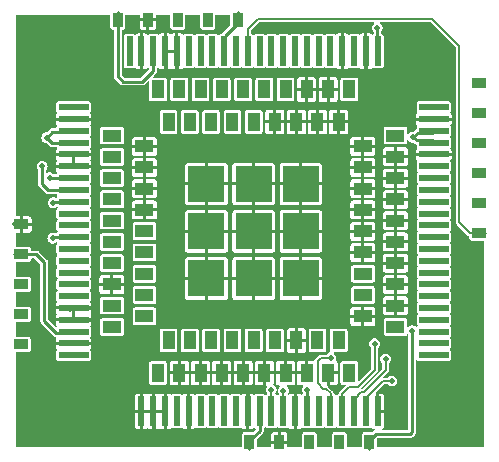
<source format=gtl>
%TF.GenerationSoftware,KiCad,Pcbnew,7.99.0-2677-g3cd60007c5*%
%TF.CreationDate,2023-11-18T11:29:50+03:00*%
%TF.ProjectId,Movita Pro V2_1,4d6f7669-7461-4205-9072-6f2056325f31,rev?*%
%TF.SameCoordinates,Original*%
%TF.FileFunction,Copper,L1,Top*%
%TF.FilePolarity,Positive*%
%FSLAX46Y46*%
G04 Gerber Fmt 4.6, Leading zero omitted, Abs format (unit mm)*
G04 Created by KiCad (PCBNEW 7.99.0-2677-g3cd60007c5) date 2023-11-18 11:29:50*
%MOMM*%
%LPD*%
G01*
G04 APERTURE LIST*
%TA.AperFunction,SMDPad,CuDef*%
%ADD10R,0.600000X2.500000*%
%TD*%
%TA.AperFunction,SMDPad,CuDef*%
%ADD11R,2.500000X0.600000*%
%TD*%
%TA.AperFunction,SMDPad,CuDef*%
%ADD12R,1.100000X1.600000*%
%TD*%
%TA.AperFunction,SMDPad,CuDef*%
%ADD13R,1.600000X1.100000*%
%TD*%
%TA.AperFunction,SMDPad,CuDef*%
%ADD14R,3.100000X3.100000*%
%TD*%
%TA.AperFunction,CastellatedPad*%
%ADD15R,1.250000X0.850000*%
%TD*%
%TA.AperFunction,CastellatedPad*%
%ADD16R,0.850000X1.250000*%
%TD*%
%TA.AperFunction,ViaPad*%
%ADD17C,0.508000*%
%TD*%
%TA.AperFunction,Conductor*%
%ADD18C,0.254000*%
%TD*%
%TA.AperFunction,Conductor*%
%ADD19C,0.300000*%
%TD*%
%TA.AperFunction,Conductor*%
%ADD20C,0.127000*%
%TD*%
G04 APERTURE END LIST*
D10*
%TO.P,U1,1,GND_1*%
%TO.N,GND*%
X139296100Y-120273600D03*
%TO.P,U1,2,GND_2*%
X140296100Y-120273600D03*
%TO.P,U1,3,PWRKEY*%
X141296100Y-120273600D03*
%TO.P,U1,4,RESET*%
%TO.N,unconnected-(B1-RESET-Pad4)*%
X142296100Y-120273600D03*
%TO.P,U1,5,GND_3*%
%TO.N,GND*%
X143296100Y-120273600D03*
%TO.P,U1,6,SPI_CLK*%
%TO.N,unconnected-(B1-SPI_CLK-Pad6)*%
X144296100Y-120273600D03*
%TO.P,U1,7,SPI_MISO*%
%TO.N,unconnected-(B1-SPI_MISO-Pad7)*%
X145296100Y-120273600D03*
%TO.P,U1,8,SPI_MOSI*%
%TO.N,unconnected-(B1-SPI_MOSI-Pad8)*%
X146296100Y-120273600D03*
%TO.P,U1,9,SPI_CS*%
%TO.N,unconnected-(B1-SPI_CS-Pad9)*%
X147296100Y-120273600D03*
%TO.P,U1,10,GND_4*%
%TO.N,GND*%
X148296100Y-120273600D03*
%TO.P,U1,11,USB_VBUS*%
%TO.N,+3V8*%
X149296100Y-120273600D03*
%TO.P,U1,12,USB_DN*%
%TO.N,/USB_N*%
X150296100Y-120273600D03*
%TO.P,U1,13,USB_DP*%
%TO.N,/USB_P*%
X151296100Y-120273600D03*
%TO.P,U1,14,GND_5*%
%TO.N,GND*%
X152296100Y-120273600D03*
%TO.P,U1,15,VDD_1V8*%
%TO.N,VDD_EXT_1V8*%
X153296100Y-120273600D03*
%TO.P,U1,16,USB_ID*%
%TO.N,unconnected-(B1-USB_ID-Pad16)*%
X154296100Y-120273600D03*
%TO.P,U1,17,USIM_DATA*%
%TO.N,/USIM_DATA*%
X155296100Y-120273600D03*
%TO.P,U1,18,USIM_RST*%
%TO.N,/USIM_RST*%
X156296100Y-120273600D03*
%TO.P,U1,19,USIM_CLK*%
%TO.N,/USIM_CLK*%
X157296100Y-120273600D03*
%TO.P,U1,20,USIM_VDD*%
%TO.N,/USIM_VDD*%
X158296100Y-120273600D03*
D11*
%TO.P,U1,21,SD_CMD*%
%TO.N,unconnected-(B1-SD_CMD-Pad21)*%
X164046100Y-114523600D03*
%TO.P,U1,22,SD_DATA0*%
%TO.N,unconnected-(B1-SD_DATA0-Pad22)*%
X164046100Y-113523600D03*
%TO.P,U1,23,SD_DATA1*%
%TO.N,unconnected-(B1-SD_DATA1-Pad23)*%
X164046100Y-112523600D03*
%TO.P,U1,24,SD_DATA2*%
%TO.N,unconnected-(B1-SD_DATA2-Pad24)*%
X164046100Y-111523600D03*
%TO.P,U1,25,SD_DATA3*%
%TO.N,unconnected-(B1-SD_DATA3-Pad25)*%
X164046100Y-110523600D03*
%TO.P,U1,26,SD_CLK*%
%TO.N,unconnected-(B1-SD_CLK-Pad26)*%
X164046100Y-109523600D03*
%TO.P,U1,27,GPIO5*%
%TO.N,unconnected-(B1-GPIO5-Pad27)*%
X164046100Y-108523600D03*
%TO.P,U1,28,GPIO6*%
%TO.N,unconnected-(B1-GPIO6-Pad28)*%
X164046100Y-107523600D03*
%TO.P,U1,29,GPIO7*%
%TO.N,unconnected-(B1-GPIO7-Pad29)*%
X164046100Y-106523600D03*
%TO.P,U1,30,GPIO8*%
%TO.N,unconnected-(B1-GPIO8-Pad30)*%
X164046100Y-105523600D03*
%TO.P,U1,31,GPIO9*%
%TO.N,unconnected-(B1-GPIO9-Pad31)*%
X164046100Y-104523600D03*
%TO.P,U1,32,GPIO10*%
%TO.N,unconnected-(B1-GPIO10-Pad32)*%
X164046100Y-103523600D03*
%TO.P,U1,33,GPIO11*%
%TO.N,unconnected-(B1-GPIO11-Pad33)*%
X164046100Y-102523600D03*
%TO.P,U1,34,I2S_MCLK/GPIO12*%
%TO.N,unconnected-(B1-I2S_MCLK{slash}GPIO12-Pad34)*%
X164046100Y-101523600D03*
%TO.P,U1,35,NC_1*%
%TO.N,unconnected-(B1-NC_1-Pad35)*%
X164046100Y-100523600D03*
%TO.P,U1,36,NC_2*%
%TO.N,unconnected-(B1-NC_2-Pad36)*%
X164046100Y-99523600D03*
%TO.P,U1,37,GND_6*%
%TO.N,GND*%
X164046100Y-98523600D03*
%TO.P,U1,38,VBAT_1*%
%TO.N,+3V8*%
X164046100Y-97523600D03*
%TO.P,U1,39,VBAT_2*%
X164046100Y-96523600D03*
%TO.P,U1,40,GND_7*%
%TO.N,GND*%
X164046100Y-95523600D03*
D10*
%TO.P,U1,41,GND_8*%
X158296100Y-89773600D03*
%TO.P,U1,42,DBG_TXD*%
%TO.N,unconnected-(B1-DBG_TXD-Pad42)*%
X157296100Y-89773600D03*
%TO.P,U1,43,GND_9*%
%TO.N,GND*%
X156296100Y-89773600D03*
%TO.P,U1,44,VDD_AUX*%
%TO.N,unconnected-(B1-VDD_AUX-Pad44)*%
X155296100Y-89773600D03*
%TO.P,U1,45,GPIO13*%
%TO.N,unconnected-(B1-GPIO13-Pad45)*%
X154296100Y-89773600D03*
%TO.P,U1,46,ADC1_1*%
%TO.N,unconnected-(B1-ADC1_1-Pad46)*%
X153296100Y-89773600D03*
%TO.P,U1,47,ADC1_2*%
%TO.N,unconnected-(B1-ADC1_2-Pad47)*%
X152296100Y-89773600D03*
%TO.P,U1,48,SD_DET*%
%TO.N,unconnected-(B1-SD_DET-Pad48)*%
X151296100Y-89773600D03*
%TO.P,U1,49,STATUS*%
%TO.N,unconnected-(B1-STATUS-Pad49)*%
X150296100Y-89773600D03*
%TO.P,U1,50,TXD2/GPIO16*%
%TO.N,unconnected-(B1-TXD2{slash}GPIO16-Pad50)*%
X149296100Y-89773600D03*
%TO.P,U1,51,NETLIGHT/GPIO17*%
%TO.N,/MODEM_NET_STATUS*%
X148296100Y-89773600D03*
%TO.P,U1,52,RXD2/GPIO18*%
%TO.N,unconnected-(B1-RXD2{slash}GPIO18-Pad52)*%
X147296100Y-89773600D03*
%TO.P,U1,53,USIM_DET*%
%TO.N,/USIM_PRESENCE*%
X146296100Y-89773600D03*
%TO.P,U1,54,FLIGHTMODE*%
%TO.N,unconnected-(B1-FLIGHTMODE-Pad54)*%
X145296100Y-89773600D03*
%TO.P,U1,55,SCL*%
%TO.N,unconnected-(B1-SCL-Pad55)*%
X144296100Y-89773600D03*
%TO.P,U1,56,SDA*%
%TO.N,unconnected-(B1-SDA-Pad56)*%
X143296100Y-89773600D03*
%TO.P,U1,57,GND_10*%
%TO.N,GND*%
X142296100Y-89773600D03*
%TO.P,U1,58,GND_11*%
X141296100Y-89773600D03*
%TO.P,U1,59,AUX_ANT*%
%TO.N,/ANT_DIV*%
X140296100Y-89773600D03*
%TO.P,U1,60,GND_12*%
%TO.N,GND*%
X139296100Y-89773600D03*
D11*
%TO.P,U1,61,GND_13*%
X133546100Y-95523600D03*
%TO.P,U1,62,VBAT_3*%
%TO.N,+3V8*%
X133546100Y-96523600D03*
%TO.P,U1,63,VBAT_4*%
X133546100Y-97523600D03*
%TO.P,U1,64,GND_14*%
%TO.N,GND*%
X133546100Y-98523600D03*
%TO.P,U1,65,GND_15*%
X133546100Y-99523600D03*
%TO.P,U1,66,RTS*%
%TO.N,/CTS*%
X133546100Y-100523600D03*
%TO.P,U1,67,CTS*%
%TO.N,/RTS*%
X133546100Y-101523600D03*
%TO.P,U1,68,RXD*%
%TO.N,/RXD*%
X133546100Y-102523600D03*
%TO.P,U1,69,RI*%
%TO.N,unconnected-(B1-RI-Pad69)*%
X133546100Y-103523600D03*
%TO.P,U1,70,DCD/LCD_RST*%
%TO.N,unconnected-(B1-DCD{slash}LCD_RST-Pad70)*%
X133546100Y-104523600D03*
%TO.P,U1,71,TXD*%
%TO.N,/TXD*%
X133546100Y-105523600D03*
%TO.P,U1,72,DTR/LCD_DC_RS*%
%TO.N,unconnected-(B1-DTR{slash}LCD_DC_RS-Pad72)*%
X133546100Y-106523600D03*
%TO.P,U1,73,GPIO24/PCM_OUT*%
%TO.N,unconnected-(B1-GPIO24{slash}PCM_OUT-Pad73)*%
X133546100Y-107523600D03*
%TO.P,U1,74,GPIO25/PCM_IN*%
%TO.N,unconnected-(B1-GPIO25{slash}PCM_IN-Pad74)*%
X133546100Y-108523600D03*
%TO.P,U1,75,GPIO26/PCM_SYNC*%
%TO.N,unconnected-(B1-GPIO26{slash}PCM_SYNC-Pad75)*%
X133546100Y-109523600D03*
%TO.P,U1,76,GPIO27/PCM_CLK*%
%TO.N,unconnected-(B1-GPIO27{slash}PCM_CLK-Pad76)*%
X133546100Y-110523600D03*
%TO.P,U1,77,GND_16*%
%TO.N,GND*%
X133546100Y-111523600D03*
%TO.P,U1,78,GND_17*%
X133546100Y-112523600D03*
%TO.P,U1,79,GNSS_ANT*%
%TO.N,/ANT GNSS*%
X133546100Y-113523600D03*
%TO.P,U1,80,GND_18*%
%TO.N,GND*%
X133546100Y-114523600D03*
D10*
%TO.P,U1,81,GND_19*%
X159296100Y-120273600D03*
%TO.P,U1,82,MAIN_ANT*%
%TO.N,/ANT MAIN*%
X159296100Y-89773600D03*
D11*
%TO.P,U1,83,NC_3*%
%TO.N,unconnected-(B1-NC_3-Pad83)*%
X164046100Y-94523600D03*
%TO.P,U1,84,RESERVED_1*%
%TO.N,unconnected-(B1-RESERVED_1-Pad84)*%
X164046100Y-115523600D03*
D10*
%TO.P,U1,85,USB_BOOT*%
%TO.N,unconnected-(B1-USB_BOOT-Pad85)*%
X138296100Y-89773600D03*
D11*
%TO.P,U1,86,NC_4*%
%TO.N,unconnected-(B1-NC_4-Pad86)*%
X133546100Y-115523600D03*
%TO.P,U1,87,NC_5*%
%TO.N,unconnected-(B1-NC_5-Pad87)*%
X133546100Y-94523600D03*
D12*
%TO.P,U1,88,GND_20*%
%TO.N,GND*%
X142496100Y-117023600D03*
%TO.P,U1,89,GND_21*%
X144296100Y-117023600D03*
%TO.P,U1,90,GND_22*%
X146096100Y-117023600D03*
%TO.P,U1,91,GND_23*%
X147896100Y-117023600D03*
%TO.P,U1,92,GND_24*%
X149696100Y-117023600D03*
%TO.P,U1,93,GND_25*%
X151496100Y-117023600D03*
%TO.P,U1,94,GND_26*%
X153296100Y-117023600D03*
%TO.P,U1,95,GND_27*%
X155096100Y-117023600D03*
D13*
%TO.P,U1,96,GND_28*%
X160796100Y-111323600D03*
%TO.P,U1,97,GND_29*%
X160796100Y-109523600D03*
%TO.P,U1,98,GND_30*%
X160796100Y-107723600D03*
%TO.P,U1,99,GND_31*%
X160796100Y-105923600D03*
%TO.P,U1,100,GND_32*%
X160796100Y-104123600D03*
%TO.P,U1,101,GND_33*%
X160796100Y-102323600D03*
%TO.P,U1,102,GND_34*%
X160796100Y-100523600D03*
%TO.P,U1,103,GND_35*%
X160796100Y-98723600D03*
D12*
%TO.P,U1,104,GND_36*%
X155096100Y-93023600D03*
%TO.P,U1,105,GND_37*%
X153296100Y-93023600D03*
%TO.P,U1,106,DBG_RXD*%
%TO.N,unconnected-(B1-DBG_RXD-Pad106)*%
X151496100Y-93023600D03*
%TO.P,U1,107,NC_6*%
%TO.N,unconnected-(B1-NC_6-Pad107)*%
X149696100Y-93023600D03*
%TO.P,U1,108,NC_7*%
%TO.N,unconnected-(B1-NC_7-Pad108)*%
X147896100Y-93023600D03*
%TO.P,U1,109,NC_8*%
%TO.N,unconnected-(B1-NC_8-Pad109)*%
X146096100Y-93023600D03*
%TO.P,U1,110,AGND_1*%
%TO.N,unconnected-(B1-AGND_1-Pad110)*%
X144296100Y-93023600D03*
%TO.P,U1,111,AGND_2*%
%TO.N,unconnected-(B1-AGND_2-Pad111)*%
X142496100Y-93023600D03*
D13*
%TO.P,U1,112,GNSS_TXD*%
%TO.N,unconnected-(B1-GNSS_TXD-Pad112)*%
X136796100Y-98723600D03*
%TO.P,U1,113,GNSS_RXD*%
%TO.N,unconnected-(B1-GNSS_RXD-Pad113)*%
X136796100Y-100523600D03*
%TO.P,U1,114,LCD_BK_EN*%
%TO.N,unconnected-(B1-LCD_BK_EN-Pad114)*%
X136796100Y-102323600D03*
%TO.P,U1,115,RESERVED_2*%
%TO.N,unconnected-(B1-RESERVED_2-Pad115)*%
X136796100Y-104123600D03*
%TO.P,U1,116,1PPS*%
%TO.N,unconnected-(B1-1PPS-Pad116)*%
X136796100Y-105923600D03*
%TO.P,U1,117,NC_9*%
%TO.N,unconnected-(B1-NC_9-Pad117)*%
X136796100Y-107723600D03*
%TO.P,U1,118,GND_38*%
%TO.N,GND*%
X136796100Y-109523600D03*
%TO.P,U1,119,NC_10*%
%TO.N,unconnected-(B1-NC_10-Pad119)*%
X136796100Y-111323600D03*
D12*
%TO.P,U1,120,RESERVED_3*%
%TO.N,unconnected-(B1-RESERVED_3-Pad120)*%
X140696100Y-117023600D03*
%TO.P,U1,121,32KHZ*%
%TO.N,unconnected-(B1-32KHZ-Pad121)*%
X156896100Y-117023600D03*
D13*
%TO.P,U1,122,NC_11*%
%TO.N,unconnected-(B1-NC_11-Pad122)*%
X160796100Y-113123600D03*
%TO.P,U1,123,NC_12*%
%TO.N,unconnected-(B1-NC_12-Pad123)*%
X160796100Y-96923600D03*
D12*
%TO.P,U1,124,NC_13*%
%TO.N,unconnected-(B1-NC_13-Pad124)*%
X156896100Y-93023600D03*
%TO.P,U1,125,RESERVED_4*%
%TO.N,unconnected-(B1-RESERVED_4-Pad125)*%
X140696100Y-93023600D03*
D13*
%TO.P,U1,126,RESERVED_5*%
%TO.N,unconnected-(B1-RESERVED_5-Pad126)*%
X136796100Y-96923600D03*
%TO.P,U1,127,RESERVED_6*%
%TO.N,unconnected-(B1-RESERVED_6-Pad127)*%
X136796100Y-113123600D03*
D12*
%TO.P,U1,128,RESERVED_7*%
%TO.N,unconnected-(B1-RESERVED_7-Pad128)*%
X141596100Y-114273600D03*
%TO.P,U1,129,RESERVED_8*%
%TO.N,unconnected-(B1-RESERVED_8-Pad129)*%
X143396100Y-114273600D03*
%TO.P,U1,130,VGNSS*%
%TO.N,unconnected-(B1-VGNSS-Pad130)*%
X145196100Y-114273600D03*
%TO.P,U1,131,VGNSS_BACKUP*%
%TO.N,unconnected-(B1-VGNSS_BACKUP-Pad131)*%
X146996100Y-114273600D03*
%TO.P,U1,132,RESERVED_9*%
%TO.N,unconnected-(B1-RESERVED_9-Pad132)*%
X148796100Y-114273600D03*
%TO.P,U1,133,RESERVED_10*%
%TO.N,unconnected-(B1-RESERVED_10-Pad133)*%
X150596100Y-114273600D03*
%TO.P,U1,134,GND_39*%
%TO.N,GND*%
X152396100Y-114273600D03*
%TO.P,U1,135,RESERVED_11*%
%TO.N,unconnected-(B1-RESERVED_11-Pad135)*%
X154196100Y-114273600D03*
%TO.P,U1,136,RESERVED_12*%
%TO.N,unconnected-(B1-RESERVED_12-Pad136)*%
X155996100Y-114273600D03*
D13*
%TO.P,U1,137,GND_40*%
%TO.N,GND*%
X158046100Y-112223600D03*
%TO.P,U1,138,RESERVED_13*%
%TO.N,unconnected-(B1-RESERVED_13-Pad138)*%
X158046100Y-110423600D03*
%TO.P,U1,139,RESERVED_14*%
%TO.N,unconnected-(B1-RESERVED_14-Pad139)*%
X158046100Y-108623600D03*
%TO.P,U1,140,GND_41*%
%TO.N,GND*%
X158046100Y-106823600D03*
%TO.P,U1,141,GND_42*%
X158046100Y-105023600D03*
%TO.P,U1,142,GND_43*%
X158046100Y-103223600D03*
%TO.P,U1,143,GND_44*%
X158046100Y-101423600D03*
%TO.P,U1,144,GND_45*%
X158046100Y-99623600D03*
%TO.P,U1,145,GND_46*%
X158046100Y-97823600D03*
D12*
%TO.P,U1,146,GND_47*%
X155996100Y-95773600D03*
%TO.P,U1,147,GND_48*%
X154196100Y-95773600D03*
%TO.P,U1,148,GND_49*%
X152396100Y-95773600D03*
%TO.P,U1,149,GND_50*%
X150596100Y-95773600D03*
%TO.P,U1,150,MIC_P*%
%TO.N,unconnected-(B1-MIC_P-Pad150)*%
X148796100Y-95773600D03*
%TO.P,U1,151,MIC_N*%
%TO.N,unconnected-(B1-MIC_N-Pad151)*%
X146996100Y-95773600D03*
%TO.P,U1,152,EAR_P*%
%TO.N,unconnected-(B1-EAR_P-Pad152)*%
X145196100Y-95773600D03*
%TO.P,U1,153,EAR_N*%
%TO.N,unconnected-(B1-EAR_N-Pad153)*%
X143396100Y-95773600D03*
%TO.P,U1,154,MIC_BIAS*%
%TO.N,unconnected-(B1-MIC_BIAS-Pad154)*%
X141596100Y-95773600D03*
D13*
%TO.P,U1,155,GND_51*%
%TO.N,GND*%
X139546100Y-97823600D03*
%TO.P,U1,156,GND_52*%
X139546100Y-99623600D03*
%TO.P,U1,157,GND_53*%
X139546100Y-101423600D03*
%TO.P,U1,158,GND_54*%
X139546100Y-103223600D03*
%TO.P,U1,159,RESERVED_15*%
%TO.N,unconnected-(B1-RESERVED_15-Pad159)*%
X139546100Y-105023600D03*
%TO.P,U1,160,RESERVED_16*%
%TO.N,unconnected-(B1-RESERVED_16-Pad160)*%
X139546100Y-106823600D03*
%TO.P,U1,161,RESERVED_17*%
%TO.N,unconnected-(B1-RESERVED_17-Pad161)*%
X139546100Y-108623600D03*
%TO.P,U1,162,RESERVED_18*%
%TO.N,unconnected-(B1-RESERVED_18-Pad162)*%
X139546100Y-110423600D03*
%TO.P,U1,163,RESERVED_19*%
%TO.N,unconnected-(B1-RESERVED_19-Pad163)*%
X139546100Y-112223600D03*
D14*
%TO.P,U1,164,GND_55*%
%TO.N,GND*%
X144796100Y-109023600D03*
%TO.P,U1,165,GND_56*%
X148796100Y-109023600D03*
%TO.P,U1,166,GND_57*%
X152796100Y-109023600D03*
%TO.P,U1,167,GND_58*%
X152796100Y-105023600D03*
%TO.P,U1,168,GND_59*%
X152796100Y-101023600D03*
%TO.P,U1,169,GND_60*%
X148796100Y-101023600D03*
%TO.P,U1,170,GND_61*%
X144796100Y-101023600D03*
%TO.P,U1,171,GND_62*%
X144796100Y-105023600D03*
%TO.P,U1,172,GND_63*%
X148796100Y-105023600D03*
%TD*%
D15*
%TO.P,J4,1,1*%
%TO.N,/MODEM_NET_STATUS*%
X167881100Y-105183600D03*
%TO.P,J4,2,2*%
%TO.N,VDD_EXT_1V8*%
X167881100Y-102643600D03*
%TO.P,J4,3,3*%
%TO.N,/USIM_VDD*%
X167881100Y-100103600D03*
%TO.P,J4,4,4*%
%TO.N,/USIM_DATA*%
X167881100Y-97563600D03*
%TO.P,J4,5,5*%
%TO.N,/USIM_CLK*%
X167881100Y-95023600D03*
%TO.P,J4,6,6*%
%TO.N,/USIM_RST*%
X167881100Y-92483600D03*
%TD*%
D16*
%TO.P,J1,1,1*%
%TO.N,/USIM_PRESENCE*%
X147446100Y-87128600D03*
%TO.P,J1,2,2*%
%TO.N,/RTS*%
X144906100Y-87128600D03*
%TO.P,J1,3,3*%
%TO.N,/CTS*%
X142366100Y-87128600D03*
%TO.P,J1,4,4*%
%TO.N,GND*%
X139826100Y-87128600D03*
%TO.P,J1,5,5*%
%TO.N,/ANT_DIV*%
X137286100Y-87128600D03*
%TD*%
D15*
%TO.P,J2,1,1*%
%TO.N,GND*%
X129121100Y-104453600D03*
%TO.P,J2,2,2*%
%TO.N,/ANT GNSS*%
X129121100Y-106993600D03*
%TO.P,J2,3,3*%
%TO.N,/ANT MAIN*%
X129121100Y-109533600D03*
%TO.P,J2,4,4*%
%TO.N,/RXD*%
X129121100Y-112073600D03*
%TO.P,J2,5,5*%
%TO.N,/TXD*%
X129121100Y-114613600D03*
%TD*%
D16*
%TO.P,J3,1,1*%
%TO.N,+3V8*%
X148436100Y-122878600D03*
%TO.P,J3,2,2*%
%TO.N,GND*%
X150976100Y-122878600D03*
%TO.P,J3,3,3*%
%TO.N,/USB_P*%
X153516100Y-122878600D03*
%TO.P,J3,4,4*%
%TO.N,/USB_N*%
X156056100Y-122878600D03*
%TO.P,J3,5,5*%
%TO.N,+3V8*%
X158596100Y-122878600D03*
%TD*%
D17*
%TO.N,VDD_EXT_1V8*%
X153346100Y-118433600D03*
%TO.N,GND*%
X141336100Y-122333600D03*
X135466100Y-112483600D03*
X142360300Y-91477440D03*
X135366100Y-99513600D03*
X135346100Y-98523600D03*
X158326100Y-91533600D03*
X162216100Y-95593600D03*
X141396100Y-91493600D03*
X135426100Y-114503600D03*
X143296100Y-122253600D03*
X140326100Y-122323600D03*
X162321100Y-98498600D03*
X148306100Y-118513600D03*
X135356100Y-95503600D03*
X156276100Y-91553600D03*
X135396100Y-111493600D03*
%TO.N,+3V8*%
X162256100Y-97063600D03*
X131276100Y-97093600D03*
X162218630Y-113430870D03*
%TO.N,/RTS*%
X130896100Y-99533600D03*
%TO.N,/CTS*%
X131531100Y-100503600D03*
%TO.N,/ANT MAIN*%
X159246100Y-87803600D03*
%TO.N,/RXD*%
X131830980Y-102598390D03*
%TO.N,/TXD*%
X131786890Y-105610950D03*
%TO.N,/USB_P*%
X151311450Y-118511480D03*
%TO.N,/USB_N*%
X150276100Y-118433600D03*
%TO.N,/USIM_VDD*%
X160496100Y-117713600D03*
%TO.N,/USIM_DATA*%
X155322374Y-115726374D03*
%TO.N,/USIM_CLK*%
X159966100Y-115833600D03*
%TO.N,/USIM_RST*%
X159036100Y-114553600D03*
%TD*%
D18*
%TO.N,VDD_EXT_1V8*%
X153326100Y-118453600D02*
X153346100Y-118433600D01*
X153326100Y-120243600D02*
X153326100Y-118453600D01*
X153306100Y-120263600D02*
X153326100Y-120243600D01*
%TO.N,GND*%
X135421100Y-114508600D02*
X135426100Y-114503600D01*
X158316100Y-91523600D02*
X158316100Y-89773600D01*
X143301100Y-120268600D02*
X143306100Y-120263600D01*
X133143100Y-112340600D02*
X133316100Y-112513600D01*
X141306100Y-89763600D02*
X141351100Y-89808600D01*
X133316100Y-111513600D02*
X133556100Y-111513600D01*
X135351100Y-95508600D02*
X135356100Y-95503600D01*
X133143100Y-111686600D02*
X133316100Y-111513600D01*
X142306100Y-89763600D02*
X142333200Y-89790700D01*
D19*
X128496100Y-104453600D02*
X128476100Y-104433600D01*
D18*
X133556100Y-95513600D02*
X133561100Y-95508600D01*
X133556100Y-112513600D02*
X133571100Y-112498600D01*
X141351100Y-91448600D02*
X141396100Y-91493600D01*
X156276100Y-91553600D02*
X156291100Y-91538600D01*
X148306100Y-120263600D02*
X148306100Y-118513600D01*
X143301100Y-122248600D02*
X143301100Y-120268600D01*
X162321100Y-98498600D02*
X164041100Y-98498600D01*
X133566100Y-111503600D02*
X135386100Y-111503600D01*
X158316100Y-91523600D02*
X158326100Y-91533600D01*
X135386100Y-111503600D02*
X135396100Y-111493600D01*
X158306100Y-89763600D02*
X158316100Y-89773600D01*
X140316100Y-122313600D02*
X140326100Y-122323600D01*
X156291100Y-91538600D02*
X156291100Y-89778600D01*
X135451100Y-112498600D02*
X135466100Y-112483600D01*
X133556100Y-114513600D02*
X133561100Y-114508600D01*
X133316100Y-112513600D02*
X133556100Y-112513600D01*
X133561100Y-95508600D02*
X135351100Y-95508600D01*
X133571100Y-112498600D02*
X135451100Y-112498600D01*
X142352220Y-91485520D02*
X142360300Y-91477440D01*
X133556100Y-99513600D02*
X135366100Y-99513600D01*
X141404180Y-91485520D02*
X142352220Y-91485520D01*
X140306100Y-120263600D02*
X140316100Y-120273600D01*
X156291100Y-89778600D02*
X156306100Y-89763600D01*
X140316100Y-122313600D02*
X140316100Y-120273600D01*
X133561100Y-114508600D02*
X135421100Y-114508600D01*
X141306100Y-120263600D02*
X141321100Y-120278600D01*
X141351100Y-91448600D02*
X141351100Y-89808600D01*
X141321100Y-122318600D02*
X141336100Y-122333600D01*
X143296100Y-122253600D02*
X143301100Y-122248600D01*
X162256100Y-95553600D02*
X164016100Y-95553600D01*
X133556100Y-111513600D02*
X133566100Y-111503600D01*
X141396100Y-91493600D02*
X141404180Y-91485520D01*
X164016100Y-95553600D02*
X164056100Y-95513600D01*
X141321100Y-122318600D02*
X141321100Y-120278600D01*
X142333200Y-91450330D02*
X142333200Y-89790700D01*
X142333200Y-91450330D02*
X142360300Y-91477440D01*
X164041100Y-98498600D02*
X164056100Y-98513600D01*
X162216100Y-95593600D02*
X162256100Y-95553600D01*
%TO.N,+3V8*%
X162047310Y-122183600D02*
X162218630Y-122012280D01*
X162601830Y-97340600D02*
X163883100Y-97340600D01*
X162256100Y-97063600D02*
X162324830Y-97063600D01*
X133516100Y-97553600D02*
X133556100Y-97513600D01*
X159156100Y-122183600D02*
X162047310Y-122183600D01*
X158596100Y-122743600D02*
X159156100Y-122183600D01*
X131276100Y-97093600D02*
X131762210Y-96607490D01*
X163883100Y-97340600D02*
X164056100Y-97513600D01*
X131276100Y-97093600D02*
X131736100Y-97553600D01*
X162701840Y-96686600D02*
X163883100Y-96686600D01*
X158596100Y-123503600D02*
X158596100Y-122743600D01*
X163883100Y-96686600D02*
X164056100Y-96513600D01*
X162324830Y-97063600D02*
X162601830Y-97340600D01*
X131736100Y-97553600D02*
X133516100Y-97553600D01*
X133462210Y-96607490D02*
X133556100Y-96513600D01*
X162218630Y-122012280D02*
X162218630Y-113430870D01*
X162324830Y-97063600D02*
X162701840Y-96686600D01*
X131762210Y-96607490D02*
X133462210Y-96607490D01*
X148436100Y-123503600D02*
X148436100Y-122813600D01*
X148436100Y-122813600D02*
X149306100Y-121943600D01*
X149306100Y-121943600D02*
X149306100Y-120263600D01*
%TO.N,/USIM_PRESENCE*%
X146346100Y-89723600D02*
X146346100Y-88463600D01*
X146306100Y-89763600D02*
X146346100Y-89723600D01*
X146346100Y-88463600D02*
X147446100Y-87363600D01*
X147446100Y-87363600D02*
X147446100Y-86503600D01*
%TO.N,/RTS*%
X130896100Y-101063600D02*
X130896100Y-99533600D01*
X131346100Y-101513600D02*
X133556100Y-101513600D01*
X130896100Y-101063600D02*
X131346100Y-101513600D01*
%TO.N,/CTS*%
X131531100Y-100503600D02*
X131536100Y-100508600D01*
X133551100Y-100508600D02*
X133556100Y-100513600D01*
X131536100Y-100508600D02*
X133551100Y-100508600D01*
%TO.N,/ANT_DIV*%
X140306100Y-91423600D02*
X139381100Y-92348600D01*
X139381100Y-92348600D02*
X137721100Y-92348600D01*
X140306100Y-89763600D02*
X140306100Y-91423600D01*
X137286100Y-91913600D02*
X137286100Y-86503600D01*
X137721100Y-92348600D02*
X137286100Y-91913600D01*
%TO.N,/ANT GNSS*%
X133416100Y-113653600D02*
X133556100Y-113513600D01*
X131066100Y-112625810D02*
X132093890Y-113653600D01*
X131066100Y-107663600D02*
X131066100Y-112625810D01*
X130396100Y-106993600D02*
X131066100Y-107663600D01*
X132093890Y-113653600D02*
X133416100Y-113653600D01*
X128496100Y-106993600D02*
X130396100Y-106993600D01*
%TO.N,/ANT MAIN*%
X159276100Y-89733600D02*
X159276100Y-87833600D01*
X159276100Y-89733600D02*
X159306100Y-89763600D01*
X159246100Y-87803600D02*
X159276100Y-87833600D01*
%TO.N,/RXD*%
X131830980Y-102598390D02*
X131873380Y-102556000D01*
X131873380Y-102556000D02*
X133513700Y-102556000D01*
X133513700Y-102556000D02*
X133556100Y-102513600D01*
%TO.N,/TXD*%
X131874240Y-105523600D02*
X133546100Y-105523600D01*
X131786890Y-105610950D02*
X131874240Y-105523600D01*
%TO.N,/USB_P*%
X151303600Y-120261100D02*
X151306100Y-120263600D01*
D20*
X151311450Y-120253250D02*
X151311450Y-118511480D01*
X151303600Y-120261100D02*
X151311450Y-120253250D01*
%TO.N,/USB_N*%
X150276100Y-120225070D02*
X150310360Y-120259330D01*
D18*
X150306100Y-120263600D02*
X150310360Y-120259330D01*
D20*
X150276100Y-120225070D02*
X150276100Y-118433600D01*
%TO.N,/MODEM_NET_STATUS*%
X166186100Y-89323600D02*
X166186100Y-104273600D01*
X166186100Y-104273600D02*
X167086100Y-105173600D01*
X148306100Y-89763600D02*
X148306100Y-87933600D01*
X149172600Y-87067100D02*
X163929600Y-87067100D01*
X163929600Y-87067100D02*
X166186100Y-89323600D01*
X167086100Y-105173600D02*
X168506100Y-105173600D01*
X148306100Y-87933600D02*
X149172600Y-87067100D01*
%TO.N,/USIM_VDD*%
X159752850Y-117716850D02*
X160492850Y-117716850D01*
X160492850Y-117716850D02*
X160496100Y-117713600D01*
X158493600Y-120076100D02*
X158493600Y-118976110D01*
X158493600Y-118976110D02*
X159752850Y-117716850D01*
X158306100Y-120263600D02*
X158493600Y-120076100D01*
%TO.N,/USIM_DATA*%
X154901850Y-118349350D02*
X155306100Y-118753600D01*
X154206100Y-117912610D02*
X154642840Y-118349350D01*
X154206100Y-116003600D02*
X154206100Y-117912610D01*
X155306100Y-118753600D02*
X155306100Y-120263600D01*
X155322374Y-115726374D02*
X154483326Y-115726374D01*
X154483326Y-115726374D02*
X154206100Y-116003600D01*
X154642840Y-118349350D02*
X154901850Y-118349350D01*
%TO.N,/USIM_CLK*%
X158102600Y-118647100D02*
X159966100Y-116783600D01*
X157639600Y-118861790D02*
X157854290Y-118647100D01*
X159966100Y-116783600D02*
X159966100Y-115833600D01*
X157639600Y-118980100D02*
X157639600Y-118861790D01*
X157306100Y-120263600D02*
X157306100Y-119313600D01*
X157854290Y-118647100D02*
X158102600Y-118647100D01*
X157306100Y-119313600D02*
X157639600Y-118980100D01*
%TO.N,/USIM_RST*%
X156258310Y-118781390D02*
X156834170Y-118205540D01*
X156834170Y-118205540D02*
X157600770Y-118205540D01*
X157600770Y-118205540D02*
X159036100Y-116770200D01*
X159036100Y-116770200D02*
X159036100Y-114553600D01*
X156258310Y-120215810D02*
X156258310Y-118781390D01*
X156258310Y-120215810D02*
X156306100Y-120263600D01*
%TD*%
%TA.AperFunction,Conductor*%
%TO.N,GND*%
G36*
X136646248Y-86718452D02*
G01*
X136660600Y-86753100D01*
X136660600Y-87773348D01*
X136672233Y-87831831D01*
X136689982Y-87858395D01*
X136716547Y-87898152D01*
X136743112Y-87915901D01*
X136782869Y-87942467D01*
X136841352Y-87954100D01*
X136909600Y-87954100D01*
X136944248Y-87968452D01*
X136958600Y-88003100D01*
X136958600Y-91898227D01*
X136958507Y-91900363D01*
X136954813Y-91942586D01*
X136965778Y-91983507D01*
X136966241Y-91985594D01*
X136973602Y-92027337D01*
X136977695Y-92034427D01*
X136982588Y-92046242D01*
X136984705Y-92054142D01*
X136984706Y-92054143D01*
X137009015Y-92088860D01*
X137010156Y-92090651D01*
X137031348Y-92127358D01*
X137031349Y-92127359D01*
X137031350Y-92127360D01*
X137063814Y-92154600D01*
X137065391Y-92156045D01*
X137478653Y-92569308D01*
X137480098Y-92570885D01*
X137507336Y-92603347D01*
X137507339Y-92603349D01*
X137507340Y-92603350D01*
X137544039Y-92624538D01*
X137545838Y-92625684D01*
X137580555Y-92649993D01*
X137580557Y-92649994D01*
X137588456Y-92652110D01*
X137600274Y-92657005D01*
X137604629Y-92659520D01*
X137607357Y-92661095D01*
X137607358Y-92661095D01*
X137607361Y-92661097D01*
X137643370Y-92667446D01*
X137649098Y-92668456D01*
X137651182Y-92668918D01*
X137692116Y-92679887D01*
X137727307Y-92676807D01*
X137734337Y-92676193D01*
X137736473Y-92676100D01*
X139365727Y-92676100D01*
X139367863Y-92676193D01*
X139375809Y-92676888D01*
X139410084Y-92679887D01*
X139451021Y-92668916D01*
X139453100Y-92668456D01*
X139494839Y-92661097D01*
X139501927Y-92657004D01*
X139513737Y-92652111D01*
X139521643Y-92649994D01*
X139556350Y-92625691D01*
X139558147Y-92624545D01*
X139594860Y-92603350D01*
X139622118Y-92570863D01*
X139623545Y-92569308D01*
X139861953Y-92330900D01*
X139896600Y-92316549D01*
X139931248Y-92330901D01*
X139945600Y-92365549D01*
X139945600Y-93843348D01*
X139957233Y-93901831D01*
X139974982Y-93928395D01*
X140001547Y-93968152D01*
X140028112Y-93985901D01*
X140067869Y-94012467D01*
X140126352Y-94024100D01*
X140126355Y-94024100D01*
X141265845Y-94024100D01*
X141265848Y-94024100D01*
X141324331Y-94012467D01*
X141390652Y-93968152D01*
X141434967Y-93901831D01*
X141446600Y-93843348D01*
X141745600Y-93843348D01*
X141757233Y-93901831D01*
X141774982Y-93928395D01*
X141801547Y-93968152D01*
X141828112Y-93985901D01*
X141867869Y-94012467D01*
X141926352Y-94024100D01*
X141926355Y-94024100D01*
X143065845Y-94024100D01*
X143065848Y-94024100D01*
X143124331Y-94012467D01*
X143190652Y-93968152D01*
X143234967Y-93901831D01*
X143246600Y-93843348D01*
X143545600Y-93843348D01*
X143557233Y-93901831D01*
X143574982Y-93928395D01*
X143601547Y-93968152D01*
X143628112Y-93985901D01*
X143667869Y-94012467D01*
X143726352Y-94024100D01*
X143726355Y-94024100D01*
X144865845Y-94024100D01*
X144865848Y-94024100D01*
X144924331Y-94012467D01*
X144990652Y-93968152D01*
X145034967Y-93901831D01*
X145046600Y-93843348D01*
X145345600Y-93843348D01*
X145357233Y-93901831D01*
X145374982Y-93928395D01*
X145401547Y-93968152D01*
X145428112Y-93985901D01*
X145467869Y-94012467D01*
X145526352Y-94024100D01*
X145526355Y-94024100D01*
X146665845Y-94024100D01*
X146665848Y-94024100D01*
X146724331Y-94012467D01*
X146790652Y-93968152D01*
X146834967Y-93901831D01*
X146846600Y-93843348D01*
X147145600Y-93843348D01*
X147157233Y-93901831D01*
X147174982Y-93928395D01*
X147201547Y-93968152D01*
X147228112Y-93985901D01*
X147267869Y-94012467D01*
X147326352Y-94024100D01*
X147326355Y-94024100D01*
X148465845Y-94024100D01*
X148465848Y-94024100D01*
X148524331Y-94012467D01*
X148590652Y-93968152D01*
X148634967Y-93901831D01*
X148646600Y-93843348D01*
X148945600Y-93843348D01*
X148957233Y-93901831D01*
X148974982Y-93928395D01*
X149001547Y-93968152D01*
X149028112Y-93985901D01*
X149067869Y-94012467D01*
X149126352Y-94024100D01*
X149126355Y-94024100D01*
X150265845Y-94024100D01*
X150265848Y-94024100D01*
X150324331Y-94012467D01*
X150390652Y-93968152D01*
X150434967Y-93901831D01*
X150446600Y-93843348D01*
X150745600Y-93843348D01*
X150757233Y-93901831D01*
X150774982Y-93928395D01*
X150801547Y-93968152D01*
X150828112Y-93985901D01*
X150867869Y-94012467D01*
X150926352Y-94024100D01*
X150926355Y-94024100D01*
X152065845Y-94024100D01*
X152065848Y-94024100D01*
X152124331Y-94012467D01*
X152190652Y-93968152D01*
X152234967Y-93901831D01*
X152246600Y-93843348D01*
X152246600Y-93150600D01*
X152492101Y-93150600D01*
X152492101Y-93848613D01*
X152506837Y-93922706D01*
X152562975Y-94006724D01*
X152646993Y-94062862D01*
X152721086Y-94077599D01*
X153169099Y-94077599D01*
X153169100Y-94077598D01*
X153169100Y-93150600D01*
X153423100Y-93150600D01*
X153423100Y-94077599D01*
X153871113Y-94077599D01*
X153945206Y-94062862D01*
X154029224Y-94006724D01*
X154085362Y-93922706D01*
X154100100Y-93848613D01*
X154100100Y-93150600D01*
X154292101Y-93150600D01*
X154292101Y-93848613D01*
X154306837Y-93922706D01*
X154362975Y-94006724D01*
X154446993Y-94062862D01*
X154521086Y-94077599D01*
X154969099Y-94077599D01*
X154969100Y-94077598D01*
X154969100Y-93150600D01*
X155223100Y-93150600D01*
X155223100Y-94077599D01*
X155671113Y-94077599D01*
X155745206Y-94062862D01*
X155829224Y-94006724D01*
X155885362Y-93922706D01*
X155900100Y-93848613D01*
X155900100Y-93843348D01*
X156145600Y-93843348D01*
X156157233Y-93901831D01*
X156174982Y-93928395D01*
X156201547Y-93968152D01*
X156228112Y-93985901D01*
X156267869Y-94012467D01*
X156326352Y-94024100D01*
X156326355Y-94024100D01*
X157465845Y-94024100D01*
X157465848Y-94024100D01*
X157524331Y-94012467D01*
X157590652Y-93968152D01*
X157634967Y-93901831D01*
X157646600Y-93843348D01*
X157646600Y-92203852D01*
X157634967Y-92145369D01*
X157598405Y-92090651D01*
X157590652Y-92079047D01*
X157532924Y-92040475D01*
X157524331Y-92034733D01*
X157465848Y-92023100D01*
X156326352Y-92023100D01*
X156269407Y-92034427D01*
X156267869Y-92034733D01*
X156201547Y-92079047D01*
X156169266Y-92127360D01*
X156157233Y-92145369D01*
X156145600Y-92203852D01*
X156145600Y-93843348D01*
X155900100Y-93843348D01*
X155900100Y-93150600D01*
X155223100Y-93150600D01*
X154969100Y-93150600D01*
X154292101Y-93150600D01*
X154100100Y-93150600D01*
X153423100Y-93150600D01*
X153169100Y-93150600D01*
X152492101Y-93150600D01*
X152246600Y-93150600D01*
X152246600Y-92896600D01*
X152492100Y-92896600D01*
X153169100Y-92896600D01*
X153169100Y-91969600D01*
X153423100Y-91969600D01*
X153423100Y-92896600D01*
X154100099Y-92896600D01*
X154292100Y-92896600D01*
X154969100Y-92896600D01*
X154969100Y-91969600D01*
X155223100Y-91969600D01*
X155223100Y-92896600D01*
X155900099Y-92896600D01*
X155900099Y-92198586D01*
X155885362Y-92124493D01*
X155829224Y-92040475D01*
X155745206Y-91984337D01*
X155671114Y-91969600D01*
X155223100Y-91969600D01*
X154969100Y-91969600D01*
X154521086Y-91969600D01*
X154446993Y-91984337D01*
X154362975Y-92040475D01*
X154306837Y-92124493D01*
X154292100Y-92198586D01*
X154292100Y-92896600D01*
X154100099Y-92896600D01*
X154100099Y-92198586D01*
X154085362Y-92124493D01*
X154029224Y-92040475D01*
X153945206Y-91984337D01*
X153871114Y-91969600D01*
X153423100Y-91969600D01*
X153169100Y-91969600D01*
X152721086Y-91969600D01*
X152646993Y-91984337D01*
X152562975Y-92040475D01*
X152506837Y-92124493D01*
X152492100Y-92198586D01*
X152492100Y-92896600D01*
X152246600Y-92896600D01*
X152246600Y-92203852D01*
X152234967Y-92145369D01*
X152198405Y-92090651D01*
X152190652Y-92079047D01*
X152132924Y-92040475D01*
X152124331Y-92034733D01*
X152065848Y-92023100D01*
X150926352Y-92023100D01*
X150869407Y-92034427D01*
X150867869Y-92034733D01*
X150801547Y-92079047D01*
X150769266Y-92127360D01*
X150757233Y-92145369D01*
X150745600Y-92203852D01*
X150745600Y-93843348D01*
X150446600Y-93843348D01*
X150446600Y-92203852D01*
X150434967Y-92145369D01*
X150398405Y-92090651D01*
X150390652Y-92079047D01*
X150332924Y-92040475D01*
X150324331Y-92034733D01*
X150265848Y-92023100D01*
X149126352Y-92023100D01*
X149069407Y-92034427D01*
X149067869Y-92034733D01*
X149001547Y-92079047D01*
X148969266Y-92127360D01*
X148957233Y-92145369D01*
X148945600Y-92203852D01*
X148945600Y-93843348D01*
X148646600Y-93843348D01*
X148646600Y-92203852D01*
X148634967Y-92145369D01*
X148598405Y-92090651D01*
X148590652Y-92079047D01*
X148532924Y-92040475D01*
X148524331Y-92034733D01*
X148465848Y-92023100D01*
X147326352Y-92023100D01*
X147269407Y-92034427D01*
X147267869Y-92034733D01*
X147201547Y-92079047D01*
X147169266Y-92127360D01*
X147157233Y-92145369D01*
X147145600Y-92203852D01*
X147145600Y-93843348D01*
X146846600Y-93843348D01*
X146846600Y-92203852D01*
X146834967Y-92145369D01*
X146798405Y-92090651D01*
X146790652Y-92079047D01*
X146732924Y-92040475D01*
X146724331Y-92034733D01*
X146665848Y-92023100D01*
X145526352Y-92023100D01*
X145469407Y-92034427D01*
X145467869Y-92034733D01*
X145401547Y-92079047D01*
X145369266Y-92127360D01*
X145357233Y-92145369D01*
X145345600Y-92203852D01*
X145345600Y-93843348D01*
X145046600Y-93843348D01*
X145046600Y-92203852D01*
X145034967Y-92145369D01*
X144998405Y-92090651D01*
X144990652Y-92079047D01*
X144932924Y-92040475D01*
X144924331Y-92034733D01*
X144865848Y-92023100D01*
X143726352Y-92023100D01*
X143669407Y-92034427D01*
X143667869Y-92034733D01*
X143601547Y-92079047D01*
X143569266Y-92127360D01*
X143557233Y-92145369D01*
X143545600Y-92203852D01*
X143545600Y-93843348D01*
X143246600Y-93843348D01*
X143246600Y-92203852D01*
X143234967Y-92145369D01*
X143198405Y-92090651D01*
X143190652Y-92079047D01*
X143132924Y-92040475D01*
X143124331Y-92034733D01*
X143065848Y-92023100D01*
X141926352Y-92023100D01*
X141869407Y-92034427D01*
X141867869Y-92034733D01*
X141801547Y-92079047D01*
X141769266Y-92127360D01*
X141757233Y-92145369D01*
X141745600Y-92203852D01*
X141745600Y-93843348D01*
X141446600Y-93843348D01*
X141446600Y-92203852D01*
X141434967Y-92145369D01*
X141398405Y-92090651D01*
X141390652Y-92079047D01*
X141332924Y-92040475D01*
X141324331Y-92034733D01*
X141265848Y-92023100D01*
X141265845Y-92023100D01*
X140288051Y-92023100D01*
X140253403Y-92008748D01*
X140239051Y-91974100D01*
X140253403Y-91939452D01*
X140318882Y-91873973D01*
X140526819Y-91666034D01*
X140528369Y-91664613D01*
X140560850Y-91637360D01*
X140582040Y-91600655D01*
X140583186Y-91598858D01*
X140585518Y-91595526D01*
X140607495Y-91564143D01*
X140609613Y-91556234D01*
X140614507Y-91544422D01*
X140618597Y-91537339D01*
X140625955Y-91495602D01*
X140626418Y-91493516D01*
X140637387Y-91452584D01*
X140633693Y-91410358D01*
X140633600Y-91408222D01*
X140633600Y-91260781D01*
X140647952Y-91226133D01*
X140669906Y-91214400D01*
X140669871Y-91214314D01*
X140670747Y-91213950D01*
X140673046Y-91212722D01*
X140674331Y-91212467D01*
X140732093Y-91173870D01*
X140768874Y-91166554D01*
X140800057Y-91187390D01*
X140812975Y-91206724D01*
X140896993Y-91262862D01*
X140971086Y-91277599D01*
X141169099Y-91277599D01*
X141169100Y-91277598D01*
X141169100Y-89900600D01*
X141423100Y-89900600D01*
X141423100Y-91277599D01*
X141621113Y-91277599D01*
X141695206Y-91262862D01*
X141768877Y-91213637D01*
X141805659Y-91206321D01*
X141823323Y-91213637D01*
X141896994Y-91262862D01*
X141971086Y-91277599D01*
X142169099Y-91277599D01*
X142169100Y-91277598D01*
X142169100Y-89900600D01*
X141423100Y-89900600D01*
X141169100Y-89900600D01*
X141169100Y-88269600D01*
X141423100Y-88269600D01*
X141423100Y-89646600D01*
X142169100Y-89646600D01*
X142169100Y-88269600D01*
X141971087Y-88269600D01*
X141896993Y-88284337D01*
X141823323Y-88333562D01*
X141786540Y-88340878D01*
X141768877Y-88333562D01*
X141695206Y-88284337D01*
X141621114Y-88269600D01*
X141423100Y-88269600D01*
X141169100Y-88269600D01*
X140971087Y-88269600D01*
X140896993Y-88284337D01*
X140812978Y-88340473D01*
X140812976Y-88340475D01*
X140800056Y-88359811D01*
X140768872Y-88380645D01*
X140732092Y-88373328D01*
X140682921Y-88340473D01*
X140674331Y-88334733D01*
X140615848Y-88323100D01*
X139976352Y-88323100D01*
X139932489Y-88331824D01*
X139917868Y-88334733D01*
X139860107Y-88373328D01*
X139823324Y-88380644D01*
X139792142Y-88359809D01*
X139779224Y-88340475D01*
X139695206Y-88284337D01*
X139621114Y-88269600D01*
X139423100Y-88269600D01*
X139423100Y-91277599D01*
X139621113Y-91277599D01*
X139695206Y-91262862D01*
X139779223Y-91206724D01*
X139792141Y-91187391D01*
X139823323Y-91166555D01*
X139860105Y-91173869D01*
X139917869Y-91212467D01*
X139939160Y-91216702D01*
X139970342Y-91237536D01*
X139978600Y-91264760D01*
X139978600Y-91267649D01*
X139964248Y-91302297D01*
X139259798Y-92006748D01*
X139225150Y-92021100D01*
X137877051Y-92021100D01*
X137842403Y-92006748D01*
X137627952Y-91792297D01*
X137613600Y-91757649D01*
X137613600Y-91043348D01*
X137795600Y-91043348D01*
X137807233Y-91101831D01*
X137822920Y-91125308D01*
X137851547Y-91168152D01*
X137878112Y-91185901D01*
X137917869Y-91212467D01*
X137976352Y-91224100D01*
X137976355Y-91224100D01*
X138615845Y-91224100D01*
X138615848Y-91224100D01*
X138674331Y-91212467D01*
X138732093Y-91173870D01*
X138768874Y-91166554D01*
X138800057Y-91187390D01*
X138812975Y-91206724D01*
X138896993Y-91262862D01*
X138971086Y-91277599D01*
X139169099Y-91277599D01*
X139169100Y-91277598D01*
X139169100Y-88269600D01*
X138971087Y-88269600D01*
X138896993Y-88284337D01*
X138812978Y-88340473D01*
X138812976Y-88340475D01*
X138800056Y-88359811D01*
X138768872Y-88380645D01*
X138732092Y-88373328D01*
X138682921Y-88340473D01*
X138674331Y-88334733D01*
X138615848Y-88323100D01*
X137976352Y-88323100D01*
X137923756Y-88333562D01*
X137917869Y-88334733D01*
X137851547Y-88379047D01*
X137807233Y-88445369D01*
X137795600Y-88503852D01*
X137795600Y-91043348D01*
X137613600Y-91043348D01*
X137613600Y-88003100D01*
X137627952Y-87968452D01*
X137662600Y-87954100D01*
X137730845Y-87954100D01*
X137730848Y-87954100D01*
X137789331Y-87942467D01*
X137855652Y-87898152D01*
X137899967Y-87831831D01*
X137911600Y-87773348D01*
X137911600Y-87255600D01*
X139147101Y-87255600D01*
X139147101Y-87778613D01*
X139161837Y-87852706D01*
X139217975Y-87936724D01*
X139301993Y-87992862D01*
X139376086Y-88007599D01*
X139699099Y-88007599D01*
X139699100Y-88007598D01*
X139699100Y-87255600D01*
X139953100Y-87255600D01*
X139953100Y-88007599D01*
X140276113Y-88007599D01*
X140350206Y-87992862D01*
X140434224Y-87936724D01*
X140490362Y-87852706D01*
X140505100Y-87778613D01*
X140505100Y-87255600D01*
X139953100Y-87255600D01*
X139699100Y-87255600D01*
X139147101Y-87255600D01*
X137911600Y-87255600D01*
X137911600Y-86753100D01*
X137925952Y-86718452D01*
X137960600Y-86704100D01*
X139098100Y-86704100D01*
X139132748Y-86718452D01*
X139147100Y-86753100D01*
X139147100Y-87001600D01*
X140505099Y-87001600D01*
X140505099Y-86753100D01*
X140519451Y-86718452D01*
X140554099Y-86704100D01*
X141691600Y-86704100D01*
X141726248Y-86718452D01*
X141740600Y-86753100D01*
X141740600Y-87773348D01*
X141752233Y-87831831D01*
X141769982Y-87858395D01*
X141796547Y-87898152D01*
X141823112Y-87915901D01*
X141862869Y-87942467D01*
X141921352Y-87954100D01*
X141921355Y-87954100D01*
X142810845Y-87954100D01*
X142810848Y-87954100D01*
X142869331Y-87942467D01*
X142935652Y-87898152D01*
X142979967Y-87831831D01*
X142991600Y-87773348D01*
X142991600Y-86753100D01*
X143005952Y-86718452D01*
X143040600Y-86704100D01*
X144231600Y-86704100D01*
X144266248Y-86718452D01*
X144280600Y-86753100D01*
X144280600Y-87773348D01*
X144292233Y-87831831D01*
X144309982Y-87858395D01*
X144336547Y-87898152D01*
X144363112Y-87915901D01*
X144402869Y-87942467D01*
X144461352Y-87954100D01*
X144461355Y-87954100D01*
X145350845Y-87954100D01*
X145350848Y-87954100D01*
X145409331Y-87942467D01*
X145475652Y-87898152D01*
X145519967Y-87831831D01*
X145531600Y-87773348D01*
X145531600Y-86753100D01*
X145545952Y-86718452D01*
X145580600Y-86704100D01*
X146771600Y-86704100D01*
X146806248Y-86718452D01*
X146820600Y-86753100D01*
X146820600Y-87505649D01*
X146806248Y-87540297D01*
X146125396Y-88221148D01*
X146123821Y-88222592D01*
X146091349Y-88249840D01*
X146070158Y-88286544D01*
X146069010Y-88288346D01*
X146059308Y-88302203D01*
X146027679Y-88322355D01*
X146019168Y-88323100D01*
X145976352Y-88323100D01*
X145923756Y-88333562D01*
X145917869Y-88334733D01*
X145851547Y-88379047D01*
X145836842Y-88401056D01*
X145805659Y-88421892D01*
X145768877Y-88414575D01*
X145755358Y-88401056D01*
X145740652Y-88379047D01*
X145682921Y-88340473D01*
X145674331Y-88334733D01*
X145615848Y-88323100D01*
X144976352Y-88323100D01*
X144923756Y-88333562D01*
X144917869Y-88334733D01*
X144851547Y-88379047D01*
X144836842Y-88401056D01*
X144805659Y-88421892D01*
X144768877Y-88414575D01*
X144755358Y-88401056D01*
X144740652Y-88379047D01*
X144682921Y-88340473D01*
X144674331Y-88334733D01*
X144615848Y-88323100D01*
X143976352Y-88323100D01*
X143923756Y-88333562D01*
X143917869Y-88334733D01*
X143851547Y-88379047D01*
X143836842Y-88401056D01*
X143805659Y-88421892D01*
X143768877Y-88414575D01*
X143755358Y-88401056D01*
X143740652Y-88379047D01*
X143682921Y-88340473D01*
X143674331Y-88334733D01*
X143615848Y-88323100D01*
X142976352Y-88323100D01*
X142932489Y-88331824D01*
X142917868Y-88334733D01*
X142860107Y-88373328D01*
X142823324Y-88380644D01*
X142792142Y-88359809D01*
X142779224Y-88340475D01*
X142695206Y-88284337D01*
X142621114Y-88269600D01*
X142423100Y-88269600D01*
X142423100Y-91277599D01*
X142621113Y-91277599D01*
X142695206Y-91262862D01*
X142779223Y-91206724D01*
X142792141Y-91187391D01*
X142823323Y-91166555D01*
X142860105Y-91173869D01*
X142917869Y-91212467D01*
X142976352Y-91224100D01*
X142976355Y-91224100D01*
X143615845Y-91224100D01*
X143615848Y-91224100D01*
X143674331Y-91212467D01*
X143740652Y-91168152D01*
X143755358Y-91146142D01*
X143786540Y-91125308D01*
X143823323Y-91132624D01*
X143836842Y-91146143D01*
X143851547Y-91168152D01*
X143878112Y-91185901D01*
X143917869Y-91212467D01*
X143976352Y-91224100D01*
X143976355Y-91224100D01*
X144615845Y-91224100D01*
X144615848Y-91224100D01*
X144674331Y-91212467D01*
X144740652Y-91168152D01*
X144755358Y-91146142D01*
X144786540Y-91125308D01*
X144823323Y-91132624D01*
X144836842Y-91146143D01*
X144851547Y-91168152D01*
X144878112Y-91185901D01*
X144917869Y-91212467D01*
X144976352Y-91224100D01*
X144976355Y-91224100D01*
X145615845Y-91224100D01*
X145615848Y-91224100D01*
X145674331Y-91212467D01*
X145740652Y-91168152D01*
X145755358Y-91146142D01*
X145786540Y-91125308D01*
X145823323Y-91132624D01*
X145836842Y-91146143D01*
X145851547Y-91168152D01*
X145878112Y-91185901D01*
X145917869Y-91212467D01*
X145976352Y-91224100D01*
X145976355Y-91224100D01*
X146615845Y-91224100D01*
X146615848Y-91224100D01*
X146674331Y-91212467D01*
X146740652Y-91168152D01*
X146755358Y-91146142D01*
X146786540Y-91125308D01*
X146823323Y-91132624D01*
X146836842Y-91146143D01*
X146851547Y-91168152D01*
X146878112Y-91185901D01*
X146917869Y-91212467D01*
X146976352Y-91224100D01*
X146976355Y-91224100D01*
X147615845Y-91224100D01*
X147615848Y-91224100D01*
X147674331Y-91212467D01*
X147740652Y-91168152D01*
X147755358Y-91146142D01*
X147786540Y-91125308D01*
X147823323Y-91132624D01*
X147836842Y-91146143D01*
X147851547Y-91168152D01*
X147878112Y-91185901D01*
X147917869Y-91212467D01*
X147976352Y-91224100D01*
X147976355Y-91224100D01*
X148615845Y-91224100D01*
X148615848Y-91224100D01*
X148674331Y-91212467D01*
X148740652Y-91168152D01*
X148755358Y-91146142D01*
X148786540Y-91125308D01*
X148823323Y-91132624D01*
X148836842Y-91146143D01*
X148851547Y-91168152D01*
X148878112Y-91185901D01*
X148917869Y-91212467D01*
X148976352Y-91224100D01*
X148976355Y-91224100D01*
X149615845Y-91224100D01*
X149615848Y-91224100D01*
X149674331Y-91212467D01*
X149740652Y-91168152D01*
X149755358Y-91146142D01*
X149786540Y-91125308D01*
X149823323Y-91132624D01*
X149836842Y-91146143D01*
X149851547Y-91168152D01*
X149878112Y-91185901D01*
X149917869Y-91212467D01*
X149976352Y-91224100D01*
X149976355Y-91224100D01*
X150615845Y-91224100D01*
X150615848Y-91224100D01*
X150674331Y-91212467D01*
X150740652Y-91168152D01*
X150755358Y-91146142D01*
X150786540Y-91125308D01*
X150823323Y-91132624D01*
X150836842Y-91146143D01*
X150851547Y-91168152D01*
X150878112Y-91185901D01*
X150917869Y-91212467D01*
X150976352Y-91224100D01*
X150976355Y-91224100D01*
X151615845Y-91224100D01*
X151615848Y-91224100D01*
X151674331Y-91212467D01*
X151740652Y-91168152D01*
X151755358Y-91146142D01*
X151786540Y-91125308D01*
X151823323Y-91132624D01*
X151836842Y-91146143D01*
X151851547Y-91168152D01*
X151878112Y-91185901D01*
X151917869Y-91212467D01*
X151976352Y-91224100D01*
X151976355Y-91224100D01*
X152615845Y-91224100D01*
X152615848Y-91224100D01*
X152674331Y-91212467D01*
X152740652Y-91168152D01*
X152755358Y-91146142D01*
X152786540Y-91125308D01*
X152823323Y-91132624D01*
X152836842Y-91146143D01*
X152851547Y-91168152D01*
X152878112Y-91185901D01*
X152917869Y-91212467D01*
X152976352Y-91224100D01*
X152976355Y-91224100D01*
X153615845Y-91224100D01*
X153615848Y-91224100D01*
X153674331Y-91212467D01*
X153740652Y-91168152D01*
X153755358Y-91146142D01*
X153786540Y-91125308D01*
X153823323Y-91132624D01*
X153836842Y-91146143D01*
X153851547Y-91168152D01*
X153878112Y-91185901D01*
X153917869Y-91212467D01*
X153976352Y-91224100D01*
X153976355Y-91224100D01*
X154615845Y-91224100D01*
X154615848Y-91224100D01*
X154674331Y-91212467D01*
X154740652Y-91168152D01*
X154755358Y-91146142D01*
X154786540Y-91125308D01*
X154823323Y-91132624D01*
X154836842Y-91146143D01*
X154851547Y-91168152D01*
X154878112Y-91185901D01*
X154917869Y-91212467D01*
X154976352Y-91224100D01*
X154976355Y-91224100D01*
X155615845Y-91224100D01*
X155615848Y-91224100D01*
X155674331Y-91212467D01*
X155732093Y-91173870D01*
X155768874Y-91166554D01*
X155800057Y-91187390D01*
X155812975Y-91206724D01*
X155896993Y-91262862D01*
X155971086Y-91277599D01*
X156169099Y-91277599D01*
X156169100Y-91277598D01*
X156169100Y-88269600D01*
X156423100Y-88269600D01*
X156423100Y-91277599D01*
X156621113Y-91277599D01*
X156695206Y-91262862D01*
X156779223Y-91206724D01*
X156792141Y-91187391D01*
X156823323Y-91166555D01*
X156860105Y-91173869D01*
X156917869Y-91212467D01*
X156976352Y-91224100D01*
X156976355Y-91224100D01*
X157615845Y-91224100D01*
X157615848Y-91224100D01*
X157674331Y-91212467D01*
X157732093Y-91173870D01*
X157768874Y-91166554D01*
X157800057Y-91187390D01*
X157812975Y-91206724D01*
X157896993Y-91262862D01*
X157971086Y-91277599D01*
X158169099Y-91277599D01*
X158169100Y-91277598D01*
X158169100Y-88269600D01*
X157971087Y-88269600D01*
X157896993Y-88284337D01*
X157812978Y-88340473D01*
X157812976Y-88340475D01*
X157800056Y-88359811D01*
X157768872Y-88380645D01*
X157732092Y-88373328D01*
X157682921Y-88340473D01*
X157674331Y-88334733D01*
X157615848Y-88323100D01*
X156976352Y-88323100D01*
X156932489Y-88331824D01*
X156917868Y-88334733D01*
X156860107Y-88373328D01*
X156823324Y-88380644D01*
X156792142Y-88359809D01*
X156779224Y-88340475D01*
X156695206Y-88284337D01*
X156621114Y-88269600D01*
X156423100Y-88269600D01*
X156169100Y-88269600D01*
X155971087Y-88269600D01*
X155896993Y-88284337D01*
X155812978Y-88340473D01*
X155812976Y-88340475D01*
X155800056Y-88359811D01*
X155768872Y-88380645D01*
X155732092Y-88373328D01*
X155682921Y-88340473D01*
X155674331Y-88334733D01*
X155615848Y-88323100D01*
X154976352Y-88323100D01*
X154923756Y-88333562D01*
X154917869Y-88334733D01*
X154851547Y-88379047D01*
X154836842Y-88401056D01*
X154805659Y-88421892D01*
X154768877Y-88414575D01*
X154755358Y-88401056D01*
X154740652Y-88379047D01*
X154682921Y-88340473D01*
X154674331Y-88334733D01*
X154615848Y-88323100D01*
X153976352Y-88323100D01*
X153923756Y-88333562D01*
X153917869Y-88334733D01*
X153851547Y-88379047D01*
X153836842Y-88401056D01*
X153805659Y-88421892D01*
X153768877Y-88414575D01*
X153755358Y-88401056D01*
X153740652Y-88379047D01*
X153682921Y-88340473D01*
X153674331Y-88334733D01*
X153615848Y-88323100D01*
X152976352Y-88323100D01*
X152923756Y-88333562D01*
X152917869Y-88334733D01*
X152851547Y-88379047D01*
X152836842Y-88401056D01*
X152805659Y-88421892D01*
X152768877Y-88414575D01*
X152755358Y-88401056D01*
X152740652Y-88379047D01*
X152682921Y-88340473D01*
X152674331Y-88334733D01*
X152615848Y-88323100D01*
X151976352Y-88323100D01*
X151923756Y-88333562D01*
X151917869Y-88334733D01*
X151851547Y-88379047D01*
X151836842Y-88401056D01*
X151805659Y-88421892D01*
X151768877Y-88414575D01*
X151755358Y-88401056D01*
X151740652Y-88379047D01*
X151682921Y-88340473D01*
X151674331Y-88334733D01*
X151615848Y-88323100D01*
X150976352Y-88323100D01*
X150923756Y-88333562D01*
X150917869Y-88334733D01*
X150851547Y-88379047D01*
X150836842Y-88401056D01*
X150805659Y-88421892D01*
X150768877Y-88414575D01*
X150755358Y-88401056D01*
X150740652Y-88379047D01*
X150682921Y-88340473D01*
X150674331Y-88334733D01*
X150615848Y-88323100D01*
X149976352Y-88323100D01*
X149923756Y-88333562D01*
X149917869Y-88334733D01*
X149851547Y-88379047D01*
X149836842Y-88401056D01*
X149805659Y-88421892D01*
X149768877Y-88414575D01*
X149755358Y-88401056D01*
X149740652Y-88379047D01*
X149682921Y-88340473D01*
X149674331Y-88334733D01*
X149615848Y-88323100D01*
X148976352Y-88323100D01*
X148923756Y-88333562D01*
X148917869Y-88334733D01*
X148851547Y-88379047D01*
X148836842Y-88401056D01*
X148805659Y-88421892D01*
X148768877Y-88414575D01*
X148755358Y-88401056D01*
X148740652Y-88379047D01*
X148682921Y-88340473D01*
X148674331Y-88334733D01*
X148643036Y-88328508D01*
X148615844Y-88323099D01*
X148614293Y-88322947D01*
X148613829Y-88322699D01*
X148613487Y-88322631D01*
X148613507Y-88322527D01*
X148581220Y-88305265D01*
X148570100Y-88274183D01*
X148570100Y-88063248D01*
X148584452Y-88028600D01*
X149267600Y-87345452D01*
X149302248Y-87331100D01*
X158973776Y-87331100D01*
X159008424Y-87345452D01*
X159022776Y-87380100D01*
X159008424Y-87414748D01*
X159000269Y-87421320D01*
X158981140Y-87433613D01*
X158945404Y-87456579D01*
X158859820Y-87555348D01*
X158859817Y-87555352D01*
X158805526Y-87674234D01*
X158786926Y-87803598D01*
X158786926Y-87803601D01*
X158805526Y-87932965D01*
X158859817Y-88051847D01*
X158859820Y-88051851D01*
X158869696Y-88063248D01*
X158936631Y-88140496D01*
X158948600Y-88172583D01*
X158948600Y-88289262D01*
X158934248Y-88323910D01*
X158918359Y-88334529D01*
X158917871Y-88334730D01*
X158860107Y-88373328D01*
X158823325Y-88380644D01*
X158792142Y-88359809D01*
X158779224Y-88340475D01*
X158695206Y-88284337D01*
X158621114Y-88269600D01*
X158423100Y-88269600D01*
X158423100Y-91277599D01*
X158621113Y-91277599D01*
X158695206Y-91262862D01*
X158779223Y-91206724D01*
X158792141Y-91187391D01*
X158823323Y-91166555D01*
X158860105Y-91173869D01*
X158917869Y-91212467D01*
X158976352Y-91224100D01*
X158976355Y-91224100D01*
X159615845Y-91224100D01*
X159615848Y-91224100D01*
X159674331Y-91212467D01*
X159740652Y-91168152D01*
X159784967Y-91101831D01*
X159796600Y-91043348D01*
X159796600Y-88503852D01*
X159784967Y-88445369D01*
X159755358Y-88401056D01*
X159740652Y-88379047D01*
X159682921Y-88340473D01*
X159674331Y-88334733D01*
X159674330Y-88334732D01*
X159674329Y-88334732D01*
X159643040Y-88328508D01*
X159611858Y-88307673D01*
X159603600Y-88280450D01*
X159603600Y-88103340D01*
X159615569Y-88071251D01*
X159632379Y-88051851D01*
X159632382Y-88051848D01*
X159686674Y-87932964D01*
X159705274Y-87803600D01*
X159686674Y-87674236D01*
X159632382Y-87555352D01*
X159546795Y-87456579D01*
X159491932Y-87421321D01*
X159470544Y-87390516D01*
X159477202Y-87353609D01*
X159508008Y-87332220D01*
X159518424Y-87331100D01*
X163799952Y-87331100D01*
X163834600Y-87345452D01*
X165907748Y-89418600D01*
X165922100Y-89453248D01*
X165922100Y-104242769D01*
X165921159Y-104252327D01*
X165916928Y-104273600D01*
X165920285Y-104290475D01*
X165922100Y-104299602D01*
X165937415Y-104376605D01*
X165988862Y-104453600D01*
X165995767Y-104463933D01*
X166013799Y-104475982D01*
X166021222Y-104482074D01*
X166877624Y-105338476D01*
X166883718Y-105345901D01*
X166895766Y-105363933D01*
X166929111Y-105386213D01*
X166983092Y-105422283D01*
X167016159Y-105428860D01*
X167047341Y-105449694D01*
X167055600Y-105476918D01*
X167055600Y-105628348D01*
X167067233Y-105686831D01*
X167084982Y-105713395D01*
X167111547Y-105753152D01*
X167138112Y-105770901D01*
X167177869Y-105797467D01*
X167236352Y-105809100D01*
X168256600Y-105809100D01*
X168291248Y-105823452D01*
X168305600Y-105858100D01*
X168305600Y-123254100D01*
X168291248Y-123288748D01*
X168256600Y-123303100D01*
X159270600Y-123303100D01*
X159235952Y-123288748D01*
X159221600Y-123254100D01*
X159221600Y-122601550D01*
X159235952Y-122566902D01*
X159277404Y-122525450D01*
X159312051Y-122511100D01*
X162031937Y-122511100D01*
X162034073Y-122511193D01*
X162042019Y-122511888D01*
X162076294Y-122514887D01*
X162117231Y-122503916D01*
X162119310Y-122503456D01*
X162161049Y-122496097D01*
X162168137Y-122492004D01*
X162179947Y-122487111D01*
X162187853Y-122484994D01*
X162222560Y-122460691D01*
X162224357Y-122459545D01*
X162261070Y-122438350D01*
X162288328Y-122405863D01*
X162289749Y-122404313D01*
X162439343Y-122254719D01*
X162440893Y-122253298D01*
X162473380Y-122226040D01*
X162494575Y-122189327D01*
X162495721Y-122187530D01*
X162504236Y-122175369D01*
X162520024Y-122152823D01*
X162522141Y-122144917D01*
X162527034Y-122133107D01*
X162531127Y-122126019D01*
X162538486Y-122084278D01*
X162538949Y-122082192D01*
X162549917Y-122041264D01*
X162546918Y-122006989D01*
X162546223Y-121999043D01*
X162546130Y-121996907D01*
X162546130Y-115971914D01*
X162560482Y-115937266D01*
X162595130Y-115922914D01*
X162629778Y-115937266D01*
X162635872Y-115944692D01*
X162651546Y-115968151D01*
X162653715Y-115969600D01*
X162717869Y-116012467D01*
X162776352Y-116024100D01*
X162776355Y-116024100D01*
X165315845Y-116024100D01*
X165315848Y-116024100D01*
X165374331Y-116012467D01*
X165440652Y-115968152D01*
X165484967Y-115901831D01*
X165496600Y-115843348D01*
X165496600Y-115203852D01*
X165484967Y-115145369D01*
X165450207Y-115093348D01*
X165440652Y-115079047D01*
X165418643Y-115064342D01*
X165397808Y-115033160D01*
X165405124Y-114996377D01*
X165418643Y-114982858D01*
X165440652Y-114968152D01*
X165452140Y-114950959D01*
X165484967Y-114901831D01*
X165496600Y-114843348D01*
X165496600Y-114203852D01*
X165484967Y-114145369D01*
X165444525Y-114084844D01*
X165440652Y-114079047D01*
X165418643Y-114064342D01*
X165397808Y-114033160D01*
X165405124Y-113996377D01*
X165418643Y-113982858D01*
X165440652Y-113968152D01*
X165444757Y-113962009D01*
X165484967Y-113901831D01*
X165496600Y-113843348D01*
X165496600Y-113203852D01*
X165484967Y-113145369D01*
X165443861Y-113083850D01*
X165440652Y-113079047D01*
X165418643Y-113064342D01*
X165397808Y-113033160D01*
X165405124Y-112996377D01*
X165418643Y-112982858D01*
X165440652Y-112968152D01*
X165448288Y-112956724D01*
X165484967Y-112901831D01*
X165496600Y-112843348D01*
X165496600Y-112203852D01*
X165484967Y-112145369D01*
X165452380Y-112096600D01*
X165440652Y-112079047D01*
X165418643Y-112064342D01*
X165397808Y-112033160D01*
X165405124Y-111996377D01*
X165418643Y-111982858D01*
X165433837Y-111972706D01*
X165440652Y-111968152D01*
X165484967Y-111901831D01*
X165496600Y-111843348D01*
X165496600Y-111203852D01*
X165484967Y-111145369D01*
X165458401Y-111105612D01*
X165440652Y-111079047D01*
X165418643Y-111064342D01*
X165397808Y-111033160D01*
X165405124Y-110996377D01*
X165418643Y-110982858D01*
X165440652Y-110968152D01*
X165484967Y-110901831D01*
X165496600Y-110843348D01*
X165496600Y-110203852D01*
X165484967Y-110145369D01*
X165453725Y-110098613D01*
X165440652Y-110079047D01*
X165418643Y-110064342D01*
X165397808Y-110033160D01*
X165405124Y-109996377D01*
X165418643Y-109982858D01*
X165440652Y-109968152D01*
X165451752Y-109951540D01*
X165484967Y-109901831D01*
X165496600Y-109843348D01*
X165496600Y-109203852D01*
X165484967Y-109145369D01*
X165447203Y-109088852D01*
X165440652Y-109079047D01*
X165418643Y-109064342D01*
X165397808Y-109033160D01*
X165405124Y-108996377D01*
X165418643Y-108982858D01*
X165440652Y-108968152D01*
X165446746Y-108959032D01*
X165484967Y-108901831D01*
X165496600Y-108843348D01*
X165496600Y-108203852D01*
X165484967Y-108145369D01*
X165458401Y-108105612D01*
X165440652Y-108079047D01*
X165418643Y-108064342D01*
X165397808Y-108033160D01*
X165405124Y-107996377D01*
X165418643Y-107982858D01*
X165440652Y-107968152D01*
X165484967Y-107901831D01*
X165496600Y-107843348D01*
X165496600Y-107203852D01*
X165484967Y-107145369D01*
X165451558Y-107095369D01*
X165440652Y-107079047D01*
X165418643Y-107064342D01*
X165397808Y-107033160D01*
X165405124Y-106996377D01*
X165418643Y-106982858D01*
X165440652Y-106968152D01*
X165452380Y-106950600D01*
X165484967Y-106901831D01*
X165496600Y-106843348D01*
X165496600Y-106203852D01*
X165484967Y-106145369D01*
X165458401Y-106105612D01*
X165440652Y-106079047D01*
X165418643Y-106064342D01*
X165397808Y-106033160D01*
X165405124Y-105996377D01*
X165418643Y-105982858D01*
X165440652Y-105968152D01*
X165442858Y-105964851D01*
X165484967Y-105901831D01*
X165496600Y-105843348D01*
X165496600Y-105203852D01*
X165484967Y-105145369D01*
X165458401Y-105105612D01*
X165440652Y-105079047D01*
X165418643Y-105064342D01*
X165397808Y-105033160D01*
X165405124Y-104996377D01*
X165418643Y-104982858D01*
X165426354Y-104977706D01*
X165440652Y-104968152D01*
X165484967Y-104901831D01*
X165496600Y-104843348D01*
X165496600Y-104203852D01*
X165484967Y-104145369D01*
X165458401Y-104105612D01*
X165440652Y-104079047D01*
X165418643Y-104064342D01*
X165397808Y-104033160D01*
X165405124Y-103996377D01*
X165418643Y-103982858D01*
X165440652Y-103968152D01*
X165448288Y-103956724D01*
X165484967Y-103901831D01*
X165496600Y-103843348D01*
X165496600Y-103203852D01*
X165484967Y-103145369D01*
X165452380Y-103096600D01*
X165440652Y-103079047D01*
X165418643Y-103064342D01*
X165397808Y-103033160D01*
X165405124Y-102996377D01*
X165418643Y-102982858D01*
X165433837Y-102972706D01*
X165440652Y-102968152D01*
X165484967Y-102901831D01*
X165496600Y-102843348D01*
X165496600Y-102203852D01*
X165484967Y-102145369D01*
X165458401Y-102105612D01*
X165440652Y-102079047D01*
X165418643Y-102064342D01*
X165397808Y-102033160D01*
X165405124Y-101996377D01*
X165418643Y-101982858D01*
X165440652Y-101968152D01*
X165484967Y-101901831D01*
X165496600Y-101843348D01*
X165496600Y-101203852D01*
X165484967Y-101145369D01*
X165450207Y-101093348D01*
X165440652Y-101079047D01*
X165418643Y-101064342D01*
X165397808Y-101033160D01*
X165405124Y-100996377D01*
X165418643Y-100982858D01*
X165440652Y-100968152D01*
X165484967Y-100901831D01*
X165496600Y-100843348D01*
X165496600Y-100203852D01*
X165484967Y-100145369D01*
X165446371Y-100087607D01*
X165440652Y-100079047D01*
X165418643Y-100064342D01*
X165397808Y-100033160D01*
X165405124Y-99996377D01*
X165418643Y-99982858D01*
X165440652Y-99968152D01*
X165450207Y-99953852D01*
X165484967Y-99901831D01*
X165496600Y-99843348D01*
X165496600Y-99203852D01*
X165484967Y-99145369D01*
X165446370Y-99087606D01*
X165439054Y-99050825D01*
X165459890Y-99019642D01*
X165459891Y-99019641D01*
X165479224Y-99006723D01*
X165535362Y-98922706D01*
X165550100Y-98848613D01*
X165550100Y-98650600D01*
X162542101Y-98650600D01*
X162542101Y-98848613D01*
X162556837Y-98922706D01*
X162612975Y-99006724D01*
X162632309Y-99019642D01*
X162653144Y-99050824D01*
X162645828Y-99087607D01*
X162607233Y-99145368D01*
X162607233Y-99145369D01*
X162595600Y-99203852D01*
X162595600Y-99843348D01*
X162607233Y-99901831D01*
X162624982Y-99928395D01*
X162651547Y-99968152D01*
X162673556Y-99982858D01*
X162694392Y-100014041D01*
X162687075Y-100050823D01*
X162673556Y-100064342D01*
X162651547Y-100079047D01*
X162624788Y-100119096D01*
X162607233Y-100145369D01*
X162595600Y-100203852D01*
X162595600Y-100843348D01*
X162607233Y-100901831D01*
X162620228Y-100921279D01*
X162651547Y-100968152D01*
X162673556Y-100982858D01*
X162694392Y-101014041D01*
X162687075Y-101050823D01*
X162673556Y-101064342D01*
X162651547Y-101079047D01*
X162607233Y-101145369D01*
X162595600Y-101203852D01*
X162595600Y-101843348D01*
X162607233Y-101901831D01*
X162624982Y-101928395D01*
X162651547Y-101968152D01*
X162673556Y-101982858D01*
X162694392Y-102014041D01*
X162687075Y-102050823D01*
X162673556Y-102064342D01*
X162651547Y-102079047D01*
X162610574Y-102140369D01*
X162607233Y-102145369D01*
X162595600Y-102203852D01*
X162595600Y-102843348D01*
X162607233Y-102901831D01*
X162624982Y-102928395D01*
X162651547Y-102968152D01*
X162673556Y-102982858D01*
X162694392Y-103014041D01*
X162687075Y-103050823D01*
X162673556Y-103064342D01*
X162651547Y-103079047D01*
X162607233Y-103145369D01*
X162595600Y-103203852D01*
X162595600Y-103843348D01*
X162607233Y-103901831D01*
X162624982Y-103928395D01*
X162651547Y-103968152D01*
X162673556Y-103982858D01*
X162694392Y-104014041D01*
X162687075Y-104050823D01*
X162673556Y-104064342D01*
X162651547Y-104079047D01*
X162608180Y-104143952D01*
X162607233Y-104145369D01*
X162595600Y-104203852D01*
X162595600Y-104843348D01*
X162607233Y-104901831D01*
X162614604Y-104912862D01*
X162651547Y-104968152D01*
X162673556Y-104982858D01*
X162694392Y-105014041D01*
X162687075Y-105050823D01*
X162673556Y-105064342D01*
X162651547Y-105079047D01*
X162614604Y-105134337D01*
X162607233Y-105145369D01*
X162595600Y-105203852D01*
X162595600Y-105843348D01*
X162607233Y-105901831D01*
X162619858Y-105920725D01*
X162651547Y-105968152D01*
X162673556Y-105982858D01*
X162694392Y-106014041D01*
X162687075Y-106050823D01*
X162673556Y-106064342D01*
X162651547Y-106079047D01*
X162607233Y-106145369D01*
X162595600Y-106203852D01*
X162595600Y-106843348D01*
X162607233Y-106901831D01*
X162619106Y-106919600D01*
X162651547Y-106968152D01*
X162673556Y-106982858D01*
X162694392Y-107014041D01*
X162687075Y-107050823D01*
X162673556Y-107064342D01*
X162651547Y-107079047D01*
X162607233Y-107145369D01*
X162595600Y-107203852D01*
X162595600Y-107843348D01*
X162607233Y-107901831D01*
X162624982Y-107928395D01*
X162651547Y-107968152D01*
X162673556Y-107982858D01*
X162694392Y-108014041D01*
X162687075Y-108050823D01*
X162673556Y-108064342D01*
X162651547Y-108079047D01*
X162607233Y-108145369D01*
X162595600Y-108203852D01*
X162595600Y-108843348D01*
X162607233Y-108901831D01*
X162611422Y-108908100D01*
X162651547Y-108968152D01*
X162673556Y-108982858D01*
X162694392Y-109014041D01*
X162687075Y-109050823D01*
X162673556Y-109064342D01*
X162651547Y-109079047D01*
X162607233Y-109145369D01*
X162595600Y-109203852D01*
X162595600Y-109843348D01*
X162607233Y-109901831D01*
X162624982Y-109928395D01*
X162651547Y-109968152D01*
X162673556Y-109982858D01*
X162694392Y-110014041D01*
X162687075Y-110050823D01*
X162673556Y-110064342D01*
X162651547Y-110079047D01*
X162608664Y-110143227D01*
X162607233Y-110145369D01*
X162595600Y-110203852D01*
X162595600Y-110843348D01*
X162607233Y-110901831D01*
X162624982Y-110928395D01*
X162651547Y-110968152D01*
X162673556Y-110982858D01*
X162694392Y-111014041D01*
X162687075Y-111050823D01*
X162673556Y-111064342D01*
X162651547Y-111079047D01*
X162621182Y-111124493D01*
X162607233Y-111145369D01*
X162595600Y-111203852D01*
X162595600Y-111843348D01*
X162607233Y-111901831D01*
X162624982Y-111928395D01*
X162651547Y-111968152D01*
X162673556Y-111982858D01*
X162694392Y-112014041D01*
X162687075Y-112050823D01*
X162673556Y-112064342D01*
X162651547Y-112079047D01*
X162607233Y-112145369D01*
X162595600Y-112203852D01*
X162595600Y-112843348D01*
X162607233Y-112901831D01*
X162624982Y-112928395D01*
X162651547Y-112968152D01*
X162673556Y-112982858D01*
X162694392Y-113014041D01*
X162687075Y-113050823D01*
X162673556Y-113064342D01*
X162651548Y-113079046D01*
X162627865Y-113114491D01*
X162596682Y-113135326D01*
X162559899Y-113128009D01*
X162550091Y-113119355D01*
X162519326Y-113083850D01*
X162519325Y-113083849D01*
X162409378Y-113013191D01*
X162408258Y-113012862D01*
X162283981Y-112976370D01*
X162283977Y-112976370D01*
X162153283Y-112976370D01*
X162153278Y-112976370D01*
X162027884Y-113013190D01*
X162027882Y-113013190D01*
X162027882Y-113013191D01*
X162017846Y-113019641D01*
X161917934Y-113083849D01*
X161882632Y-113124590D01*
X161849095Y-113141377D01*
X161813512Y-113129534D01*
X161796725Y-113095997D01*
X161796600Y-113092502D01*
X161796600Y-112553855D01*
X161796600Y-112553852D01*
X161784967Y-112495369D01*
X161758401Y-112455612D01*
X161740652Y-112429047D01*
X161692091Y-112396600D01*
X161674331Y-112384733D01*
X161615848Y-112373100D01*
X159976352Y-112373100D01*
X159917869Y-112384733D01*
X159851547Y-112429047D01*
X159810717Y-112490155D01*
X159807233Y-112495369D01*
X159795600Y-112553852D01*
X159795600Y-113693348D01*
X159807233Y-113751831D01*
X159824982Y-113778395D01*
X159851547Y-113818152D01*
X159878112Y-113835901D01*
X159917869Y-113862467D01*
X159976352Y-113874100D01*
X159976355Y-113874100D01*
X161615845Y-113874100D01*
X161615848Y-113874100D01*
X161674331Y-113862467D01*
X161740652Y-113818152D01*
X161784967Y-113751831D01*
X161786044Y-113746412D01*
X161806876Y-113715229D01*
X161843658Y-113707910D01*
X161871134Y-113723880D01*
X161879161Y-113733143D01*
X161891130Y-113765232D01*
X161891130Y-121807100D01*
X161876778Y-121841748D01*
X161842130Y-121856100D01*
X159716451Y-121856100D01*
X159681803Y-121841748D01*
X159667451Y-121807100D01*
X159681803Y-121772452D01*
X159691485Y-121765981D01*
X159691193Y-121765544D01*
X159779224Y-121706724D01*
X159835362Y-121622706D01*
X159850100Y-121548613D01*
X159850100Y-120400600D01*
X159218100Y-120400600D01*
X159183452Y-120386248D01*
X159169100Y-120351600D01*
X159169100Y-118769600D01*
X159423100Y-118769600D01*
X159423100Y-120146600D01*
X159850099Y-120146600D01*
X159850099Y-118998586D01*
X159835362Y-118924493D01*
X159779224Y-118840475D01*
X159695206Y-118784337D01*
X159621114Y-118769600D01*
X159423100Y-118769600D01*
X159169100Y-118769600D01*
X159155926Y-118756426D01*
X159141574Y-118721778D01*
X159155924Y-118687134D01*
X159847852Y-117995201D01*
X159882500Y-117980850D01*
X160103905Y-117980850D01*
X160138553Y-117995202D01*
X160140937Y-117997762D01*
X160156672Y-118015921D01*
X160195405Y-118060621D01*
X160305352Y-118131279D01*
X160375127Y-118151766D01*
X160430748Y-118168099D01*
X160430751Y-118168099D01*
X160430753Y-118168100D01*
X160430754Y-118168100D01*
X160561446Y-118168100D01*
X160561447Y-118168100D01*
X160561449Y-118168099D01*
X160561451Y-118168099D01*
X160592384Y-118159016D01*
X160686848Y-118131279D01*
X160796795Y-118060621D01*
X160882382Y-117961848D01*
X160936674Y-117842964D01*
X160955274Y-117713600D01*
X160936674Y-117584236D01*
X160882382Y-117465352D01*
X160867068Y-117447679D01*
X160796795Y-117366579D01*
X160686848Y-117295921D01*
X160686845Y-117295920D01*
X160561451Y-117259100D01*
X160561447Y-117259100D01*
X160430753Y-117259100D01*
X160430748Y-117259100D01*
X160305354Y-117295920D01*
X160195404Y-117366579D01*
X160135305Y-117435938D01*
X160101769Y-117452725D01*
X160098273Y-117452850D01*
X159788497Y-117452850D01*
X159753849Y-117438498D01*
X159739497Y-117403850D01*
X159753849Y-117369202D01*
X159863951Y-117259100D01*
X160130980Y-116992070D01*
X160138394Y-116985985D01*
X160156433Y-116973933D01*
X160214783Y-116886608D01*
X160217449Y-116873208D01*
X160230100Y-116809602D01*
X160232766Y-116796197D01*
X160235272Y-116783600D01*
X160231041Y-116762327D01*
X160230100Y-116752769D01*
X160230100Y-116230959D01*
X160244452Y-116196311D01*
X160252605Y-116189740D01*
X160266795Y-116180621D01*
X160352382Y-116081848D01*
X160406674Y-115962964D01*
X160424162Y-115841333D01*
X160425274Y-115833601D01*
X160425274Y-115833598D01*
X160409857Y-115726375D01*
X160406674Y-115704236D01*
X160352382Y-115585352D01*
X160296890Y-115521311D01*
X160266795Y-115486579D01*
X160253642Y-115478126D01*
X160156848Y-115415921D01*
X160156845Y-115415920D01*
X160031451Y-115379100D01*
X160031447Y-115379100D01*
X159900753Y-115379100D01*
X159900748Y-115379100D01*
X159775354Y-115415920D01*
X159665404Y-115486579D01*
X159579820Y-115585348D01*
X159579817Y-115585352D01*
X159525526Y-115704234D01*
X159506926Y-115833598D01*
X159506926Y-115833601D01*
X159525526Y-115962965D01*
X159579817Y-116081847D01*
X159579820Y-116081851D01*
X159634859Y-116145369D01*
X159665405Y-116180621D01*
X159679591Y-116189738D01*
X159700980Y-116220543D01*
X159702100Y-116230959D01*
X159702100Y-116653952D01*
X159687748Y-116688600D01*
X158007600Y-118368748D01*
X157972952Y-118383100D01*
X157914857Y-118383100D01*
X157880209Y-118368748D01*
X157865857Y-118334100D01*
X157880209Y-118299452D01*
X157916433Y-118263228D01*
X159200980Y-116978670D01*
X159208394Y-116972585D01*
X159226433Y-116960533D01*
X159284783Y-116873208D01*
X159300100Y-116796202D01*
X159300100Y-116796197D01*
X159305271Y-116770199D01*
X159301041Y-116748931D01*
X159300100Y-116739373D01*
X159300100Y-114950959D01*
X159314452Y-114916311D01*
X159322605Y-114909740D01*
X159336795Y-114900621D01*
X159422382Y-114801848D01*
X159476674Y-114682964D01*
X159495274Y-114553600D01*
X159476674Y-114424236D01*
X159422382Y-114305352D01*
X159336795Y-114206579D01*
X159226848Y-114135921D01*
X159225881Y-114135637D01*
X159101451Y-114099100D01*
X159101447Y-114099100D01*
X158970753Y-114099100D01*
X158970748Y-114099100D01*
X158845354Y-114135920D01*
X158845352Y-114135920D01*
X158845352Y-114135921D01*
X158828735Y-114146600D01*
X158735404Y-114206579D01*
X158649820Y-114305348D01*
X158649817Y-114305352D01*
X158595526Y-114424234D01*
X158576926Y-114553598D01*
X158576926Y-114553601D01*
X158595526Y-114682965D01*
X158649817Y-114801847D01*
X158649820Y-114801851D01*
X158690340Y-114848613D01*
X158735405Y-114900621D01*
X158749591Y-114909738D01*
X158770980Y-114940543D01*
X158772100Y-114950959D01*
X158772100Y-116640551D01*
X158757748Y-116675199D01*
X157730248Y-117702707D01*
X157695600Y-117717059D01*
X157660952Y-117702707D01*
X157646600Y-117668059D01*
X157646600Y-116203855D01*
X157646600Y-116203852D01*
X157634967Y-116145369D01*
X157608401Y-116105612D01*
X157590652Y-116079047D01*
X157532924Y-116040475D01*
X157524331Y-116034733D01*
X157465848Y-116023100D01*
X156326352Y-116023100D01*
X156267869Y-116034733D01*
X156201547Y-116079047D01*
X156171182Y-116124493D01*
X156157233Y-116145369D01*
X156145600Y-116203852D01*
X156145600Y-117843348D01*
X156157233Y-117901831D01*
X156174982Y-117928395D01*
X156201547Y-117968152D01*
X156228112Y-117985901D01*
X156267869Y-118012467D01*
X156326352Y-118024100D01*
X156523958Y-118024100D01*
X156558606Y-118038452D01*
X156572958Y-118073100D01*
X156558606Y-118107748D01*
X156485294Y-118181059D01*
X156093429Y-118572916D01*
X156086007Y-118579007D01*
X156067980Y-118591054D01*
X156067976Y-118591058D01*
X156053248Y-118613099D01*
X156014254Y-118671457D01*
X156009627Y-118678380D01*
X156009627Y-118678382D01*
X156008938Y-118681848D01*
X156006620Y-118693500D01*
X155988196Y-118786122D01*
X155986854Y-118785855D01*
X155974786Y-118814991D01*
X155949698Y-118828401D01*
X155917870Y-118834732D01*
X155851547Y-118879047D01*
X155836842Y-118901056D01*
X155805659Y-118921892D01*
X155768877Y-118914575D01*
X155755358Y-118901056D01*
X155740652Y-118879047D01*
X155700895Y-118852482D01*
X155674331Y-118834733D01*
X155615848Y-118823100D01*
X155615845Y-118823100D01*
X155613487Y-118822631D01*
X155613664Y-118821739D01*
X155583218Y-118805463D01*
X155572334Y-118769574D01*
X155573040Y-118764819D01*
X155574052Y-118759731D01*
X155575272Y-118753600D01*
X155554783Y-118650592D01*
X155511162Y-118585310D01*
X155511161Y-118585309D01*
X155505160Y-118576328D01*
X155496433Y-118563266D01*
X155478401Y-118551218D01*
X155470976Y-118545124D01*
X155110324Y-118184472D01*
X155104232Y-118177049D01*
X155092183Y-118159017D01*
X155091689Y-118158687D01*
X155050671Y-118131279D01*
X155004858Y-118100667D01*
X155004856Y-118100666D01*
X155004854Y-118100665D01*
X155000398Y-118098819D01*
X155001322Y-118096586D01*
X154977335Y-118080528D01*
X154969100Y-118053340D01*
X154969100Y-117150600D01*
X155223100Y-117150600D01*
X155223100Y-118077599D01*
X155671113Y-118077599D01*
X155745206Y-118062862D01*
X155829224Y-118006724D01*
X155885362Y-117922706D01*
X155900100Y-117848613D01*
X155900100Y-117150600D01*
X155223100Y-117150600D01*
X154969100Y-117150600D01*
X154969100Y-116945600D01*
X154983452Y-116910952D01*
X155018100Y-116896600D01*
X155900099Y-116896600D01*
X155900099Y-116198586D01*
X155885362Y-116124493D01*
X155829224Y-116040475D01*
X155748472Y-115986520D01*
X155727637Y-115955338D01*
X155731122Y-115925426D01*
X155762948Y-115855738D01*
X155781548Y-115726374D01*
X155762948Y-115597010D01*
X155708656Y-115478126D01*
X155708279Y-115477691D01*
X155623069Y-115379353D01*
X155599680Y-115364322D01*
X155578291Y-115333516D01*
X155584949Y-115296609D01*
X155615755Y-115275220D01*
X155626171Y-115274100D01*
X156565845Y-115274100D01*
X156565848Y-115274100D01*
X156624331Y-115262467D01*
X156690652Y-115218152D01*
X156734967Y-115151831D01*
X156746600Y-115093348D01*
X156746600Y-113453852D01*
X156734967Y-113395369D01*
X156708401Y-113355612D01*
X156690652Y-113329047D01*
X156632924Y-113290475D01*
X156624331Y-113284733D01*
X156565848Y-113273100D01*
X155426352Y-113273100D01*
X155367869Y-113284733D01*
X155301547Y-113329047D01*
X155271182Y-113374493D01*
X155257233Y-113395369D01*
X155245600Y-113453852D01*
X155245600Y-115093348D01*
X155257233Y-115151831D01*
X155277779Y-115182580D01*
X155287203Y-115196684D01*
X155294519Y-115233467D01*
X155273684Y-115264649D01*
X155260266Y-115270922D01*
X155131628Y-115308694D01*
X155021678Y-115379353D01*
X154964395Y-115445462D01*
X154930859Y-115462249D01*
X154927363Y-115462374D01*
X154514156Y-115462374D01*
X154504597Y-115461433D01*
X154483326Y-115457202D01*
X154380318Y-115477691D01*
X154315036Y-115521311D01*
X154315032Y-115521314D01*
X154314817Y-115521458D01*
X154314805Y-115521466D01*
X154292992Y-115536042D01*
X154292990Y-115536043D01*
X154280942Y-115554073D01*
X154274850Y-115561495D01*
X154041221Y-115795125D01*
X154033799Y-115801217D01*
X154015767Y-115813266D01*
X153997014Y-115841331D01*
X153997012Y-115841333D01*
X153957417Y-115900590D01*
X153957416Y-115900594D01*
X153950487Y-115935428D01*
X153929652Y-115966610D01*
X153892871Y-115973927D01*
X153871115Y-115969600D01*
X153423100Y-115969600D01*
X153423100Y-117101600D01*
X153408748Y-117136248D01*
X153374100Y-117150600D01*
X152492101Y-117150600D01*
X152492101Y-117848613D01*
X152506837Y-117922706D01*
X152562975Y-118006724D01*
X152646993Y-118062862D01*
X152721086Y-118077599D01*
X152945890Y-118077599D01*
X152980538Y-118091951D01*
X152994890Y-118126599D01*
X152982922Y-118158687D01*
X152959820Y-118185348D01*
X152959817Y-118185352D01*
X152905526Y-118304234D01*
X152886926Y-118433598D01*
X152886926Y-118433601D01*
X152905526Y-118562965D01*
X152959817Y-118681847D01*
X152959820Y-118681851D01*
X152986631Y-118712791D01*
X152998600Y-118744880D01*
X152998600Y-118778461D01*
X152984248Y-118813109D01*
X152959160Y-118826519D01*
X152917870Y-118834732D01*
X152860107Y-118873328D01*
X152823324Y-118880644D01*
X152792142Y-118859809D01*
X152779224Y-118840475D01*
X152695206Y-118784337D01*
X152621114Y-118769600D01*
X152423100Y-118769600D01*
X152423100Y-121777599D01*
X152621113Y-121777599D01*
X152695206Y-121762862D01*
X152779223Y-121706724D01*
X152792141Y-121687391D01*
X152823323Y-121666555D01*
X152860105Y-121673869D01*
X152917869Y-121712467D01*
X152976352Y-121724100D01*
X152976355Y-121724100D01*
X153615845Y-121724100D01*
X153615848Y-121724100D01*
X153674331Y-121712467D01*
X153740652Y-121668152D01*
X153755358Y-121646142D01*
X153786540Y-121625308D01*
X153823323Y-121632624D01*
X153836842Y-121646143D01*
X153851547Y-121668152D01*
X153878112Y-121685901D01*
X153917869Y-121712467D01*
X153976352Y-121724100D01*
X153976355Y-121724100D01*
X154615845Y-121724100D01*
X154615848Y-121724100D01*
X154674331Y-121712467D01*
X154740652Y-121668152D01*
X154755358Y-121646142D01*
X154786540Y-121625308D01*
X154823323Y-121632624D01*
X154836842Y-121646143D01*
X154851547Y-121668152D01*
X154878112Y-121685901D01*
X154917869Y-121712467D01*
X154976352Y-121724100D01*
X154976355Y-121724100D01*
X155615845Y-121724100D01*
X155615848Y-121724100D01*
X155674331Y-121712467D01*
X155740652Y-121668152D01*
X155755358Y-121646142D01*
X155786540Y-121625308D01*
X155823323Y-121632624D01*
X155836842Y-121646143D01*
X155851547Y-121668152D01*
X155878112Y-121685901D01*
X155917869Y-121712467D01*
X155976352Y-121724100D01*
X155976355Y-121724100D01*
X156615845Y-121724100D01*
X156615848Y-121724100D01*
X156674331Y-121712467D01*
X156740652Y-121668152D01*
X156755358Y-121646142D01*
X156786540Y-121625308D01*
X156823323Y-121632624D01*
X156836842Y-121646143D01*
X156851547Y-121668152D01*
X156878112Y-121685901D01*
X156917869Y-121712467D01*
X156976352Y-121724100D01*
X156976355Y-121724100D01*
X157615845Y-121724100D01*
X157615848Y-121724100D01*
X157674331Y-121712467D01*
X157740652Y-121668152D01*
X157755358Y-121646142D01*
X157786540Y-121625308D01*
X157823323Y-121632624D01*
X157836842Y-121646143D01*
X157851547Y-121668152D01*
X157878112Y-121685901D01*
X157917869Y-121712467D01*
X157976352Y-121724100D01*
X157976355Y-121724100D01*
X158615845Y-121724100D01*
X158615848Y-121724100D01*
X158674331Y-121712467D01*
X158732093Y-121673870D01*
X158768874Y-121666554D01*
X158800057Y-121687390D01*
X158812975Y-121706724D01*
X158896993Y-121762862D01*
X158971085Y-121777599D01*
X159021441Y-121777599D01*
X159056090Y-121791950D01*
X159070442Y-121826598D01*
X159056091Y-121861247D01*
X159045942Y-121869034D01*
X159035278Y-121875191D01*
X159023465Y-121880085D01*
X159015559Y-121882204D01*
X159015554Y-121882206D01*
X158980834Y-121906517D01*
X158979031Y-121907666D01*
X158942341Y-121928848D01*
X158915097Y-121961314D01*
X158913653Y-121962890D01*
X158879637Y-121996907D01*
X158837796Y-122038748D01*
X158803150Y-122053100D01*
X158151352Y-122053100D01*
X158094478Y-122064413D01*
X158092869Y-122064733D01*
X158026547Y-122109047D01*
X157997297Y-122152824D01*
X157982233Y-122175369D01*
X157970600Y-122233852D01*
X157970600Y-122233855D01*
X157970600Y-123254100D01*
X157956248Y-123288748D01*
X157921600Y-123303100D01*
X156730600Y-123303100D01*
X156695952Y-123288748D01*
X156681600Y-123254100D01*
X156681600Y-122233855D01*
X156681600Y-122233852D01*
X156669967Y-122175369D01*
X156636991Y-122126018D01*
X156625652Y-122109047D01*
X156585460Y-122082192D01*
X156559331Y-122064733D01*
X156500848Y-122053100D01*
X155611352Y-122053100D01*
X155554478Y-122064413D01*
X155552869Y-122064733D01*
X155486547Y-122109047D01*
X155457297Y-122152824D01*
X155442233Y-122175369D01*
X155430600Y-122233852D01*
X155430600Y-122233855D01*
X155430600Y-123254100D01*
X155416248Y-123288748D01*
X155381600Y-123303100D01*
X154190600Y-123303100D01*
X154155952Y-123288748D01*
X154141600Y-123254100D01*
X154141600Y-122233855D01*
X154141600Y-122233852D01*
X154129967Y-122175369D01*
X154096991Y-122126018D01*
X154085652Y-122109047D01*
X154045460Y-122082192D01*
X154019331Y-122064733D01*
X153960848Y-122053100D01*
X153071352Y-122053100D01*
X153014478Y-122064413D01*
X153012869Y-122064733D01*
X152946547Y-122109047D01*
X152917297Y-122152824D01*
X152902233Y-122175369D01*
X152890600Y-122233852D01*
X152890600Y-122233855D01*
X152890600Y-123254100D01*
X152876248Y-123288748D01*
X152841600Y-123303100D01*
X151704100Y-123303100D01*
X151669452Y-123288748D01*
X151655100Y-123254100D01*
X151655100Y-123005600D01*
X150297101Y-123005600D01*
X150297101Y-123254100D01*
X150282749Y-123288748D01*
X150248101Y-123303100D01*
X149110600Y-123303100D01*
X149075952Y-123288748D01*
X149061600Y-123254100D01*
X149061600Y-122751600D01*
X150297100Y-122751600D01*
X150849100Y-122751600D01*
X150849100Y-121999600D01*
X151103100Y-121999600D01*
X151103100Y-122751600D01*
X151655099Y-122751600D01*
X151655099Y-122228586D01*
X151640362Y-122154493D01*
X151584224Y-122070475D01*
X151500206Y-122014337D01*
X151426114Y-121999600D01*
X151103100Y-121999600D01*
X150849100Y-121999600D01*
X150526086Y-121999600D01*
X150451993Y-122014337D01*
X150367975Y-122070475D01*
X150311837Y-122154493D01*
X150297100Y-122228586D01*
X150297100Y-122751600D01*
X149061600Y-122751600D01*
X149061600Y-122671550D01*
X149075952Y-122636902D01*
X149274505Y-122438349D01*
X149526819Y-122186034D01*
X149528369Y-122184613D01*
X149560850Y-122157360D01*
X149582040Y-122120655D01*
X149583186Y-122118858D01*
X149590056Y-122109047D01*
X149607495Y-122084143D01*
X149609613Y-122076234D01*
X149614507Y-122064422D01*
X149618597Y-122057339D01*
X149625955Y-122015602D01*
X149626418Y-122013516D01*
X149637387Y-121972584D01*
X149633693Y-121930362D01*
X149633600Y-121928226D01*
X149633600Y-121760781D01*
X149647952Y-121726133D01*
X149669906Y-121714400D01*
X149669871Y-121714314D01*
X149670747Y-121713950D01*
X149673046Y-121712722D01*
X149674331Y-121712467D01*
X149740652Y-121668152D01*
X149755358Y-121646142D01*
X149786540Y-121625308D01*
X149823323Y-121632624D01*
X149836842Y-121646143D01*
X149851547Y-121668152D01*
X149878112Y-121685901D01*
X149917869Y-121712467D01*
X149976352Y-121724100D01*
X149976355Y-121724100D01*
X150615845Y-121724100D01*
X150615848Y-121724100D01*
X150674331Y-121712467D01*
X150740652Y-121668152D01*
X150755358Y-121646142D01*
X150786540Y-121625308D01*
X150823323Y-121632624D01*
X150836842Y-121646143D01*
X150851547Y-121668152D01*
X150878112Y-121685901D01*
X150917869Y-121712467D01*
X150976352Y-121724100D01*
X150976355Y-121724100D01*
X151615845Y-121724100D01*
X151615848Y-121724100D01*
X151674331Y-121712467D01*
X151732093Y-121673870D01*
X151768874Y-121666554D01*
X151800057Y-121687390D01*
X151812975Y-121706724D01*
X151896993Y-121762862D01*
X151971086Y-121777599D01*
X152169099Y-121777599D01*
X152169100Y-121777598D01*
X152169100Y-118769600D01*
X151971087Y-118769600D01*
X151896993Y-118784337D01*
X151812978Y-118840473D01*
X151812976Y-118840475D01*
X151800056Y-118859811D01*
X151768872Y-118880645D01*
X151732092Y-118873328D01*
X151694170Y-118847989D01*
X151673334Y-118816806D01*
X151680651Y-118780024D01*
X151684362Y-118775158D01*
X151690453Y-118768128D01*
X151697732Y-118759728D01*
X151752024Y-118640844D01*
X151770624Y-118511480D01*
X151752024Y-118382116D01*
X151697732Y-118263232D01*
X151697729Y-118263228D01*
X151612144Y-118164457D01*
X151611189Y-118163630D01*
X151610863Y-118162979D01*
X151609850Y-118161810D01*
X151610148Y-118161551D01*
X151594403Y-118130094D01*
X151606247Y-118094510D01*
X151639783Y-118077724D01*
X151643278Y-118077599D01*
X152071113Y-118077599D01*
X152145206Y-118062862D01*
X152229224Y-118006724D01*
X152285362Y-117922706D01*
X152300100Y-117848613D01*
X152300100Y-117150600D01*
X150692101Y-117150600D01*
X150692101Y-117848613D01*
X150706837Y-117922706D01*
X150762975Y-118006724D01*
X150846993Y-118062862D01*
X150921085Y-118077599D01*
X150979620Y-118077599D01*
X151014269Y-118091950D01*
X151028621Y-118126598D01*
X151014270Y-118161247D01*
X151011715Y-118163626D01*
X151010756Y-118164456D01*
X150925170Y-118263228D01*
X150925167Y-118263232D01*
X150870876Y-118382114D01*
X150852276Y-118511478D01*
X150852276Y-118511481D01*
X150870876Y-118640845D01*
X150925167Y-118759727D01*
X150925170Y-118759731D01*
X150927284Y-118762171D01*
X150939124Y-118797756D01*
X150922334Y-118831291D01*
X150917472Y-118834998D01*
X150851547Y-118879047D01*
X150836842Y-118901056D01*
X150805659Y-118921892D01*
X150768877Y-118914575D01*
X150755358Y-118901056D01*
X150740652Y-118879047D01*
X150682921Y-118840473D01*
X150674331Y-118834733D01*
X150674330Y-118834732D01*
X150674329Y-118834732D01*
X150633810Y-118826672D01*
X150602628Y-118805837D01*
X150595312Y-118769054D01*
X150606338Y-118746526D01*
X150662382Y-118681848D01*
X150716674Y-118562964D01*
X150735274Y-118433600D01*
X150716674Y-118304236D01*
X150662382Y-118185352D01*
X150661619Y-118184472D01*
X150576795Y-118086579D01*
X150536403Y-118060621D01*
X150478190Y-118023210D01*
X150456802Y-117992405D01*
X150463460Y-117955498D01*
X150463940Y-117954765D01*
X150485362Y-117922704D01*
X150500100Y-117848613D01*
X150500100Y-117150600D01*
X149823100Y-117150600D01*
X149823100Y-118077599D01*
X149875891Y-118077599D01*
X149910539Y-118091951D01*
X149924891Y-118126599D01*
X149912923Y-118158687D01*
X149889820Y-118185348D01*
X149889817Y-118185352D01*
X149835526Y-118304234D01*
X149816926Y-118433598D01*
X149816926Y-118433601D01*
X149835526Y-118562965D01*
X149889817Y-118681847D01*
X149889820Y-118681851D01*
X149951742Y-118753313D01*
X149963585Y-118788897D01*
X149946798Y-118822433D01*
X149924271Y-118833459D01*
X149917870Y-118834732D01*
X149851547Y-118879047D01*
X149836842Y-118901056D01*
X149805659Y-118921892D01*
X149768877Y-118914575D01*
X149755358Y-118901056D01*
X149740652Y-118879047D01*
X149700895Y-118852482D01*
X149674331Y-118834733D01*
X149615848Y-118823100D01*
X148976352Y-118823100D01*
X148938602Y-118830609D01*
X148917868Y-118834733D01*
X148860107Y-118873328D01*
X148823324Y-118880644D01*
X148792142Y-118859809D01*
X148779224Y-118840475D01*
X148695206Y-118784337D01*
X148621114Y-118769600D01*
X148423100Y-118769600D01*
X148423100Y-121777599D01*
X148621113Y-121777599D01*
X148695206Y-121762862D01*
X148779223Y-121706724D01*
X148792141Y-121687391D01*
X148823323Y-121666555D01*
X148860105Y-121673869D01*
X148917869Y-121712467D01*
X148939160Y-121716702D01*
X148970342Y-121737536D01*
X148978600Y-121764760D01*
X148978600Y-121787649D01*
X148964248Y-121822297D01*
X148747797Y-122038748D01*
X148713149Y-122053100D01*
X147991352Y-122053100D01*
X147934478Y-122064413D01*
X147932869Y-122064733D01*
X147866547Y-122109047D01*
X147837297Y-122152824D01*
X147822233Y-122175369D01*
X147810600Y-122233852D01*
X147810600Y-122233855D01*
X147810600Y-123254100D01*
X147796248Y-123288748D01*
X147761600Y-123303100D01*
X128745600Y-123303100D01*
X128710952Y-123288748D01*
X128696600Y-123254100D01*
X128696600Y-120400600D01*
X138742101Y-120400600D01*
X138742101Y-121548613D01*
X138756837Y-121622706D01*
X138812975Y-121706724D01*
X138896993Y-121762862D01*
X138971086Y-121777599D01*
X139169099Y-121777599D01*
X139169100Y-121777598D01*
X139169100Y-120400600D01*
X139423100Y-120400600D01*
X139423100Y-121777599D01*
X139621113Y-121777599D01*
X139695206Y-121762862D01*
X139768877Y-121713637D01*
X139805659Y-121706321D01*
X139823323Y-121713637D01*
X139896994Y-121762862D01*
X139971086Y-121777599D01*
X140169099Y-121777599D01*
X140169100Y-121777598D01*
X140169100Y-120400600D01*
X140423100Y-120400600D01*
X140423100Y-121777599D01*
X140621113Y-121777599D01*
X140695206Y-121762862D01*
X140768877Y-121713637D01*
X140805659Y-121706321D01*
X140823323Y-121713637D01*
X140896994Y-121762862D01*
X140971086Y-121777599D01*
X141169099Y-121777599D01*
X141169100Y-121777598D01*
X141169100Y-120400600D01*
X140423100Y-120400600D01*
X140169100Y-120400600D01*
X139423100Y-120400600D01*
X139169100Y-120400600D01*
X138742101Y-120400600D01*
X128696600Y-120400600D01*
X128696600Y-120146600D01*
X138742100Y-120146600D01*
X139169100Y-120146600D01*
X139169100Y-118769600D01*
X139423100Y-118769600D01*
X139423100Y-120146600D01*
X140169100Y-120146600D01*
X140169100Y-118769600D01*
X140423100Y-118769600D01*
X140423100Y-120146600D01*
X141169100Y-120146600D01*
X141169100Y-118769600D01*
X141423100Y-118769600D01*
X141423100Y-121777599D01*
X141621113Y-121777599D01*
X141695206Y-121762862D01*
X141779223Y-121706724D01*
X141792141Y-121687391D01*
X141823323Y-121666555D01*
X141860105Y-121673869D01*
X141917869Y-121712467D01*
X141976352Y-121724100D01*
X141976355Y-121724100D01*
X142615845Y-121724100D01*
X142615848Y-121724100D01*
X142674331Y-121712467D01*
X142732093Y-121673870D01*
X142768874Y-121666554D01*
X142800057Y-121687390D01*
X142812975Y-121706724D01*
X142896993Y-121762862D01*
X142971086Y-121777599D01*
X143169099Y-121777599D01*
X143169100Y-121777598D01*
X143169100Y-118769600D01*
X143423100Y-118769600D01*
X143423100Y-121777599D01*
X143621113Y-121777599D01*
X143695206Y-121762862D01*
X143779223Y-121706724D01*
X143792141Y-121687391D01*
X143823323Y-121666555D01*
X143860105Y-121673869D01*
X143917869Y-121712467D01*
X143976352Y-121724100D01*
X143976355Y-121724100D01*
X144615845Y-121724100D01*
X144615848Y-121724100D01*
X144674331Y-121712467D01*
X144740652Y-121668152D01*
X144755358Y-121646142D01*
X144786540Y-121625308D01*
X144823323Y-121632624D01*
X144836842Y-121646143D01*
X144851547Y-121668152D01*
X144878112Y-121685901D01*
X144917869Y-121712467D01*
X144976352Y-121724100D01*
X144976355Y-121724100D01*
X145615845Y-121724100D01*
X145615848Y-121724100D01*
X145674331Y-121712467D01*
X145740652Y-121668152D01*
X145755358Y-121646142D01*
X145786540Y-121625308D01*
X145823323Y-121632624D01*
X145836842Y-121646143D01*
X145851547Y-121668152D01*
X145878112Y-121685901D01*
X145917869Y-121712467D01*
X145976352Y-121724100D01*
X145976355Y-121724100D01*
X146615845Y-121724100D01*
X146615848Y-121724100D01*
X146674331Y-121712467D01*
X146740652Y-121668152D01*
X146755358Y-121646142D01*
X146786540Y-121625308D01*
X146823323Y-121632624D01*
X146836842Y-121646143D01*
X146851547Y-121668152D01*
X146878112Y-121685901D01*
X146917869Y-121712467D01*
X146976352Y-121724100D01*
X146976355Y-121724100D01*
X147615845Y-121724100D01*
X147615848Y-121724100D01*
X147674331Y-121712467D01*
X147732093Y-121673870D01*
X147768874Y-121666554D01*
X147800057Y-121687390D01*
X147812975Y-121706724D01*
X147896993Y-121762862D01*
X147971086Y-121777599D01*
X148169099Y-121777599D01*
X148169100Y-121777598D01*
X148169100Y-118769600D01*
X147971087Y-118769600D01*
X147896993Y-118784337D01*
X147812978Y-118840473D01*
X147812976Y-118840475D01*
X147800056Y-118859811D01*
X147768872Y-118880645D01*
X147732092Y-118873328D01*
X147711859Y-118859809D01*
X147674331Y-118834733D01*
X147615848Y-118823100D01*
X146976352Y-118823100D01*
X146924274Y-118833459D01*
X146917869Y-118834733D01*
X146851547Y-118879047D01*
X146836842Y-118901056D01*
X146805659Y-118921892D01*
X146768877Y-118914575D01*
X146755358Y-118901056D01*
X146740652Y-118879047D01*
X146700895Y-118852482D01*
X146674331Y-118834733D01*
X146615848Y-118823100D01*
X145976352Y-118823100D01*
X145924274Y-118833459D01*
X145917869Y-118834733D01*
X145851547Y-118879047D01*
X145836842Y-118901056D01*
X145805659Y-118921892D01*
X145768877Y-118914575D01*
X145755358Y-118901056D01*
X145740652Y-118879047D01*
X145700895Y-118852482D01*
X145674331Y-118834733D01*
X145615848Y-118823100D01*
X144976352Y-118823100D01*
X144924274Y-118833459D01*
X144917869Y-118834733D01*
X144851547Y-118879047D01*
X144836842Y-118901056D01*
X144805659Y-118921892D01*
X144768877Y-118914575D01*
X144755358Y-118901056D01*
X144740652Y-118879047D01*
X144700895Y-118852482D01*
X144674331Y-118834733D01*
X144615848Y-118823100D01*
X143976352Y-118823100D01*
X143938602Y-118830609D01*
X143917868Y-118834733D01*
X143860107Y-118873328D01*
X143823324Y-118880644D01*
X143792142Y-118859809D01*
X143779224Y-118840475D01*
X143695206Y-118784337D01*
X143621114Y-118769600D01*
X143423100Y-118769600D01*
X143169100Y-118769600D01*
X142971087Y-118769600D01*
X142896993Y-118784337D01*
X142812978Y-118840473D01*
X142812976Y-118840475D01*
X142800056Y-118859811D01*
X142768872Y-118880645D01*
X142732092Y-118873328D01*
X142711859Y-118859809D01*
X142674331Y-118834733D01*
X142615848Y-118823100D01*
X141976352Y-118823100D01*
X141938602Y-118830609D01*
X141917868Y-118834733D01*
X141860107Y-118873328D01*
X141823324Y-118880644D01*
X141792142Y-118859809D01*
X141779224Y-118840475D01*
X141695206Y-118784337D01*
X141621114Y-118769600D01*
X141423100Y-118769600D01*
X141169100Y-118769600D01*
X140971087Y-118769600D01*
X140896993Y-118784337D01*
X140823323Y-118833562D01*
X140786540Y-118840878D01*
X140768877Y-118833562D01*
X140695206Y-118784337D01*
X140621114Y-118769600D01*
X140423100Y-118769600D01*
X140169100Y-118769600D01*
X139971087Y-118769600D01*
X139896993Y-118784337D01*
X139823323Y-118833562D01*
X139786540Y-118840878D01*
X139768877Y-118833562D01*
X139695206Y-118784337D01*
X139621114Y-118769600D01*
X139423100Y-118769600D01*
X139169100Y-118769600D01*
X138971087Y-118769600D01*
X138896993Y-118784337D01*
X138812975Y-118840475D01*
X138756837Y-118924493D01*
X138742100Y-118998586D01*
X138742100Y-120146600D01*
X128696600Y-120146600D01*
X128696600Y-117843348D01*
X139945600Y-117843348D01*
X139957233Y-117901831D01*
X139974982Y-117928395D01*
X140001547Y-117968152D01*
X140028112Y-117985901D01*
X140067869Y-118012467D01*
X140126352Y-118024100D01*
X140126355Y-118024100D01*
X141265845Y-118024100D01*
X141265848Y-118024100D01*
X141324331Y-118012467D01*
X141390652Y-117968152D01*
X141434967Y-117901831D01*
X141446600Y-117843348D01*
X141446600Y-117150600D01*
X141692101Y-117150600D01*
X141692101Y-117848613D01*
X141706837Y-117922706D01*
X141762975Y-118006724D01*
X141846993Y-118062862D01*
X141921086Y-118077599D01*
X142369099Y-118077599D01*
X142369100Y-118077598D01*
X142369100Y-117150600D01*
X142623100Y-117150600D01*
X142623100Y-118077599D01*
X143071113Y-118077599D01*
X143145206Y-118062862D01*
X143229224Y-118006724D01*
X143285362Y-117922706D01*
X143300100Y-117848613D01*
X143300100Y-117150600D01*
X143492101Y-117150600D01*
X143492101Y-117848613D01*
X143506837Y-117922706D01*
X143562975Y-118006724D01*
X143646993Y-118062862D01*
X143721086Y-118077599D01*
X144169099Y-118077599D01*
X144169100Y-118077598D01*
X144169100Y-117150600D01*
X144423100Y-117150600D01*
X144423100Y-118077599D01*
X144871113Y-118077599D01*
X144945206Y-118062862D01*
X145029224Y-118006724D01*
X145085362Y-117922706D01*
X145100100Y-117848613D01*
X145100100Y-117150600D01*
X145292101Y-117150600D01*
X145292101Y-117848613D01*
X145306837Y-117922706D01*
X145362975Y-118006724D01*
X145446993Y-118062862D01*
X145521086Y-118077599D01*
X145969099Y-118077599D01*
X145969100Y-118077598D01*
X145969100Y-117150600D01*
X146223100Y-117150600D01*
X146223100Y-118077599D01*
X146671113Y-118077599D01*
X146745206Y-118062862D01*
X146829224Y-118006724D01*
X146885362Y-117922706D01*
X146900100Y-117848613D01*
X146900100Y-117150600D01*
X147092101Y-117150600D01*
X147092101Y-117848613D01*
X147106837Y-117922706D01*
X147162975Y-118006724D01*
X147246993Y-118062862D01*
X147321086Y-118077599D01*
X147769099Y-118077599D01*
X147769100Y-118077598D01*
X147769100Y-117150600D01*
X148023100Y-117150600D01*
X148023100Y-118077599D01*
X148471113Y-118077599D01*
X148545206Y-118062862D01*
X148629224Y-118006724D01*
X148685362Y-117922706D01*
X148700100Y-117848613D01*
X148700100Y-117150600D01*
X148892101Y-117150600D01*
X148892101Y-117848613D01*
X148906837Y-117922706D01*
X148962975Y-118006724D01*
X149046993Y-118062862D01*
X149121086Y-118077599D01*
X149569099Y-118077599D01*
X149569100Y-118077598D01*
X149569100Y-117150600D01*
X148892101Y-117150600D01*
X148700100Y-117150600D01*
X148023100Y-117150600D01*
X147769100Y-117150600D01*
X147092101Y-117150600D01*
X146900100Y-117150600D01*
X146223100Y-117150600D01*
X145969100Y-117150600D01*
X145292101Y-117150600D01*
X145100100Y-117150600D01*
X144423100Y-117150600D01*
X144169100Y-117150600D01*
X143492101Y-117150600D01*
X143300100Y-117150600D01*
X142623100Y-117150600D01*
X142369100Y-117150600D01*
X141692101Y-117150600D01*
X141446600Y-117150600D01*
X141446600Y-116896600D01*
X141692100Y-116896600D01*
X142369100Y-116896600D01*
X142369100Y-115969600D01*
X142623100Y-115969600D01*
X142623100Y-116896600D01*
X143300099Y-116896600D01*
X143492100Y-116896600D01*
X144169100Y-116896600D01*
X144169100Y-115969600D01*
X144423100Y-115969600D01*
X144423100Y-116896600D01*
X145100099Y-116896600D01*
X145292100Y-116896600D01*
X145969100Y-116896600D01*
X145969100Y-115969600D01*
X146223100Y-115969600D01*
X146223100Y-116896600D01*
X146900099Y-116896600D01*
X147092100Y-116896600D01*
X147769100Y-116896600D01*
X147769100Y-115969600D01*
X148023100Y-115969600D01*
X148023100Y-116896600D01*
X148700099Y-116896600D01*
X148892100Y-116896600D01*
X149569100Y-116896600D01*
X149569100Y-115969600D01*
X149823100Y-115969600D01*
X149823100Y-116896600D01*
X150500099Y-116896600D01*
X150692100Y-116896600D01*
X151369100Y-116896600D01*
X151369100Y-115969600D01*
X151623100Y-115969600D01*
X151623100Y-116896600D01*
X152300099Y-116896600D01*
X152492100Y-116896600D01*
X153169100Y-116896600D01*
X153169100Y-115969600D01*
X152721086Y-115969600D01*
X152646993Y-115984337D01*
X152562975Y-116040475D01*
X152506837Y-116124493D01*
X152492100Y-116198586D01*
X152492100Y-116896600D01*
X152300099Y-116896600D01*
X152300099Y-116198586D01*
X152285362Y-116124493D01*
X152229224Y-116040475D01*
X152145206Y-115984337D01*
X152071114Y-115969600D01*
X151623100Y-115969600D01*
X151369100Y-115969600D01*
X150921086Y-115969600D01*
X150846993Y-115984337D01*
X150762975Y-116040475D01*
X150706837Y-116124493D01*
X150692100Y-116198586D01*
X150692100Y-116896600D01*
X150500099Y-116896600D01*
X150500099Y-116198586D01*
X150485362Y-116124493D01*
X150429224Y-116040475D01*
X150345206Y-115984337D01*
X150271114Y-115969600D01*
X149823100Y-115969600D01*
X149569100Y-115969600D01*
X149121086Y-115969600D01*
X149046993Y-115984337D01*
X148962975Y-116040475D01*
X148906837Y-116124493D01*
X148892100Y-116198586D01*
X148892100Y-116896600D01*
X148700099Y-116896600D01*
X148700099Y-116198586D01*
X148685362Y-116124493D01*
X148629224Y-116040475D01*
X148545206Y-115984337D01*
X148471114Y-115969600D01*
X148023100Y-115969600D01*
X147769100Y-115969600D01*
X147321086Y-115969600D01*
X147246993Y-115984337D01*
X147162975Y-116040475D01*
X147106837Y-116124493D01*
X147092100Y-116198586D01*
X147092100Y-116896600D01*
X146900099Y-116896600D01*
X146900099Y-116198586D01*
X146885362Y-116124493D01*
X146829224Y-116040475D01*
X146745206Y-115984337D01*
X146671114Y-115969600D01*
X146223100Y-115969600D01*
X145969100Y-115969600D01*
X145521086Y-115969600D01*
X145446993Y-115984337D01*
X145362975Y-116040475D01*
X145306837Y-116124493D01*
X145292100Y-116198586D01*
X145292100Y-116896600D01*
X145100099Y-116896600D01*
X145100099Y-116198586D01*
X145085362Y-116124493D01*
X145029224Y-116040475D01*
X144945206Y-115984337D01*
X144871114Y-115969600D01*
X144423100Y-115969600D01*
X144169100Y-115969600D01*
X143721086Y-115969600D01*
X143646993Y-115984337D01*
X143562975Y-116040475D01*
X143506837Y-116124493D01*
X143492100Y-116198586D01*
X143492100Y-116896600D01*
X143300099Y-116896600D01*
X143300099Y-116198586D01*
X143285362Y-116124493D01*
X143229224Y-116040475D01*
X143145206Y-115984337D01*
X143071114Y-115969600D01*
X142623100Y-115969600D01*
X142369100Y-115969600D01*
X141921086Y-115969600D01*
X141846993Y-115984337D01*
X141762975Y-116040475D01*
X141706837Y-116124493D01*
X141692100Y-116198586D01*
X141692100Y-116896600D01*
X141446600Y-116896600D01*
X141446600Y-116203852D01*
X141434967Y-116145369D01*
X141408401Y-116105612D01*
X141390652Y-116079047D01*
X141332924Y-116040475D01*
X141324331Y-116034733D01*
X141265848Y-116023100D01*
X140126352Y-116023100D01*
X140067869Y-116034733D01*
X140001547Y-116079047D01*
X139971182Y-116124493D01*
X139957233Y-116145369D01*
X139945600Y-116203852D01*
X139945600Y-117843348D01*
X128696600Y-117843348D01*
X128696600Y-115288100D01*
X128710952Y-115253452D01*
X128745600Y-115239100D01*
X129765845Y-115239100D01*
X129765848Y-115239100D01*
X129824331Y-115227467D01*
X129890652Y-115183152D01*
X129934967Y-115116831D01*
X129946600Y-115058348D01*
X129946600Y-114650600D01*
X132042101Y-114650600D01*
X132042101Y-114848613D01*
X132056837Y-114922706D01*
X132112975Y-115006724D01*
X132132309Y-115019642D01*
X132153144Y-115050824D01*
X132145828Y-115087607D01*
X132107233Y-115145368D01*
X132107233Y-115145369D01*
X132095600Y-115203852D01*
X132095600Y-115843348D01*
X132107233Y-115901831D01*
X132122996Y-115925422D01*
X132151547Y-115968152D01*
X132175770Y-115984337D01*
X132217869Y-116012467D01*
X132276352Y-116024100D01*
X132276355Y-116024100D01*
X134815845Y-116024100D01*
X134815848Y-116024100D01*
X134874331Y-116012467D01*
X134940652Y-115968152D01*
X134984967Y-115901831D01*
X134996600Y-115843348D01*
X134996600Y-115203852D01*
X134984967Y-115145369D01*
X134950207Y-115093348D01*
X140845600Y-115093348D01*
X140857233Y-115151831D01*
X140874982Y-115178395D01*
X140901547Y-115218152D01*
X140924468Y-115233467D01*
X140967869Y-115262467D01*
X141026352Y-115274100D01*
X141026355Y-115274100D01*
X142165845Y-115274100D01*
X142165848Y-115274100D01*
X142224331Y-115262467D01*
X142290652Y-115218152D01*
X142334967Y-115151831D01*
X142346600Y-115093348D01*
X142645600Y-115093348D01*
X142657233Y-115151831D01*
X142674982Y-115178395D01*
X142701547Y-115218152D01*
X142724468Y-115233467D01*
X142767869Y-115262467D01*
X142826352Y-115274100D01*
X142826355Y-115274100D01*
X143965845Y-115274100D01*
X143965848Y-115274100D01*
X144024331Y-115262467D01*
X144090652Y-115218152D01*
X144134967Y-115151831D01*
X144146600Y-115093348D01*
X144445600Y-115093348D01*
X144457233Y-115151831D01*
X144474982Y-115178395D01*
X144501547Y-115218152D01*
X144524468Y-115233467D01*
X144567869Y-115262467D01*
X144626352Y-115274100D01*
X144626355Y-115274100D01*
X145765845Y-115274100D01*
X145765848Y-115274100D01*
X145824331Y-115262467D01*
X145890652Y-115218152D01*
X145934967Y-115151831D01*
X145946600Y-115093348D01*
X146245600Y-115093348D01*
X146257233Y-115151831D01*
X146274982Y-115178395D01*
X146301547Y-115218152D01*
X146324468Y-115233467D01*
X146367869Y-115262467D01*
X146426352Y-115274100D01*
X146426355Y-115274100D01*
X147565845Y-115274100D01*
X147565848Y-115274100D01*
X147624331Y-115262467D01*
X147690652Y-115218152D01*
X147734967Y-115151831D01*
X147746600Y-115093348D01*
X148045600Y-115093348D01*
X148057233Y-115151831D01*
X148074982Y-115178395D01*
X148101547Y-115218152D01*
X148124468Y-115233467D01*
X148167869Y-115262467D01*
X148226352Y-115274100D01*
X148226355Y-115274100D01*
X149365845Y-115274100D01*
X149365848Y-115274100D01*
X149424331Y-115262467D01*
X149490652Y-115218152D01*
X149534967Y-115151831D01*
X149546600Y-115093348D01*
X149845600Y-115093348D01*
X149857233Y-115151831D01*
X149874982Y-115178395D01*
X149901547Y-115218152D01*
X149924468Y-115233467D01*
X149967869Y-115262467D01*
X150026352Y-115274100D01*
X150026355Y-115274100D01*
X151165845Y-115274100D01*
X151165848Y-115274100D01*
X151224331Y-115262467D01*
X151290652Y-115218152D01*
X151334967Y-115151831D01*
X151346600Y-115093348D01*
X151346600Y-114400600D01*
X151592101Y-114400600D01*
X151592101Y-115098613D01*
X151606837Y-115172706D01*
X151662975Y-115256724D01*
X151746993Y-115312862D01*
X151821086Y-115327599D01*
X152269099Y-115327599D01*
X152269100Y-115327598D01*
X152269100Y-114400600D01*
X152523100Y-114400600D01*
X152523100Y-115327599D01*
X152971113Y-115327599D01*
X153045206Y-115312862D01*
X153129224Y-115256724D01*
X153185362Y-115172706D01*
X153200100Y-115098613D01*
X153200100Y-115093348D01*
X153445600Y-115093348D01*
X153457233Y-115151831D01*
X153474982Y-115178395D01*
X153501547Y-115218152D01*
X153524468Y-115233467D01*
X153567869Y-115262467D01*
X153626352Y-115274100D01*
X153626355Y-115274100D01*
X154765845Y-115274100D01*
X154765848Y-115274100D01*
X154824331Y-115262467D01*
X154890652Y-115218152D01*
X154934967Y-115151831D01*
X154946600Y-115093348D01*
X154946600Y-113453852D01*
X154934967Y-113395369D01*
X154908401Y-113355612D01*
X154890652Y-113329047D01*
X154832924Y-113290475D01*
X154824331Y-113284733D01*
X154765848Y-113273100D01*
X153626352Y-113273100D01*
X153567869Y-113284733D01*
X153501547Y-113329047D01*
X153471182Y-113374493D01*
X153457233Y-113395369D01*
X153445600Y-113453852D01*
X153445600Y-115093348D01*
X153200100Y-115093348D01*
X153200100Y-114400600D01*
X152523100Y-114400600D01*
X152269100Y-114400600D01*
X151592101Y-114400600D01*
X151346600Y-114400600D01*
X151346600Y-114146600D01*
X151592100Y-114146600D01*
X152269100Y-114146600D01*
X152269100Y-113219600D01*
X152523100Y-113219600D01*
X152523100Y-114146600D01*
X153200099Y-114146600D01*
X153200099Y-113448586D01*
X153185362Y-113374493D01*
X153129224Y-113290475D01*
X153045206Y-113234337D01*
X152971114Y-113219600D01*
X152523100Y-113219600D01*
X152269100Y-113219600D01*
X151821086Y-113219600D01*
X151746993Y-113234337D01*
X151662975Y-113290475D01*
X151606837Y-113374493D01*
X151592100Y-113448586D01*
X151592100Y-114146600D01*
X151346600Y-114146600D01*
X151346600Y-113453852D01*
X151334967Y-113395369D01*
X151308401Y-113355612D01*
X151290652Y-113329047D01*
X151232924Y-113290475D01*
X151224331Y-113284733D01*
X151165848Y-113273100D01*
X150026352Y-113273100D01*
X149967869Y-113284733D01*
X149901547Y-113329047D01*
X149871182Y-113374493D01*
X149857233Y-113395369D01*
X149845600Y-113453852D01*
X149845600Y-115093348D01*
X149546600Y-115093348D01*
X149546600Y-113453852D01*
X149534967Y-113395369D01*
X149508401Y-113355612D01*
X149490652Y-113329047D01*
X149432924Y-113290475D01*
X149424331Y-113284733D01*
X149365848Y-113273100D01*
X148226352Y-113273100D01*
X148167869Y-113284733D01*
X148101547Y-113329047D01*
X148071182Y-113374493D01*
X148057233Y-113395369D01*
X148045600Y-113453852D01*
X148045600Y-115093348D01*
X147746600Y-115093348D01*
X147746600Y-113453852D01*
X147734967Y-113395369D01*
X147708401Y-113355612D01*
X147690652Y-113329047D01*
X147632924Y-113290475D01*
X147624331Y-113284733D01*
X147565848Y-113273100D01*
X146426352Y-113273100D01*
X146367869Y-113284733D01*
X146301547Y-113329047D01*
X146271182Y-113374493D01*
X146257233Y-113395369D01*
X146245600Y-113453852D01*
X146245600Y-115093348D01*
X145946600Y-115093348D01*
X145946600Y-113453852D01*
X145934967Y-113395369D01*
X145908401Y-113355612D01*
X145890652Y-113329047D01*
X145832924Y-113290475D01*
X145824331Y-113284733D01*
X145765848Y-113273100D01*
X144626352Y-113273100D01*
X144567869Y-113284733D01*
X144501547Y-113329047D01*
X144471182Y-113374493D01*
X144457233Y-113395369D01*
X144445600Y-113453852D01*
X144445600Y-115093348D01*
X144146600Y-115093348D01*
X144146600Y-113453852D01*
X144134967Y-113395369D01*
X144108401Y-113355612D01*
X144090652Y-113329047D01*
X144032924Y-113290475D01*
X144024331Y-113284733D01*
X143965848Y-113273100D01*
X142826352Y-113273100D01*
X142767869Y-113284733D01*
X142701547Y-113329047D01*
X142671182Y-113374493D01*
X142657233Y-113395369D01*
X142645600Y-113453852D01*
X142645600Y-115093348D01*
X142346600Y-115093348D01*
X142346600Y-113453852D01*
X142334967Y-113395369D01*
X142308401Y-113355612D01*
X142290652Y-113329047D01*
X142232924Y-113290475D01*
X142224331Y-113284733D01*
X142165848Y-113273100D01*
X141026352Y-113273100D01*
X140967869Y-113284733D01*
X140901547Y-113329047D01*
X140871182Y-113374493D01*
X140857233Y-113395369D01*
X140845600Y-113453852D01*
X140845600Y-115093348D01*
X134950207Y-115093348D01*
X134946370Y-115087606D01*
X134939054Y-115050825D01*
X134959890Y-115019642D01*
X134959891Y-115019641D01*
X134979224Y-115006723D01*
X135035362Y-114922706D01*
X135050100Y-114848613D01*
X135050100Y-114650600D01*
X132042101Y-114650600D01*
X129946600Y-114650600D01*
X129946600Y-114168852D01*
X129934967Y-114110369D01*
X129895179Y-114050823D01*
X129890652Y-114044047D01*
X129843388Y-114012467D01*
X129824331Y-113999733D01*
X129765848Y-113988100D01*
X129765845Y-113988100D01*
X128745600Y-113988100D01*
X128710952Y-113973748D01*
X128696600Y-113939100D01*
X128696600Y-112748100D01*
X128710952Y-112713452D01*
X128745600Y-112699100D01*
X129765845Y-112699100D01*
X129765848Y-112699100D01*
X129824331Y-112687467D01*
X129890652Y-112643152D01*
X129934967Y-112576831D01*
X129946600Y-112518348D01*
X129946600Y-111628852D01*
X129934967Y-111570369D01*
X129907356Y-111529047D01*
X129890652Y-111504047D01*
X129844336Y-111473100D01*
X129824331Y-111459733D01*
X129765848Y-111448100D01*
X129765845Y-111448100D01*
X128745600Y-111448100D01*
X128710952Y-111433748D01*
X128696600Y-111399100D01*
X128696600Y-110208100D01*
X128710952Y-110173452D01*
X128745600Y-110159100D01*
X129765845Y-110159100D01*
X129765848Y-110159100D01*
X129824331Y-110147467D01*
X129890652Y-110103152D01*
X129934967Y-110036831D01*
X129946600Y-109978348D01*
X129946600Y-109088852D01*
X129934967Y-109030369D01*
X129903221Y-108982858D01*
X129890652Y-108964047D01*
X129850895Y-108937482D01*
X129824331Y-108919733D01*
X129765848Y-108908100D01*
X129765845Y-108908100D01*
X128745600Y-108908100D01*
X128710952Y-108893748D01*
X128696600Y-108859100D01*
X128696600Y-107668100D01*
X128710952Y-107633452D01*
X128745600Y-107619100D01*
X129765845Y-107619100D01*
X129765848Y-107619100D01*
X129824331Y-107607467D01*
X129890652Y-107563152D01*
X129934967Y-107496831D01*
X129946600Y-107438348D01*
X129946600Y-107370100D01*
X129960952Y-107335452D01*
X129995600Y-107321100D01*
X130240150Y-107321100D01*
X130274798Y-107335452D01*
X130724248Y-107784902D01*
X130738600Y-107819550D01*
X130738600Y-112610437D01*
X130738507Y-112612573D01*
X130734813Y-112654796D01*
X130745778Y-112695717D01*
X130746241Y-112697804D01*
X130753602Y-112739547D01*
X130757695Y-112746637D01*
X130762588Y-112758452D01*
X130764705Y-112766352D01*
X130764706Y-112766353D01*
X130789015Y-112801070D01*
X130790156Y-112802861D01*
X130811348Y-112839568D01*
X130811349Y-112839569D01*
X130811350Y-112839570D01*
X130843814Y-112866810D01*
X130845391Y-112868255D01*
X131851443Y-113874308D01*
X131852888Y-113875885D01*
X131880126Y-113908347D01*
X131880128Y-113908349D01*
X131916826Y-113929536D01*
X131918630Y-113930685D01*
X131953345Y-113954994D01*
X131953347Y-113954995D01*
X131961250Y-113957112D01*
X131973070Y-113962009D01*
X131980148Y-113966095D01*
X131980148Y-113966096D01*
X131980149Y-113966096D01*
X131980151Y-113966097D01*
X132013144Y-113971914D01*
X132021884Y-113973455D01*
X132023968Y-113973917D01*
X132037051Y-113977423D01*
X132069047Y-113985997D01*
X132068601Y-113987661D01*
X132096207Y-114002015D01*
X132107500Y-114037777D01*
X132099427Y-114060751D01*
X132056837Y-114124492D01*
X132042100Y-114198586D01*
X132042100Y-114396600D01*
X135050099Y-114396600D01*
X135050099Y-114198586D01*
X135035362Y-114124493D01*
X134979224Y-114040475D01*
X134959890Y-114027557D01*
X134939055Y-113996374D01*
X134946370Y-113959593D01*
X134984967Y-113901831D01*
X134996600Y-113843348D01*
X134996600Y-113693348D01*
X135795600Y-113693348D01*
X135807233Y-113751831D01*
X135824982Y-113778395D01*
X135851547Y-113818152D01*
X135878112Y-113835901D01*
X135917869Y-113862467D01*
X135976352Y-113874100D01*
X135976355Y-113874100D01*
X137615845Y-113874100D01*
X137615848Y-113874100D01*
X137674331Y-113862467D01*
X137740652Y-113818152D01*
X137784967Y-113751831D01*
X137796600Y-113693348D01*
X137796600Y-112793348D01*
X138545600Y-112793348D01*
X138557233Y-112851831D01*
X138574982Y-112878395D01*
X138601547Y-112918152D01*
X138608363Y-112922706D01*
X138667869Y-112962467D01*
X138726352Y-112974100D01*
X138726355Y-112974100D01*
X140365845Y-112974100D01*
X140365848Y-112974100D01*
X140424331Y-112962467D01*
X140490652Y-112918152D01*
X140534967Y-112851831D01*
X140546600Y-112793348D01*
X140546600Y-112350600D01*
X156992101Y-112350600D01*
X156992101Y-112798613D01*
X157006837Y-112872706D01*
X157062975Y-112956724D01*
X157146993Y-113012862D01*
X157221086Y-113027599D01*
X157919099Y-113027599D01*
X157919100Y-113027598D01*
X157919100Y-112350600D01*
X158173100Y-112350600D01*
X158173100Y-113027599D01*
X158871113Y-113027599D01*
X158945206Y-113012862D01*
X159029224Y-112956724D01*
X159085362Y-112872706D01*
X159100100Y-112798613D01*
X159100100Y-112350600D01*
X158173100Y-112350600D01*
X157919100Y-112350600D01*
X156992101Y-112350600D01*
X140546600Y-112350600D01*
X140546600Y-112096600D01*
X156992100Y-112096600D01*
X157919100Y-112096600D01*
X157919100Y-111419600D01*
X158173100Y-111419600D01*
X158173100Y-112096600D01*
X159100099Y-112096600D01*
X159100099Y-111648586D01*
X159085362Y-111574493D01*
X159029224Y-111490475D01*
X158969546Y-111450600D01*
X159742101Y-111450600D01*
X159742101Y-111898613D01*
X159756837Y-111972706D01*
X159812975Y-112056724D01*
X159896993Y-112112862D01*
X159971086Y-112127599D01*
X160669099Y-112127599D01*
X160669100Y-112127598D01*
X160669100Y-111450600D01*
X160923100Y-111450600D01*
X160923100Y-112127599D01*
X161621113Y-112127599D01*
X161695206Y-112112862D01*
X161779224Y-112056724D01*
X161835362Y-111972706D01*
X161850100Y-111898613D01*
X161850100Y-111450600D01*
X160923100Y-111450600D01*
X160669100Y-111450600D01*
X159742101Y-111450600D01*
X158969546Y-111450600D01*
X158945206Y-111434337D01*
X158871114Y-111419600D01*
X158173100Y-111419600D01*
X157919100Y-111419600D01*
X157221086Y-111419600D01*
X157146993Y-111434337D01*
X157062975Y-111490475D01*
X157006837Y-111574493D01*
X156992100Y-111648586D01*
X156992100Y-112096600D01*
X140546600Y-112096600D01*
X140546600Y-111653852D01*
X140534967Y-111595369D01*
X140508401Y-111555612D01*
X140490652Y-111529047D01*
X140450895Y-111502482D01*
X140424331Y-111484733D01*
X140365848Y-111473100D01*
X138726352Y-111473100D01*
X138667869Y-111484733D01*
X138601547Y-111529047D01*
X138571182Y-111574493D01*
X138557233Y-111595369D01*
X138545600Y-111653852D01*
X138545600Y-112793348D01*
X137796600Y-112793348D01*
X137796600Y-112553852D01*
X137784967Y-112495369D01*
X137758401Y-112455612D01*
X137740652Y-112429047D01*
X137692091Y-112396600D01*
X137674331Y-112384733D01*
X137615848Y-112373100D01*
X135976352Y-112373100D01*
X135917869Y-112384733D01*
X135851547Y-112429047D01*
X135810717Y-112490155D01*
X135807233Y-112495369D01*
X135795600Y-112553852D01*
X135795600Y-113693348D01*
X134996600Y-113693348D01*
X134996600Y-113203852D01*
X134984967Y-113145369D01*
X134946370Y-113087606D01*
X134939054Y-113050825D01*
X134959890Y-113019642D01*
X134959891Y-113019641D01*
X134979224Y-113006723D01*
X135035362Y-112922706D01*
X135050100Y-112848613D01*
X135050100Y-112650600D01*
X132042101Y-112650600D01*
X132042101Y-112848613D01*
X132056837Y-112922706D01*
X132112975Y-113006724D01*
X132132309Y-113019642D01*
X132153144Y-113050824D01*
X132145828Y-113087607D01*
X132117004Y-113130744D01*
X132085821Y-113151580D01*
X132049039Y-113144263D01*
X132041614Y-113138169D01*
X131407952Y-112504507D01*
X131393600Y-112469859D01*
X131393600Y-112396600D01*
X132042100Y-112396600D01*
X133419100Y-112396600D01*
X133419100Y-111650600D01*
X133673100Y-111650600D01*
X133673100Y-112396600D01*
X135050099Y-112396600D01*
X135050099Y-112198586D01*
X135035362Y-112124493D01*
X134986137Y-112050823D01*
X134978821Y-112014041D01*
X134986137Y-111996377D01*
X135035362Y-111922705D01*
X135041202Y-111893348D01*
X135795600Y-111893348D01*
X135807233Y-111951831D01*
X135824982Y-111978395D01*
X135851547Y-112018152D01*
X135859701Y-112023600D01*
X135917869Y-112062467D01*
X135976352Y-112074100D01*
X135976355Y-112074100D01*
X137615845Y-112074100D01*
X137615848Y-112074100D01*
X137674331Y-112062467D01*
X137740652Y-112018152D01*
X137784967Y-111951831D01*
X137796600Y-111893348D01*
X137796600Y-111196600D01*
X159742100Y-111196600D01*
X160669100Y-111196600D01*
X160669100Y-110519600D01*
X160923100Y-110519600D01*
X160923100Y-111196600D01*
X161850099Y-111196600D01*
X161850099Y-110748586D01*
X161835362Y-110674493D01*
X161779224Y-110590475D01*
X161695206Y-110534337D01*
X161621114Y-110519600D01*
X160923100Y-110519600D01*
X160669100Y-110519600D01*
X159971086Y-110519600D01*
X159896993Y-110534337D01*
X159812975Y-110590475D01*
X159756837Y-110674493D01*
X159742100Y-110748586D01*
X159742100Y-111196600D01*
X137796600Y-111196600D01*
X137796600Y-110993348D01*
X138545600Y-110993348D01*
X138557233Y-111051831D01*
X138565593Y-111064342D01*
X138601547Y-111118152D01*
X138628112Y-111135901D01*
X138667869Y-111162467D01*
X138726352Y-111174100D01*
X138726355Y-111174100D01*
X140365845Y-111174100D01*
X140365848Y-111174100D01*
X140424331Y-111162467D01*
X140490652Y-111118152D01*
X140534967Y-111051831D01*
X140546600Y-110993348D01*
X157045600Y-110993348D01*
X157057233Y-111051831D01*
X157065593Y-111064342D01*
X157101547Y-111118152D01*
X157128112Y-111135901D01*
X157167869Y-111162467D01*
X157226352Y-111174100D01*
X157226355Y-111174100D01*
X158865845Y-111174100D01*
X158865848Y-111174100D01*
X158924331Y-111162467D01*
X158990652Y-111118152D01*
X159034967Y-111051831D01*
X159046600Y-110993348D01*
X159046600Y-109853852D01*
X159034967Y-109795369D01*
X159008401Y-109755612D01*
X158990652Y-109729047D01*
X158950895Y-109702482D01*
X158924331Y-109684733D01*
X158865848Y-109673100D01*
X157226352Y-109673100D01*
X157167869Y-109684733D01*
X157101547Y-109729047D01*
X157057233Y-109795369D01*
X157045600Y-109853852D01*
X157045600Y-110993348D01*
X140546600Y-110993348D01*
X140546600Y-109853852D01*
X140534967Y-109795369D01*
X140508401Y-109755612D01*
X140490652Y-109729047D01*
X140450895Y-109702482D01*
X140424331Y-109684733D01*
X140365848Y-109673100D01*
X138726352Y-109673100D01*
X138667869Y-109684733D01*
X138601547Y-109729047D01*
X138557233Y-109795369D01*
X138545600Y-109853852D01*
X138545600Y-110993348D01*
X137796600Y-110993348D01*
X137796600Y-110753852D01*
X137784967Y-110695369D01*
X137758401Y-110655612D01*
X137740652Y-110629047D01*
X137700895Y-110602482D01*
X137674331Y-110584733D01*
X137615848Y-110573100D01*
X135976352Y-110573100D01*
X135917869Y-110584733D01*
X135851547Y-110629047D01*
X135822376Y-110672706D01*
X135807233Y-110695369D01*
X135795600Y-110753852D01*
X135795600Y-111893348D01*
X135041202Y-111893348D01*
X135050100Y-111848613D01*
X135050100Y-111650600D01*
X133673100Y-111650600D01*
X133419100Y-111650600D01*
X132042101Y-111650600D01*
X132042101Y-111848613D01*
X132056837Y-111922706D01*
X132106062Y-111996377D01*
X132113378Y-112033160D01*
X132106062Y-112050823D01*
X132056837Y-112124493D01*
X132042100Y-112198586D01*
X132042100Y-112396600D01*
X131393600Y-112396600D01*
X131393600Y-107678961D01*
X131393692Y-107676842D01*
X131397387Y-107634616D01*
X131386418Y-107593682D01*
X131385956Y-107591598D01*
X131384946Y-107585870D01*
X131378597Y-107549861D01*
X131374505Y-107542774D01*
X131369610Y-107530956D01*
X131367494Y-107523057D01*
X131343194Y-107488353D01*
X131342046Y-107486551D01*
X131320849Y-107449839D01*
X131320847Y-107449836D01*
X131288385Y-107422598D01*
X131286808Y-107421153D01*
X130638545Y-106772891D01*
X130637100Y-106771314D01*
X130609858Y-106738848D01*
X130573151Y-106717656D01*
X130571360Y-106716515D01*
X130536643Y-106692206D01*
X130536642Y-106692205D01*
X130528742Y-106690088D01*
X130516927Y-106685195D01*
X130509837Y-106681102D01*
X130468094Y-106673741D01*
X130466007Y-106673278D01*
X130425086Y-106662313D01*
X130425084Y-106662313D01*
X130407787Y-106663826D01*
X130382863Y-106666007D01*
X130380727Y-106666100D01*
X129995600Y-106666100D01*
X129960952Y-106651748D01*
X129946600Y-106617100D01*
X129946600Y-106548855D01*
X129946600Y-106548852D01*
X129934967Y-106490369D01*
X129908401Y-106450612D01*
X129890652Y-106424047D01*
X129850895Y-106397482D01*
X129824331Y-106379733D01*
X129765848Y-106368100D01*
X129765845Y-106368100D01*
X128745600Y-106368100D01*
X128710952Y-106353748D01*
X128696600Y-106319100D01*
X128696600Y-105181599D01*
X128710952Y-105146951D01*
X128745600Y-105132599D01*
X128994100Y-105132599D01*
X128994100Y-104580600D01*
X129248100Y-104580600D01*
X129248100Y-105132599D01*
X129771113Y-105132599D01*
X129845206Y-105117862D01*
X129929224Y-105061724D01*
X129985362Y-104977706D01*
X130000100Y-104903613D01*
X130000100Y-104580600D01*
X129248100Y-104580600D01*
X128994100Y-104580600D01*
X128994100Y-103774600D01*
X129248100Y-103774600D01*
X129248100Y-104326600D01*
X130000099Y-104326600D01*
X130000099Y-104003586D01*
X129985362Y-103929493D01*
X129929224Y-103845475D01*
X129845206Y-103789337D01*
X129771114Y-103774600D01*
X129248100Y-103774600D01*
X128994100Y-103774600D01*
X128745600Y-103774600D01*
X128710952Y-103760248D01*
X128696600Y-103725600D01*
X128696600Y-99533601D01*
X130436926Y-99533601D01*
X130455526Y-99662965D01*
X130509817Y-99781847D01*
X130509820Y-99781851D01*
X130556632Y-99835874D01*
X130568600Y-99867962D01*
X130568600Y-101048227D01*
X130568507Y-101050363D01*
X130564813Y-101092586D01*
X130575778Y-101133507D01*
X130576241Y-101135594D01*
X130583602Y-101177337D01*
X130587695Y-101184427D01*
X130592588Y-101196242D01*
X130594705Y-101204142D01*
X130594706Y-101204143D01*
X130619015Y-101238860D01*
X130620156Y-101240651D01*
X130641348Y-101277358D01*
X130673814Y-101304600D01*
X130675391Y-101306045D01*
X131103653Y-101734308D01*
X131105098Y-101735885D01*
X131132336Y-101768347D01*
X131132339Y-101768349D01*
X131132340Y-101768350D01*
X131140772Y-101773218D01*
X131169051Y-101789546D01*
X131170853Y-101790694D01*
X131205557Y-101814994D01*
X131213456Y-101817110D01*
X131225274Y-101822005D01*
X131229629Y-101824520D01*
X131232357Y-101826095D01*
X131232358Y-101826095D01*
X131232361Y-101826097D01*
X131268370Y-101832446D01*
X131274098Y-101833456D01*
X131276182Y-101833918D01*
X131317116Y-101844887D01*
X131352307Y-101841807D01*
X131359337Y-101841193D01*
X131361473Y-101841100D01*
X132054940Y-101841100D01*
X132089588Y-101855452D01*
X132102997Y-101880538D01*
X132107233Y-101901830D01*
X132107233Y-101901831D01*
X132151547Y-101968152D01*
X132173556Y-101982858D01*
X132194392Y-102014041D01*
X132187075Y-102050823D01*
X132173556Y-102064342D01*
X132151547Y-102079047D01*
X132107232Y-102145370D01*
X132105341Y-102154876D01*
X132084504Y-102186058D01*
X132047721Y-102193372D01*
X132030793Y-102186536D01*
X132021728Y-102180710D01*
X131896331Y-102143890D01*
X131896327Y-102143890D01*
X131765633Y-102143890D01*
X131765628Y-102143890D01*
X131640234Y-102180710D01*
X131530284Y-102251369D01*
X131444700Y-102350138D01*
X131444697Y-102350142D01*
X131390406Y-102469024D01*
X131371806Y-102598388D01*
X131371806Y-102598391D01*
X131390406Y-102727755D01*
X131444697Y-102846637D01*
X131444700Y-102846641D01*
X131485172Y-102893348D01*
X131530285Y-102945411D01*
X131640232Y-103016069D01*
X131698439Y-103033160D01*
X131765628Y-103052889D01*
X131765631Y-103052889D01*
X131765633Y-103052890D01*
X131765634Y-103052890D01*
X131896326Y-103052890D01*
X131896327Y-103052890D01*
X131896329Y-103052889D01*
X131896331Y-103052889D01*
X131914962Y-103047418D01*
X132021728Y-103016069D01*
X132097442Y-102967410D01*
X132134349Y-102960752D01*
X132151157Y-102967891D01*
X132173557Y-102982859D01*
X132194392Y-103014042D01*
X132187074Y-103050824D01*
X132173556Y-103064342D01*
X132151547Y-103079047D01*
X132107233Y-103145369D01*
X132095600Y-103203852D01*
X132095600Y-103843348D01*
X132107233Y-103901831D01*
X132124982Y-103928395D01*
X132151547Y-103968152D01*
X132173556Y-103982858D01*
X132194392Y-104014041D01*
X132187075Y-104050823D01*
X132173556Y-104064342D01*
X132151547Y-104079047D01*
X132108180Y-104143952D01*
X132107233Y-104145369D01*
X132095600Y-104203852D01*
X132095600Y-104843348D01*
X132107233Y-104901831D01*
X132114604Y-104912862D01*
X132151547Y-104968152D01*
X132173556Y-104982858D01*
X132194392Y-105014041D01*
X132187075Y-105050823D01*
X132173556Y-105064342D01*
X132151547Y-105079047D01*
X132114604Y-105134337D01*
X132107233Y-105145369D01*
X132104987Y-105156659D01*
X132084153Y-105187841D01*
X132056929Y-105196100D01*
X131994318Y-105196100D01*
X131980513Y-105194115D01*
X131852241Y-105156450D01*
X131852237Y-105156450D01*
X131721543Y-105156450D01*
X131721538Y-105156450D01*
X131596144Y-105193270D01*
X131596142Y-105193270D01*
X131596142Y-105193271D01*
X131579673Y-105203855D01*
X131486194Y-105263929D01*
X131400610Y-105362698D01*
X131400607Y-105362702D01*
X131346316Y-105481584D01*
X131327716Y-105610948D01*
X131327716Y-105610951D01*
X131346316Y-105740315D01*
X131400607Y-105859197D01*
X131400610Y-105859201D01*
X131453921Y-105920725D01*
X131486195Y-105957971D01*
X131596142Y-106028629D01*
X131665917Y-106049116D01*
X131721538Y-106065449D01*
X131721541Y-106065449D01*
X131721543Y-106065450D01*
X131721544Y-106065450D01*
X131852236Y-106065450D01*
X131852237Y-106065450D01*
X131852239Y-106065449D01*
X131852241Y-106065449D01*
X131870872Y-106059978D01*
X131977638Y-106028629D01*
X132087107Y-105958277D01*
X132124014Y-105951619D01*
X132148246Y-105964851D01*
X132151546Y-105968151D01*
X132173556Y-105982858D01*
X132194392Y-106014041D01*
X132187075Y-106050823D01*
X132173556Y-106064342D01*
X132151547Y-106079047D01*
X132107233Y-106145369D01*
X132095600Y-106203852D01*
X132095600Y-106843348D01*
X132107233Y-106901831D01*
X132119106Y-106919600D01*
X132151547Y-106968152D01*
X132173556Y-106982858D01*
X132194392Y-107014041D01*
X132187075Y-107050823D01*
X132173556Y-107064342D01*
X132151547Y-107079047D01*
X132107233Y-107145369D01*
X132095600Y-107203852D01*
X132095600Y-107843348D01*
X132107233Y-107901831D01*
X132124982Y-107928395D01*
X132151547Y-107968152D01*
X132173556Y-107982858D01*
X132194392Y-108014041D01*
X132187075Y-108050823D01*
X132173556Y-108064342D01*
X132151547Y-108079047D01*
X132107233Y-108145369D01*
X132095600Y-108203852D01*
X132095600Y-108843348D01*
X132107233Y-108901831D01*
X132111422Y-108908100D01*
X132151547Y-108968152D01*
X132173556Y-108982858D01*
X132194392Y-109014041D01*
X132187075Y-109050823D01*
X132173556Y-109064342D01*
X132151547Y-109079047D01*
X132107233Y-109145369D01*
X132095600Y-109203852D01*
X132095600Y-109843348D01*
X132107233Y-109901831D01*
X132124982Y-109928395D01*
X132151547Y-109968152D01*
X132173556Y-109982858D01*
X132194392Y-110014041D01*
X132187075Y-110050823D01*
X132173556Y-110064342D01*
X132151547Y-110079047D01*
X132108664Y-110143227D01*
X132107233Y-110145369D01*
X132095600Y-110203852D01*
X132095600Y-110843348D01*
X132107233Y-110901831D01*
X132133942Y-110941803D01*
X132145828Y-110959592D01*
X132153144Y-110996374D01*
X132132311Y-111027556D01*
X132112975Y-111040476D01*
X132112973Y-111040478D01*
X132056837Y-111124493D01*
X132042100Y-111198586D01*
X132042100Y-111396600D01*
X135050099Y-111396600D01*
X135050099Y-111198586D01*
X135035362Y-111124493D01*
X134979224Y-111040475D01*
X134959890Y-111027557D01*
X134939055Y-110996374D01*
X134946370Y-110959593D01*
X134984967Y-110901831D01*
X134996600Y-110843348D01*
X134996600Y-110203852D01*
X134984967Y-110145369D01*
X134953725Y-110098613D01*
X134940652Y-110079047D01*
X134918643Y-110064342D01*
X134897808Y-110033160D01*
X134905124Y-109996377D01*
X134918643Y-109982858D01*
X134940652Y-109968152D01*
X134951752Y-109951540D01*
X134984967Y-109901831D01*
X134996600Y-109843348D01*
X134996600Y-109650600D01*
X135742101Y-109650600D01*
X135742101Y-110098613D01*
X135756837Y-110172706D01*
X135812975Y-110256724D01*
X135896993Y-110312862D01*
X135971086Y-110327599D01*
X136669099Y-110327599D01*
X136669100Y-110327598D01*
X136669100Y-109650600D01*
X136923100Y-109650600D01*
X136923100Y-110327599D01*
X137621113Y-110327599D01*
X137695206Y-110312862D01*
X137779224Y-110256724D01*
X137835362Y-110172706D01*
X137850100Y-110098613D01*
X137850100Y-109650600D01*
X136923100Y-109650600D01*
X136669100Y-109650600D01*
X135742101Y-109650600D01*
X134996600Y-109650600D01*
X134996600Y-109396600D01*
X135742100Y-109396600D01*
X136669100Y-109396600D01*
X136669100Y-108719600D01*
X136923100Y-108719600D01*
X136923100Y-109396600D01*
X137850099Y-109396600D01*
X137850099Y-109193348D01*
X138545600Y-109193348D01*
X138557233Y-109251831D01*
X138574982Y-109278395D01*
X138601547Y-109318152D01*
X138628112Y-109335901D01*
X138667869Y-109362467D01*
X138726352Y-109374100D01*
X138726355Y-109374100D01*
X140365845Y-109374100D01*
X140365848Y-109374100D01*
X140424331Y-109362467D01*
X140490652Y-109318152D01*
X140534967Y-109251831D01*
X140546600Y-109193348D01*
X140546600Y-109150600D01*
X142992101Y-109150600D01*
X142992101Y-110598613D01*
X143006837Y-110672706D01*
X143062975Y-110756724D01*
X143146993Y-110812862D01*
X143221086Y-110827599D01*
X144669100Y-110827599D01*
X144669100Y-109150600D01*
X144923100Y-109150600D01*
X144923100Y-110827599D01*
X146371113Y-110827599D01*
X146445206Y-110812862D01*
X146529224Y-110756724D01*
X146585362Y-110672706D01*
X146600100Y-110598613D01*
X146600100Y-109150600D01*
X146992101Y-109150600D01*
X146992101Y-110598613D01*
X147006837Y-110672706D01*
X147062975Y-110756724D01*
X147146993Y-110812862D01*
X147221086Y-110827599D01*
X148669100Y-110827599D01*
X148669100Y-109150600D01*
X148923100Y-109150600D01*
X148923100Y-110827599D01*
X150371113Y-110827599D01*
X150445206Y-110812862D01*
X150529224Y-110756724D01*
X150585362Y-110672706D01*
X150600100Y-110598613D01*
X150600100Y-109150600D01*
X150992101Y-109150600D01*
X150992101Y-110598613D01*
X151006837Y-110672706D01*
X151062975Y-110756724D01*
X151146993Y-110812862D01*
X151221086Y-110827599D01*
X152669100Y-110827599D01*
X152669100Y-109150600D01*
X152923100Y-109150600D01*
X152923100Y-110827599D01*
X154371113Y-110827599D01*
X154445206Y-110812862D01*
X154529224Y-110756724D01*
X154585362Y-110672706D01*
X154600100Y-110598613D01*
X154600100Y-109650600D01*
X159742101Y-109650600D01*
X159742101Y-110098613D01*
X159756837Y-110172706D01*
X159812975Y-110256724D01*
X159896993Y-110312862D01*
X159971086Y-110327599D01*
X160669099Y-110327599D01*
X160669100Y-110327598D01*
X160669100Y-109650600D01*
X160923100Y-109650600D01*
X160923100Y-110327599D01*
X161621113Y-110327599D01*
X161695206Y-110312862D01*
X161779224Y-110256724D01*
X161835362Y-110172706D01*
X161850100Y-110098613D01*
X161850100Y-109650600D01*
X160923100Y-109650600D01*
X160669100Y-109650600D01*
X159742101Y-109650600D01*
X154600100Y-109650600D01*
X154600100Y-109396600D01*
X159742100Y-109396600D01*
X160669100Y-109396600D01*
X160669100Y-108719600D01*
X160923100Y-108719600D01*
X160923100Y-109396600D01*
X161850099Y-109396600D01*
X161850099Y-108948586D01*
X161835362Y-108874493D01*
X161779224Y-108790475D01*
X161695206Y-108734337D01*
X161621114Y-108719600D01*
X160923100Y-108719600D01*
X160669100Y-108719600D01*
X159971086Y-108719600D01*
X159896993Y-108734337D01*
X159812975Y-108790475D01*
X159756837Y-108874493D01*
X159742100Y-108948586D01*
X159742100Y-109396600D01*
X154600100Y-109396600D01*
X154600100Y-109193348D01*
X157045600Y-109193348D01*
X157057233Y-109251831D01*
X157074982Y-109278395D01*
X157101547Y-109318152D01*
X157128112Y-109335901D01*
X157167869Y-109362467D01*
X157226352Y-109374100D01*
X157226355Y-109374100D01*
X158865845Y-109374100D01*
X158865848Y-109374100D01*
X158924331Y-109362467D01*
X158990652Y-109318152D01*
X159034967Y-109251831D01*
X159046600Y-109193348D01*
X159046600Y-108053852D01*
X159034967Y-107995369D01*
X159008401Y-107955612D01*
X158990652Y-107929047D01*
X158949918Y-107901830D01*
X158924331Y-107884733D01*
X158865848Y-107873100D01*
X157226352Y-107873100D01*
X157167869Y-107884733D01*
X157101547Y-107929047D01*
X157057233Y-107995369D01*
X157045600Y-108053852D01*
X157045600Y-109193348D01*
X154600100Y-109193348D01*
X154600100Y-109150600D01*
X152923100Y-109150600D01*
X152669100Y-109150600D01*
X150992101Y-109150600D01*
X150600100Y-109150600D01*
X148923100Y-109150600D01*
X148669100Y-109150600D01*
X146992101Y-109150600D01*
X146600100Y-109150600D01*
X144923100Y-109150600D01*
X144669100Y-109150600D01*
X142992101Y-109150600D01*
X140546600Y-109150600D01*
X140546600Y-108896600D01*
X142992100Y-108896600D01*
X144669100Y-108896600D01*
X144669100Y-107219600D01*
X144923100Y-107219600D01*
X144923100Y-108896600D01*
X146600099Y-108896600D01*
X146992100Y-108896600D01*
X148669100Y-108896600D01*
X148669100Y-107219600D01*
X148923100Y-107219600D01*
X148923100Y-108896600D01*
X150600099Y-108896600D01*
X150992100Y-108896600D01*
X152669100Y-108896600D01*
X152669100Y-107219600D01*
X152923100Y-107219600D01*
X152923100Y-108896600D01*
X154600099Y-108896600D01*
X154600099Y-107850600D01*
X159742101Y-107850600D01*
X159742101Y-108298613D01*
X159756837Y-108372706D01*
X159812975Y-108456724D01*
X159896993Y-108512862D01*
X159971086Y-108527599D01*
X160669099Y-108527599D01*
X160669100Y-108527598D01*
X160669100Y-107850600D01*
X160923100Y-107850600D01*
X160923100Y-108527599D01*
X161621113Y-108527599D01*
X161695206Y-108512862D01*
X161779224Y-108456724D01*
X161835362Y-108372706D01*
X161850100Y-108298613D01*
X161850100Y-107850600D01*
X160923100Y-107850600D01*
X160669100Y-107850600D01*
X159742101Y-107850600D01*
X154600099Y-107850600D01*
X154600099Y-107448586D01*
X154585362Y-107374493D01*
X154529224Y-107290475D01*
X154445206Y-107234337D01*
X154371114Y-107219600D01*
X152923100Y-107219600D01*
X152669100Y-107219600D01*
X151221086Y-107219600D01*
X151146993Y-107234337D01*
X151062975Y-107290475D01*
X151006837Y-107374493D01*
X150992100Y-107448586D01*
X150992100Y-108896600D01*
X150600099Y-108896600D01*
X150600099Y-107448586D01*
X150585362Y-107374493D01*
X150529224Y-107290475D01*
X150445206Y-107234337D01*
X150371114Y-107219600D01*
X148923100Y-107219600D01*
X148669100Y-107219600D01*
X147221086Y-107219600D01*
X147146993Y-107234337D01*
X147062975Y-107290475D01*
X147006837Y-107374493D01*
X146992100Y-107448586D01*
X146992100Y-108896600D01*
X146600099Y-108896600D01*
X146600099Y-107448586D01*
X146585362Y-107374493D01*
X146529224Y-107290475D01*
X146445206Y-107234337D01*
X146371114Y-107219600D01*
X144923100Y-107219600D01*
X144669100Y-107219600D01*
X143221086Y-107219600D01*
X143146993Y-107234337D01*
X143062975Y-107290475D01*
X143006837Y-107374493D01*
X142992100Y-107448586D01*
X142992100Y-108896600D01*
X140546600Y-108896600D01*
X140546600Y-108053852D01*
X140534967Y-107995369D01*
X140508401Y-107955612D01*
X140490652Y-107929047D01*
X140449918Y-107901830D01*
X140424331Y-107884733D01*
X140365848Y-107873100D01*
X138726352Y-107873100D01*
X138667869Y-107884733D01*
X138601547Y-107929047D01*
X138557233Y-107995369D01*
X138545600Y-108053852D01*
X138545600Y-109193348D01*
X137850099Y-109193348D01*
X137850099Y-108948586D01*
X137835362Y-108874493D01*
X137779224Y-108790475D01*
X137695206Y-108734337D01*
X137621114Y-108719600D01*
X136923100Y-108719600D01*
X136669100Y-108719600D01*
X135971086Y-108719600D01*
X135896993Y-108734337D01*
X135812975Y-108790475D01*
X135756837Y-108874493D01*
X135742100Y-108948586D01*
X135742100Y-109396600D01*
X134996600Y-109396600D01*
X134996600Y-109203852D01*
X134984967Y-109145369D01*
X134947203Y-109088852D01*
X134940652Y-109079047D01*
X134918643Y-109064342D01*
X134897808Y-109033160D01*
X134905124Y-108996377D01*
X134918643Y-108982858D01*
X134940652Y-108968152D01*
X134946746Y-108959032D01*
X134984967Y-108901831D01*
X134996600Y-108843348D01*
X134996600Y-108293348D01*
X135795600Y-108293348D01*
X135807233Y-108351831D01*
X135824982Y-108378395D01*
X135851547Y-108418152D01*
X135878112Y-108435901D01*
X135917869Y-108462467D01*
X135976352Y-108474100D01*
X135976355Y-108474100D01*
X137615845Y-108474100D01*
X137615848Y-108474100D01*
X137674331Y-108462467D01*
X137740652Y-108418152D01*
X137784967Y-108351831D01*
X137796600Y-108293348D01*
X137796600Y-107393348D01*
X138545600Y-107393348D01*
X138557233Y-107451831D01*
X138574982Y-107478395D01*
X138601547Y-107518152D01*
X138628112Y-107535901D01*
X138667869Y-107562467D01*
X138726352Y-107574100D01*
X138726355Y-107574100D01*
X140365845Y-107574100D01*
X140365848Y-107574100D01*
X140424331Y-107562467D01*
X140490652Y-107518152D01*
X140534967Y-107451831D01*
X140546600Y-107393348D01*
X140546600Y-106950600D01*
X156992101Y-106950600D01*
X156992101Y-107398613D01*
X157006837Y-107472706D01*
X157062975Y-107556724D01*
X157146993Y-107612862D01*
X157221086Y-107627599D01*
X157919099Y-107627599D01*
X157919100Y-107627598D01*
X157919100Y-106950600D01*
X158173100Y-106950600D01*
X158173100Y-107627599D01*
X158871113Y-107627599D01*
X158945206Y-107612862D01*
X158969544Y-107596600D01*
X159742100Y-107596600D01*
X160669100Y-107596600D01*
X160669100Y-106919600D01*
X160923100Y-106919600D01*
X160923100Y-107596600D01*
X161850099Y-107596600D01*
X161850099Y-107148586D01*
X161835362Y-107074493D01*
X161779224Y-106990475D01*
X161695206Y-106934337D01*
X161621114Y-106919600D01*
X160923100Y-106919600D01*
X160669100Y-106919600D01*
X159971086Y-106919600D01*
X159896993Y-106934337D01*
X159812975Y-106990475D01*
X159756837Y-107074493D01*
X159742100Y-107148586D01*
X159742100Y-107596600D01*
X158969544Y-107596600D01*
X159029224Y-107556724D01*
X159085362Y-107472706D01*
X159100100Y-107398613D01*
X159100100Y-106950600D01*
X158173100Y-106950600D01*
X157919100Y-106950600D01*
X156992101Y-106950600D01*
X140546600Y-106950600D01*
X140546600Y-106253852D01*
X140534967Y-106195369D01*
X140501558Y-106145369D01*
X140490652Y-106129047D01*
X140432924Y-106090475D01*
X140424331Y-106084733D01*
X140365848Y-106073100D01*
X138726352Y-106073100D01*
X138667869Y-106084733D01*
X138601547Y-106129047D01*
X138571182Y-106174493D01*
X138557233Y-106195369D01*
X138545600Y-106253852D01*
X138545600Y-107393348D01*
X137796600Y-107393348D01*
X137796600Y-107153852D01*
X137784967Y-107095369D01*
X137743400Y-107033160D01*
X137740652Y-107029047D01*
X137682924Y-106990475D01*
X137674331Y-106984733D01*
X137615848Y-106973100D01*
X135976352Y-106973100D01*
X135917869Y-106984733D01*
X135851547Y-107029047D01*
X135807233Y-107095369D01*
X135795600Y-107153852D01*
X135795600Y-108293348D01*
X134996600Y-108293348D01*
X134996600Y-108203852D01*
X134984967Y-108145369D01*
X134958401Y-108105612D01*
X134940652Y-108079047D01*
X134918643Y-108064342D01*
X134897808Y-108033160D01*
X134905124Y-107996377D01*
X134918643Y-107982858D01*
X134940652Y-107968152D01*
X134984967Y-107901831D01*
X134996600Y-107843348D01*
X134996600Y-107203852D01*
X134984967Y-107145369D01*
X134951558Y-107095369D01*
X134940652Y-107079047D01*
X134918643Y-107064342D01*
X134897808Y-107033160D01*
X134905124Y-106996377D01*
X134918643Y-106982858D01*
X134940652Y-106968152D01*
X134952380Y-106950600D01*
X134984967Y-106901831D01*
X134996600Y-106843348D01*
X134996600Y-106493348D01*
X135795600Y-106493348D01*
X135807233Y-106551831D01*
X135824982Y-106578395D01*
X135851547Y-106618152D01*
X135878112Y-106635901D01*
X135917869Y-106662467D01*
X135976352Y-106674100D01*
X135976355Y-106674100D01*
X137615845Y-106674100D01*
X137615848Y-106674100D01*
X137674331Y-106662467D01*
X137740652Y-106618152D01*
X137784967Y-106551831D01*
X137796600Y-106493348D01*
X137796600Y-105593348D01*
X138545600Y-105593348D01*
X138557233Y-105651831D01*
X138574982Y-105678395D01*
X138601547Y-105718152D01*
X138628112Y-105735901D01*
X138667869Y-105762467D01*
X138726352Y-105774100D01*
X138726355Y-105774100D01*
X140365845Y-105774100D01*
X140365848Y-105774100D01*
X140424331Y-105762467D01*
X140490652Y-105718152D01*
X140534967Y-105651831D01*
X140546600Y-105593348D01*
X140546600Y-105150600D01*
X142992101Y-105150600D01*
X142992101Y-106598613D01*
X143006837Y-106672706D01*
X143062975Y-106756724D01*
X143146993Y-106812862D01*
X143221086Y-106827599D01*
X144669100Y-106827599D01*
X144669100Y-105150600D01*
X144923100Y-105150600D01*
X144923100Y-106827599D01*
X146371113Y-106827599D01*
X146445206Y-106812862D01*
X146529224Y-106756724D01*
X146585362Y-106672706D01*
X146600100Y-106598613D01*
X146600100Y-105150600D01*
X146992101Y-105150600D01*
X146992101Y-106598613D01*
X147006837Y-106672706D01*
X147062975Y-106756724D01*
X147146993Y-106812862D01*
X147221086Y-106827599D01*
X148669100Y-106827599D01*
X148669100Y-105150600D01*
X148923100Y-105150600D01*
X148923100Y-106827599D01*
X150371113Y-106827599D01*
X150445206Y-106812862D01*
X150529224Y-106756724D01*
X150585362Y-106672706D01*
X150600100Y-106598613D01*
X150600100Y-105150600D01*
X150992101Y-105150600D01*
X150992101Y-106598613D01*
X151006837Y-106672706D01*
X151062975Y-106756724D01*
X151146993Y-106812862D01*
X151221086Y-106827599D01*
X152669100Y-106827599D01*
X152669100Y-105150600D01*
X152923100Y-105150600D01*
X152923100Y-106827599D01*
X154371113Y-106827599D01*
X154445206Y-106812862D01*
X154529224Y-106756724D01*
X154569397Y-106696600D01*
X156992100Y-106696600D01*
X157919100Y-106696600D01*
X157919100Y-106019600D01*
X158173100Y-106019600D01*
X158173100Y-106696600D01*
X159100099Y-106696600D01*
X159100099Y-106248586D01*
X159085362Y-106174493D01*
X159029224Y-106090475D01*
X158969546Y-106050600D01*
X159742101Y-106050600D01*
X159742101Y-106498613D01*
X159756837Y-106572706D01*
X159812975Y-106656724D01*
X159896993Y-106712862D01*
X159971086Y-106727599D01*
X160669099Y-106727599D01*
X160669100Y-106727598D01*
X160669100Y-106050600D01*
X160923100Y-106050600D01*
X160923100Y-106727599D01*
X161621113Y-106727599D01*
X161695206Y-106712862D01*
X161779224Y-106656724D01*
X161835362Y-106572706D01*
X161850100Y-106498613D01*
X161850100Y-106050600D01*
X160923100Y-106050600D01*
X160669100Y-106050600D01*
X159742101Y-106050600D01*
X158969546Y-106050600D01*
X158945206Y-106034337D01*
X158871114Y-106019600D01*
X158173100Y-106019600D01*
X157919100Y-106019600D01*
X157221086Y-106019600D01*
X157146993Y-106034337D01*
X157062975Y-106090475D01*
X157006837Y-106174493D01*
X156992100Y-106248586D01*
X156992100Y-106696600D01*
X154569397Y-106696600D01*
X154585362Y-106672706D01*
X154600100Y-106598613D01*
X154600100Y-105150600D01*
X156992101Y-105150600D01*
X156992101Y-105598613D01*
X157006837Y-105672706D01*
X157062975Y-105756724D01*
X157146993Y-105812862D01*
X157221086Y-105827599D01*
X157919099Y-105827599D01*
X157919100Y-105827598D01*
X157919100Y-105150600D01*
X158173100Y-105150600D01*
X158173100Y-105827599D01*
X158871113Y-105827599D01*
X158945206Y-105812862D01*
X158969544Y-105796600D01*
X159742100Y-105796600D01*
X160669100Y-105796600D01*
X160669100Y-105119600D01*
X160923100Y-105119600D01*
X160923100Y-105796600D01*
X161850099Y-105796600D01*
X161850099Y-105348586D01*
X161835362Y-105274493D01*
X161779224Y-105190475D01*
X161695206Y-105134337D01*
X161621114Y-105119600D01*
X160923100Y-105119600D01*
X160669100Y-105119600D01*
X159971086Y-105119600D01*
X159896993Y-105134337D01*
X159812975Y-105190475D01*
X159756837Y-105274493D01*
X159742100Y-105348586D01*
X159742100Y-105796600D01*
X158969544Y-105796600D01*
X159029224Y-105756724D01*
X159085362Y-105672706D01*
X159100100Y-105598613D01*
X159100100Y-105150600D01*
X158173100Y-105150600D01*
X157919100Y-105150600D01*
X156992101Y-105150600D01*
X154600100Y-105150600D01*
X152923100Y-105150600D01*
X152669100Y-105150600D01*
X150992101Y-105150600D01*
X150600100Y-105150600D01*
X148923100Y-105150600D01*
X148669100Y-105150600D01*
X146992101Y-105150600D01*
X146600100Y-105150600D01*
X144923100Y-105150600D01*
X144669100Y-105150600D01*
X142992101Y-105150600D01*
X140546600Y-105150600D01*
X140546600Y-104896600D01*
X142992100Y-104896600D01*
X144669100Y-104896600D01*
X144669100Y-103219600D01*
X144923100Y-103219600D01*
X144923100Y-104896600D01*
X146600099Y-104896600D01*
X146992100Y-104896600D01*
X148669100Y-104896600D01*
X148669100Y-103219600D01*
X148923100Y-103219600D01*
X148923100Y-104896600D01*
X150600099Y-104896600D01*
X150992100Y-104896600D01*
X152669100Y-104896600D01*
X152669100Y-103219600D01*
X152923100Y-103219600D01*
X152923100Y-104896600D01*
X154600099Y-104896600D01*
X156992100Y-104896600D01*
X157919100Y-104896600D01*
X157919100Y-104219600D01*
X158173100Y-104219600D01*
X158173100Y-104896600D01*
X159100099Y-104896600D01*
X159100099Y-104448586D01*
X159085362Y-104374493D01*
X159029224Y-104290475D01*
X158969546Y-104250600D01*
X159742101Y-104250600D01*
X159742101Y-104698613D01*
X159756837Y-104772706D01*
X159812975Y-104856724D01*
X159896993Y-104912862D01*
X159971086Y-104927599D01*
X160669099Y-104927599D01*
X160669100Y-104927598D01*
X160669100Y-104250600D01*
X160923100Y-104250600D01*
X160923100Y-104927599D01*
X161621113Y-104927599D01*
X161695206Y-104912862D01*
X161779224Y-104856724D01*
X161835362Y-104772706D01*
X161850100Y-104698613D01*
X161850100Y-104250600D01*
X160923100Y-104250600D01*
X160669100Y-104250600D01*
X159742101Y-104250600D01*
X158969546Y-104250600D01*
X158945206Y-104234337D01*
X158871114Y-104219600D01*
X158173100Y-104219600D01*
X157919100Y-104219600D01*
X157221086Y-104219600D01*
X157146993Y-104234337D01*
X157062975Y-104290475D01*
X157006837Y-104374493D01*
X156992100Y-104448586D01*
X156992100Y-104896600D01*
X154600099Y-104896600D01*
X154600099Y-103448586D01*
X154585362Y-103374493D01*
X154569398Y-103350600D01*
X156992101Y-103350600D01*
X156992101Y-103798613D01*
X157006837Y-103872706D01*
X157062975Y-103956724D01*
X157146993Y-104012862D01*
X157221086Y-104027599D01*
X157919099Y-104027599D01*
X157919100Y-104027598D01*
X157919100Y-103350600D01*
X158173100Y-103350600D01*
X158173100Y-104027599D01*
X158871113Y-104027599D01*
X158945206Y-104012862D01*
X158969544Y-103996600D01*
X159742100Y-103996600D01*
X160669100Y-103996600D01*
X160669100Y-103319600D01*
X160923100Y-103319600D01*
X160923100Y-103996600D01*
X161850099Y-103996600D01*
X161850099Y-103548586D01*
X161835362Y-103474493D01*
X161779224Y-103390475D01*
X161695206Y-103334337D01*
X161621114Y-103319600D01*
X160923100Y-103319600D01*
X160669100Y-103319600D01*
X159971086Y-103319600D01*
X159896993Y-103334337D01*
X159812975Y-103390475D01*
X159756837Y-103474493D01*
X159742100Y-103548586D01*
X159742100Y-103996600D01*
X158969544Y-103996600D01*
X159029224Y-103956724D01*
X159085362Y-103872706D01*
X159100100Y-103798613D01*
X159100100Y-103350600D01*
X158173100Y-103350600D01*
X157919100Y-103350600D01*
X156992101Y-103350600D01*
X154569398Y-103350600D01*
X154529224Y-103290475D01*
X154445206Y-103234337D01*
X154371114Y-103219600D01*
X152923100Y-103219600D01*
X152669100Y-103219600D01*
X151221086Y-103219600D01*
X151146993Y-103234337D01*
X151062975Y-103290475D01*
X151006837Y-103374493D01*
X150992100Y-103448586D01*
X150992100Y-104896600D01*
X150600099Y-104896600D01*
X150600099Y-103448586D01*
X150585362Y-103374493D01*
X150529224Y-103290475D01*
X150445206Y-103234337D01*
X150371114Y-103219600D01*
X148923100Y-103219600D01*
X148669100Y-103219600D01*
X147221086Y-103219600D01*
X147146993Y-103234337D01*
X147062975Y-103290475D01*
X147006837Y-103374493D01*
X146992100Y-103448586D01*
X146992100Y-104896600D01*
X146600099Y-104896600D01*
X146600099Y-103448586D01*
X146585362Y-103374493D01*
X146529224Y-103290475D01*
X146445206Y-103234337D01*
X146371114Y-103219600D01*
X144923100Y-103219600D01*
X144669100Y-103219600D01*
X143221086Y-103219600D01*
X143146993Y-103234337D01*
X143062975Y-103290475D01*
X143006837Y-103374493D01*
X142992100Y-103448586D01*
X142992100Y-104896600D01*
X140546600Y-104896600D01*
X140546600Y-104453852D01*
X140534967Y-104395369D01*
X140508401Y-104355612D01*
X140490652Y-104329047D01*
X140432924Y-104290475D01*
X140424331Y-104284733D01*
X140365848Y-104273100D01*
X138726352Y-104273100D01*
X138667869Y-104284733D01*
X138601547Y-104329047D01*
X138557233Y-104395369D01*
X138545600Y-104453852D01*
X138545600Y-105593348D01*
X137796600Y-105593348D01*
X137796600Y-105353852D01*
X137784967Y-105295369D01*
X137758401Y-105255612D01*
X137740652Y-105229047D01*
X137700895Y-105202482D01*
X137674331Y-105184733D01*
X137615848Y-105173100D01*
X135976352Y-105173100D01*
X135933625Y-105181599D01*
X135917869Y-105184733D01*
X135851547Y-105229047D01*
X135821182Y-105274493D01*
X135807233Y-105295369D01*
X135795600Y-105353852D01*
X135795600Y-106493348D01*
X134996600Y-106493348D01*
X134996600Y-106203852D01*
X134984967Y-106145369D01*
X134958401Y-106105612D01*
X134940652Y-106079047D01*
X134918643Y-106064342D01*
X134897808Y-106033160D01*
X134905124Y-105996377D01*
X134918643Y-105982858D01*
X134940652Y-105968152D01*
X134942858Y-105964851D01*
X134984967Y-105901831D01*
X134996600Y-105843348D01*
X134996600Y-105203852D01*
X134984967Y-105145369D01*
X134958401Y-105105612D01*
X134940652Y-105079047D01*
X134918643Y-105064342D01*
X134897808Y-105033160D01*
X134905124Y-104996377D01*
X134918643Y-104982858D01*
X134926354Y-104977706D01*
X134940652Y-104968152D01*
X134984967Y-104901831D01*
X134996600Y-104843348D01*
X134996600Y-104693348D01*
X135795600Y-104693348D01*
X135807233Y-104751831D01*
X135824982Y-104778395D01*
X135851547Y-104818152D01*
X135878112Y-104835901D01*
X135917869Y-104862467D01*
X135976352Y-104874100D01*
X135976355Y-104874100D01*
X137615845Y-104874100D01*
X137615848Y-104874100D01*
X137674331Y-104862467D01*
X137740652Y-104818152D01*
X137784967Y-104751831D01*
X137796600Y-104693348D01*
X137796600Y-103553852D01*
X137784967Y-103495369D01*
X137753707Y-103448586D01*
X137740652Y-103429047D01*
X137682924Y-103390475D01*
X137674331Y-103384733D01*
X137615848Y-103373100D01*
X135976352Y-103373100D01*
X135917869Y-103384733D01*
X135851547Y-103429047D01*
X135821182Y-103474493D01*
X135807233Y-103495369D01*
X135795600Y-103553852D01*
X135795600Y-104693348D01*
X134996600Y-104693348D01*
X134996600Y-104203852D01*
X134984967Y-104145369D01*
X134958401Y-104105612D01*
X134940652Y-104079047D01*
X134918643Y-104064342D01*
X134897808Y-104033160D01*
X134905124Y-103996377D01*
X134918643Y-103982858D01*
X134940652Y-103968152D01*
X134948288Y-103956724D01*
X134984967Y-103901831D01*
X134996600Y-103843348D01*
X134996600Y-103350600D01*
X138492101Y-103350600D01*
X138492101Y-103798613D01*
X138506837Y-103872706D01*
X138562975Y-103956724D01*
X138646993Y-104012862D01*
X138721086Y-104027599D01*
X139419099Y-104027599D01*
X139419100Y-104027598D01*
X139419100Y-103350600D01*
X139673100Y-103350600D01*
X139673100Y-104027599D01*
X140371113Y-104027599D01*
X140445206Y-104012862D01*
X140529224Y-103956724D01*
X140585362Y-103872706D01*
X140600100Y-103798613D01*
X140600100Y-103350600D01*
X139673100Y-103350600D01*
X139419100Y-103350600D01*
X138492101Y-103350600D01*
X134996600Y-103350600D01*
X134996600Y-103203852D01*
X134984967Y-103145369D01*
X134952380Y-103096600D01*
X138492100Y-103096600D01*
X139419100Y-103096600D01*
X139419100Y-102419600D01*
X139673100Y-102419600D01*
X139673100Y-103096600D01*
X140600099Y-103096600D01*
X156992100Y-103096600D01*
X157919100Y-103096600D01*
X157919100Y-102419600D01*
X158173100Y-102419600D01*
X158173100Y-103096600D01*
X159100099Y-103096600D01*
X159100099Y-102648586D01*
X159085362Y-102574493D01*
X159029224Y-102490475D01*
X158969546Y-102450600D01*
X159742101Y-102450600D01*
X159742101Y-102898613D01*
X159756837Y-102972706D01*
X159812975Y-103056724D01*
X159896993Y-103112862D01*
X159971086Y-103127599D01*
X160669099Y-103127599D01*
X160669100Y-103127598D01*
X160669100Y-102450600D01*
X160923100Y-102450600D01*
X160923100Y-103127599D01*
X161621113Y-103127599D01*
X161695206Y-103112862D01*
X161779224Y-103056724D01*
X161835362Y-102972706D01*
X161850100Y-102898613D01*
X161850100Y-102450600D01*
X160923100Y-102450600D01*
X160669100Y-102450600D01*
X159742101Y-102450600D01*
X158969546Y-102450600D01*
X158945206Y-102434337D01*
X158871114Y-102419600D01*
X158173100Y-102419600D01*
X157919100Y-102419600D01*
X157221086Y-102419600D01*
X157146993Y-102434337D01*
X157062975Y-102490475D01*
X157006837Y-102574493D01*
X156992100Y-102648586D01*
X156992100Y-103096600D01*
X140600099Y-103096600D01*
X140600099Y-102648586D01*
X140585362Y-102574493D01*
X140529224Y-102490475D01*
X140445206Y-102434337D01*
X140371114Y-102419600D01*
X139673100Y-102419600D01*
X139419100Y-102419600D01*
X138721086Y-102419600D01*
X138646993Y-102434337D01*
X138562975Y-102490475D01*
X138506837Y-102574493D01*
X138492100Y-102648586D01*
X138492100Y-103096600D01*
X134952380Y-103096600D01*
X134940652Y-103079047D01*
X134918643Y-103064342D01*
X134897808Y-103033160D01*
X134905124Y-102996377D01*
X134918643Y-102982858D01*
X134933837Y-102972706D01*
X134940652Y-102968152D01*
X134984967Y-102901831D01*
X134986654Y-102893348D01*
X135795600Y-102893348D01*
X135807233Y-102951831D01*
X135824982Y-102978395D01*
X135851547Y-103018152D01*
X135859701Y-103023600D01*
X135917869Y-103062467D01*
X135976352Y-103074100D01*
X135976355Y-103074100D01*
X137615845Y-103074100D01*
X137615848Y-103074100D01*
X137674331Y-103062467D01*
X137740652Y-103018152D01*
X137784967Y-102951831D01*
X137796600Y-102893348D01*
X137796600Y-101753852D01*
X137784967Y-101695369D01*
X137758401Y-101655612D01*
X137740652Y-101629047D01*
X137682924Y-101590475D01*
X137674331Y-101584733D01*
X137615848Y-101573100D01*
X135976352Y-101573100D01*
X135917869Y-101584733D01*
X135851547Y-101629047D01*
X135821182Y-101674493D01*
X135807233Y-101695369D01*
X135795600Y-101753852D01*
X135795600Y-102893348D01*
X134986654Y-102893348D01*
X134996600Y-102843348D01*
X134996600Y-102203852D01*
X134984967Y-102145369D01*
X134958401Y-102105612D01*
X134940652Y-102079047D01*
X134918643Y-102064342D01*
X134897808Y-102033160D01*
X134905124Y-101996377D01*
X134918643Y-101982858D01*
X134940652Y-101968152D01*
X134984967Y-101901831D01*
X134996600Y-101843348D01*
X134996600Y-101550600D01*
X138492101Y-101550600D01*
X138492101Y-101998613D01*
X138506837Y-102072706D01*
X138562975Y-102156724D01*
X138646993Y-102212862D01*
X138721086Y-102227599D01*
X139419099Y-102227599D01*
X139419100Y-102227598D01*
X139419100Y-101550600D01*
X139673100Y-101550600D01*
X139673100Y-102227599D01*
X140371113Y-102227599D01*
X140445206Y-102212862D01*
X140529224Y-102156724D01*
X140585362Y-102072706D01*
X140600100Y-101998613D01*
X140600100Y-101550600D01*
X139673100Y-101550600D01*
X139419100Y-101550600D01*
X138492101Y-101550600D01*
X134996600Y-101550600D01*
X134996600Y-101296600D01*
X138492100Y-101296600D01*
X139419100Y-101296600D01*
X139419100Y-100619600D01*
X139673100Y-100619600D01*
X139673100Y-101296600D01*
X140600099Y-101296600D01*
X140600099Y-101150600D01*
X142992101Y-101150600D01*
X142992101Y-102598613D01*
X143006837Y-102672706D01*
X143062975Y-102756724D01*
X143146993Y-102812862D01*
X143221086Y-102827599D01*
X144669100Y-102827599D01*
X144669100Y-101150600D01*
X144923100Y-101150600D01*
X144923100Y-102827599D01*
X146371113Y-102827599D01*
X146445206Y-102812862D01*
X146529224Y-102756724D01*
X146585362Y-102672706D01*
X146600100Y-102598613D01*
X146600100Y-101150600D01*
X146992101Y-101150600D01*
X146992101Y-102598613D01*
X147006837Y-102672706D01*
X147062975Y-102756724D01*
X147146993Y-102812862D01*
X147221086Y-102827599D01*
X148669100Y-102827599D01*
X148669100Y-101150600D01*
X148923100Y-101150600D01*
X148923100Y-102827599D01*
X150371113Y-102827599D01*
X150445206Y-102812862D01*
X150529224Y-102756724D01*
X150585362Y-102672706D01*
X150600100Y-102598613D01*
X150600100Y-101150600D01*
X150992101Y-101150600D01*
X150992101Y-102598613D01*
X151006837Y-102672706D01*
X151062975Y-102756724D01*
X151146993Y-102812862D01*
X151221086Y-102827599D01*
X152669100Y-102827599D01*
X152669100Y-101150600D01*
X152923100Y-101150600D01*
X152923100Y-102827599D01*
X154371113Y-102827599D01*
X154445206Y-102812862D01*
X154529224Y-102756724D01*
X154585362Y-102672706D01*
X154600100Y-102598613D01*
X154600100Y-101550600D01*
X156992101Y-101550600D01*
X156992101Y-101998613D01*
X157006837Y-102072706D01*
X157062975Y-102156724D01*
X157146993Y-102212862D01*
X157221086Y-102227599D01*
X157919099Y-102227599D01*
X157919100Y-102227598D01*
X157919100Y-101550600D01*
X158173100Y-101550600D01*
X158173100Y-102227599D01*
X158871113Y-102227599D01*
X158945206Y-102212862D01*
X158969544Y-102196600D01*
X159742100Y-102196600D01*
X160669100Y-102196600D01*
X160669100Y-101519600D01*
X160923100Y-101519600D01*
X160923100Y-102196600D01*
X161850099Y-102196600D01*
X161850099Y-101748586D01*
X161835362Y-101674493D01*
X161779224Y-101590475D01*
X161695206Y-101534337D01*
X161621114Y-101519600D01*
X160923100Y-101519600D01*
X160669100Y-101519600D01*
X159971086Y-101519600D01*
X159896993Y-101534337D01*
X159812975Y-101590475D01*
X159756837Y-101674493D01*
X159742100Y-101748586D01*
X159742100Y-102196600D01*
X158969544Y-102196600D01*
X159029224Y-102156724D01*
X159085362Y-102072706D01*
X159100100Y-101998613D01*
X159100100Y-101550600D01*
X158173100Y-101550600D01*
X157919100Y-101550600D01*
X156992101Y-101550600D01*
X154600100Y-101550600D01*
X154600100Y-101296600D01*
X156992100Y-101296600D01*
X157919100Y-101296600D01*
X157919100Y-100619600D01*
X158173100Y-100619600D01*
X158173100Y-101296600D01*
X159100099Y-101296600D01*
X159100099Y-100848586D01*
X159085362Y-100774493D01*
X159029224Y-100690475D01*
X158969546Y-100650600D01*
X159742101Y-100650600D01*
X159742101Y-101098613D01*
X159756837Y-101172706D01*
X159812975Y-101256724D01*
X159896993Y-101312862D01*
X159971086Y-101327599D01*
X160669099Y-101327599D01*
X160669100Y-101327598D01*
X160669100Y-100650600D01*
X160923100Y-100650600D01*
X160923100Y-101327599D01*
X161621113Y-101327599D01*
X161695206Y-101312862D01*
X161779224Y-101256724D01*
X161835362Y-101172706D01*
X161850100Y-101098613D01*
X161850100Y-100650600D01*
X160923100Y-100650600D01*
X160669100Y-100650600D01*
X159742101Y-100650600D01*
X158969546Y-100650600D01*
X158945206Y-100634337D01*
X158871114Y-100619600D01*
X158173100Y-100619600D01*
X157919100Y-100619600D01*
X157221086Y-100619600D01*
X157146993Y-100634337D01*
X157062975Y-100690475D01*
X157006837Y-100774493D01*
X156992100Y-100848586D01*
X156992100Y-101296600D01*
X154600100Y-101296600D01*
X154600100Y-101150600D01*
X152923100Y-101150600D01*
X152669100Y-101150600D01*
X150992101Y-101150600D01*
X150600100Y-101150600D01*
X148923100Y-101150600D01*
X148669100Y-101150600D01*
X146992101Y-101150600D01*
X146600100Y-101150600D01*
X144923100Y-101150600D01*
X144669100Y-101150600D01*
X142992101Y-101150600D01*
X140600099Y-101150600D01*
X140600099Y-100896600D01*
X142992100Y-100896600D01*
X144669100Y-100896600D01*
X144669100Y-99219600D01*
X144923100Y-99219600D01*
X144923100Y-100896600D01*
X146600099Y-100896600D01*
X146992100Y-100896600D01*
X148669100Y-100896600D01*
X148669100Y-99219600D01*
X148923100Y-99219600D01*
X148923100Y-100896600D01*
X150600099Y-100896600D01*
X150992100Y-100896600D01*
X152669100Y-100896600D01*
X152669100Y-99219600D01*
X152923100Y-99219600D01*
X152923100Y-100896600D01*
X154600099Y-100896600D01*
X154600099Y-99750600D01*
X156992101Y-99750600D01*
X156992101Y-100198613D01*
X157006837Y-100272706D01*
X157062975Y-100356724D01*
X157146993Y-100412862D01*
X157221086Y-100427599D01*
X157919099Y-100427599D01*
X157919100Y-100427598D01*
X157919100Y-99750600D01*
X158173100Y-99750600D01*
X158173100Y-100427599D01*
X158871113Y-100427599D01*
X158945206Y-100412862D01*
X158969544Y-100396600D01*
X159742100Y-100396600D01*
X160669100Y-100396600D01*
X160669100Y-99719600D01*
X160923100Y-99719600D01*
X160923100Y-100396600D01*
X161850099Y-100396600D01*
X161850099Y-99948586D01*
X161835362Y-99874493D01*
X161779224Y-99790475D01*
X161695206Y-99734337D01*
X161621114Y-99719600D01*
X160923100Y-99719600D01*
X160669100Y-99719600D01*
X159971086Y-99719600D01*
X159896993Y-99734337D01*
X159812975Y-99790475D01*
X159756837Y-99874493D01*
X159742100Y-99948586D01*
X159742100Y-100396600D01*
X158969544Y-100396600D01*
X159029224Y-100356724D01*
X159085362Y-100272706D01*
X159100100Y-100198613D01*
X159100100Y-99750600D01*
X158173100Y-99750600D01*
X157919100Y-99750600D01*
X156992101Y-99750600D01*
X154600099Y-99750600D01*
X154600099Y-99496600D01*
X156992100Y-99496600D01*
X157919100Y-99496600D01*
X157919100Y-98819600D01*
X158173100Y-98819600D01*
X158173100Y-99496600D01*
X159100099Y-99496600D01*
X159100099Y-99048586D01*
X159085362Y-98974493D01*
X159029224Y-98890475D01*
X158969546Y-98850600D01*
X159742101Y-98850600D01*
X159742101Y-99298613D01*
X159756837Y-99372706D01*
X159812975Y-99456724D01*
X159896993Y-99512862D01*
X159971086Y-99527599D01*
X160669099Y-99527599D01*
X160669100Y-99527598D01*
X160669100Y-98850600D01*
X160923100Y-98850600D01*
X160923100Y-99527599D01*
X161621113Y-99527599D01*
X161695206Y-99512862D01*
X161779224Y-99456724D01*
X161835362Y-99372706D01*
X161850100Y-99298613D01*
X161850100Y-98850600D01*
X160923100Y-98850600D01*
X160669100Y-98850600D01*
X159742101Y-98850600D01*
X158969546Y-98850600D01*
X158945206Y-98834337D01*
X158871114Y-98819600D01*
X158173100Y-98819600D01*
X157919100Y-98819600D01*
X157221086Y-98819600D01*
X157146993Y-98834337D01*
X157062975Y-98890475D01*
X157006837Y-98974493D01*
X156992100Y-99048586D01*
X156992100Y-99496600D01*
X154600099Y-99496600D01*
X154600099Y-99448586D01*
X154585362Y-99374493D01*
X154529224Y-99290475D01*
X154445206Y-99234337D01*
X154371114Y-99219600D01*
X152923100Y-99219600D01*
X152669100Y-99219600D01*
X151221086Y-99219600D01*
X151146993Y-99234337D01*
X151062975Y-99290475D01*
X151006837Y-99374493D01*
X150992100Y-99448586D01*
X150992100Y-100896600D01*
X150600099Y-100896600D01*
X150600099Y-99448586D01*
X150585362Y-99374493D01*
X150529224Y-99290475D01*
X150445206Y-99234337D01*
X150371114Y-99219600D01*
X148923100Y-99219600D01*
X148669100Y-99219600D01*
X147221086Y-99219600D01*
X147146993Y-99234337D01*
X147062975Y-99290475D01*
X147006837Y-99374493D01*
X146992100Y-99448586D01*
X146992100Y-100896600D01*
X146600099Y-100896600D01*
X146600099Y-99448586D01*
X146585362Y-99374493D01*
X146529224Y-99290475D01*
X146445206Y-99234337D01*
X146371114Y-99219600D01*
X144923100Y-99219600D01*
X144669100Y-99219600D01*
X143221086Y-99219600D01*
X143146993Y-99234337D01*
X143062975Y-99290475D01*
X143006837Y-99374493D01*
X142992100Y-99448586D01*
X142992100Y-100896600D01*
X140600099Y-100896600D01*
X140600099Y-100848586D01*
X140585362Y-100774493D01*
X140529224Y-100690475D01*
X140445206Y-100634337D01*
X140371114Y-100619600D01*
X139673100Y-100619600D01*
X139419100Y-100619600D01*
X138721086Y-100619600D01*
X138646993Y-100634337D01*
X138562975Y-100690475D01*
X138506837Y-100774493D01*
X138492100Y-100848586D01*
X138492100Y-101296600D01*
X134996600Y-101296600D01*
X134996600Y-101203852D01*
X134984967Y-101145369D01*
X134950207Y-101093348D01*
X135795600Y-101093348D01*
X135807233Y-101151831D01*
X135824276Y-101177337D01*
X135851547Y-101218152D01*
X135878112Y-101235901D01*
X135917869Y-101262467D01*
X135976352Y-101274100D01*
X135976355Y-101274100D01*
X137615845Y-101274100D01*
X137615848Y-101274100D01*
X137674331Y-101262467D01*
X137740652Y-101218152D01*
X137784967Y-101151831D01*
X137796600Y-101093348D01*
X137796600Y-99953852D01*
X137784967Y-99895369D01*
X137750207Y-99843348D01*
X137740652Y-99829047D01*
X137682924Y-99790475D01*
X137674331Y-99784733D01*
X137615848Y-99773100D01*
X135976352Y-99773100D01*
X135917869Y-99784733D01*
X135851547Y-99829047D01*
X135821182Y-99874493D01*
X135807233Y-99895369D01*
X135795600Y-99953852D01*
X135795600Y-101093348D01*
X134950207Y-101093348D01*
X134940652Y-101079047D01*
X134918643Y-101064342D01*
X134897808Y-101033160D01*
X134905124Y-100996377D01*
X134918643Y-100982858D01*
X134940652Y-100968152D01*
X134984967Y-100901831D01*
X134996600Y-100843348D01*
X134996600Y-100203852D01*
X134984967Y-100145369D01*
X134946370Y-100087606D01*
X134939054Y-100050825D01*
X134959890Y-100019642D01*
X134959891Y-100019641D01*
X134979224Y-100006723D01*
X135035362Y-99922706D01*
X135050100Y-99848613D01*
X135050100Y-99750600D01*
X138492101Y-99750600D01*
X138492101Y-100198613D01*
X138506837Y-100272706D01*
X138562975Y-100356724D01*
X138646993Y-100412862D01*
X138721086Y-100427599D01*
X139419099Y-100427599D01*
X139419100Y-100427598D01*
X139419100Y-99750600D01*
X139673100Y-99750600D01*
X139673100Y-100427599D01*
X140371113Y-100427599D01*
X140445206Y-100412862D01*
X140529224Y-100356724D01*
X140585362Y-100272706D01*
X140600100Y-100198613D01*
X140600100Y-99750600D01*
X139673100Y-99750600D01*
X139419100Y-99750600D01*
X138492101Y-99750600D01*
X135050100Y-99750600D01*
X135050100Y-99650600D01*
X132042101Y-99650600D01*
X132042101Y-99848613D01*
X132056837Y-99922706D01*
X132112975Y-100006724D01*
X132132309Y-100019642D01*
X132153144Y-100050824D01*
X132145828Y-100087607D01*
X132107231Y-100145371D01*
X132105385Y-100149829D01*
X132103137Y-100148898D01*
X132087123Y-100172850D01*
X132059912Y-100181100D01*
X131875420Y-100181100D01*
X131840772Y-100166748D01*
X131838389Y-100164189D01*
X131831795Y-100156579D01*
X131831792Y-100156577D01*
X131813420Y-100144770D01*
X131721848Y-100085921D01*
X131721845Y-100085920D01*
X131596451Y-100049100D01*
X131596447Y-100049100D01*
X131465753Y-100049100D01*
X131465748Y-100049100D01*
X131340354Y-100085920D01*
X131340352Y-100085920D01*
X131340352Y-100085921D01*
X131299090Y-100112438D01*
X131262184Y-100119096D01*
X131231378Y-100097707D01*
X131223600Y-100071216D01*
X131223600Y-99867962D01*
X131235568Y-99835874D01*
X131245485Y-99824429D01*
X131282382Y-99781848D01*
X131336674Y-99662964D01*
X131355274Y-99533600D01*
X131349954Y-99496600D01*
X138492100Y-99496600D01*
X139419100Y-99496600D01*
X139419100Y-98819600D01*
X139673100Y-98819600D01*
X139673100Y-99496600D01*
X140600099Y-99496600D01*
X140600099Y-99048586D01*
X140585362Y-98974493D01*
X140529224Y-98890475D01*
X140445206Y-98834337D01*
X140371114Y-98819600D01*
X139673100Y-98819600D01*
X139419100Y-98819600D01*
X138721086Y-98819600D01*
X138646993Y-98834337D01*
X138562975Y-98890475D01*
X138506837Y-98974493D01*
X138492100Y-99048586D01*
X138492100Y-99496600D01*
X131349954Y-99496600D01*
X131336674Y-99404236D01*
X131333187Y-99396600D01*
X132042100Y-99396600D01*
X133419100Y-99396600D01*
X133419100Y-98650600D01*
X133673100Y-98650600D01*
X133673100Y-99396600D01*
X135050099Y-99396600D01*
X135050099Y-99293348D01*
X135795600Y-99293348D01*
X135807233Y-99351831D01*
X135822376Y-99374493D01*
X135851547Y-99418152D01*
X135878112Y-99435901D01*
X135917869Y-99462467D01*
X135976352Y-99474100D01*
X135976355Y-99474100D01*
X137615845Y-99474100D01*
X137615848Y-99474100D01*
X137674331Y-99462467D01*
X137740652Y-99418152D01*
X137784967Y-99351831D01*
X137796600Y-99293348D01*
X137796600Y-98153852D01*
X137784967Y-98095369D01*
X137758401Y-98055612D01*
X137740652Y-98029047D01*
X137700895Y-98002482D01*
X137674331Y-97984733D01*
X137615848Y-97973100D01*
X135976352Y-97973100D01*
X135917869Y-97984733D01*
X135851547Y-98029047D01*
X135821182Y-98074493D01*
X135807233Y-98095369D01*
X135795600Y-98153852D01*
X135795600Y-99293348D01*
X135050099Y-99293348D01*
X135050099Y-99198586D01*
X135035362Y-99124493D01*
X134986137Y-99050823D01*
X134978821Y-99014041D01*
X134986137Y-98996377D01*
X135035362Y-98922705D01*
X135050100Y-98848613D01*
X135050100Y-98650600D01*
X133673100Y-98650600D01*
X133419100Y-98650600D01*
X132042101Y-98650600D01*
X132042101Y-98848613D01*
X132056837Y-98922706D01*
X132106062Y-98996377D01*
X132113378Y-99033160D01*
X132106062Y-99050823D01*
X132056837Y-99124493D01*
X132042100Y-99198586D01*
X132042100Y-99396600D01*
X131333187Y-99396600D01*
X131282382Y-99285352D01*
X131238177Y-99234337D01*
X131196795Y-99186579D01*
X131132670Y-99145369D01*
X131086848Y-99115921D01*
X131086845Y-99115920D01*
X130961451Y-99079100D01*
X130961447Y-99079100D01*
X130830753Y-99079100D01*
X130830748Y-99079100D01*
X130705354Y-99115920D01*
X130595404Y-99186579D01*
X130509820Y-99285348D01*
X130509817Y-99285352D01*
X130455526Y-99404234D01*
X130436926Y-99533598D01*
X130436926Y-99533601D01*
X128696600Y-99533601D01*
X128696600Y-97093599D01*
X130816926Y-97093599D01*
X130835526Y-97222965D01*
X130889817Y-97341847D01*
X130889820Y-97341851D01*
X130904441Y-97358724D01*
X130975405Y-97440621D01*
X131085352Y-97511279D01*
X131155127Y-97531766D01*
X131210748Y-97548099D01*
X131210751Y-97548099D01*
X131210753Y-97548100D01*
X131247150Y-97548100D01*
X131281797Y-97562451D01*
X131389240Y-97669895D01*
X131493653Y-97774308D01*
X131495098Y-97775885D01*
X131522336Y-97808347D01*
X131522339Y-97808349D01*
X131522340Y-97808350D01*
X131530772Y-97813218D01*
X131559051Y-97829546D01*
X131560853Y-97830694D01*
X131595557Y-97854994D01*
X131603456Y-97857110D01*
X131615274Y-97862005D01*
X131619629Y-97864520D01*
X131622357Y-97866095D01*
X131622358Y-97866095D01*
X131622361Y-97866097D01*
X131658595Y-97872485D01*
X131664105Y-97873457D01*
X131666189Y-97873919D01*
X131707116Y-97884886D01*
X131742082Y-97881826D01*
X131749330Y-97881193D01*
X131751466Y-97881100D01*
X132067190Y-97881100D01*
X132101838Y-97895452D01*
X132107932Y-97902877D01*
X132145828Y-97959592D01*
X132153145Y-97996374D01*
X132132311Y-98027556D01*
X132112975Y-98040476D01*
X132112973Y-98040478D01*
X132056837Y-98124493D01*
X132042100Y-98198586D01*
X132042100Y-98396600D01*
X135050099Y-98396600D01*
X135050099Y-98198586D01*
X135035362Y-98124493D01*
X134979224Y-98040475D01*
X134959890Y-98027557D01*
X134939055Y-97996374D01*
X134946370Y-97959593D01*
X134952379Y-97950600D01*
X138492101Y-97950600D01*
X138492101Y-98398613D01*
X138506837Y-98472706D01*
X138562975Y-98556724D01*
X138646993Y-98612862D01*
X138721086Y-98627599D01*
X139419099Y-98627599D01*
X139419100Y-98627598D01*
X139419100Y-97950600D01*
X139673100Y-97950600D01*
X139673100Y-98627599D01*
X140371113Y-98627599D01*
X140445206Y-98612862D01*
X140529224Y-98556724D01*
X140585362Y-98472706D01*
X140600100Y-98398613D01*
X140600100Y-97950600D01*
X156992101Y-97950600D01*
X156992101Y-98398613D01*
X157006837Y-98472706D01*
X157062975Y-98556724D01*
X157146993Y-98612862D01*
X157221086Y-98627599D01*
X157919099Y-98627599D01*
X157919100Y-98627598D01*
X157919100Y-97950600D01*
X158173100Y-97950600D01*
X158173100Y-98627599D01*
X158871113Y-98627599D01*
X158945206Y-98612862D01*
X158969544Y-98596600D01*
X159742100Y-98596600D01*
X160669100Y-98596600D01*
X160669100Y-97919600D01*
X160923100Y-97919600D01*
X160923100Y-98596600D01*
X161850099Y-98596600D01*
X161850099Y-98148586D01*
X161835362Y-98074493D01*
X161779224Y-97990475D01*
X161695206Y-97934337D01*
X161621114Y-97919600D01*
X160923100Y-97919600D01*
X160669100Y-97919600D01*
X159971086Y-97919600D01*
X159896993Y-97934337D01*
X159812975Y-97990475D01*
X159756837Y-98074493D01*
X159742100Y-98148586D01*
X159742100Y-98596600D01*
X158969544Y-98596600D01*
X159029224Y-98556724D01*
X159085362Y-98472706D01*
X159100100Y-98398613D01*
X159100100Y-97950600D01*
X158173100Y-97950600D01*
X157919100Y-97950600D01*
X156992101Y-97950600D01*
X140600100Y-97950600D01*
X139673100Y-97950600D01*
X139419100Y-97950600D01*
X138492101Y-97950600D01*
X134952379Y-97950600D01*
X134984967Y-97901831D01*
X134996600Y-97843348D01*
X134996600Y-97696600D01*
X138492100Y-97696600D01*
X139419100Y-97696600D01*
X139419100Y-97019600D01*
X139673100Y-97019600D01*
X139673100Y-97696600D01*
X140600099Y-97696600D01*
X156992100Y-97696600D01*
X157919100Y-97696600D01*
X157919100Y-97019600D01*
X158173100Y-97019600D01*
X158173100Y-97696600D01*
X159100099Y-97696600D01*
X159100099Y-97493348D01*
X159795600Y-97493348D01*
X159807233Y-97551831D01*
X159824982Y-97578395D01*
X159851547Y-97618152D01*
X159878112Y-97635901D01*
X159917869Y-97662467D01*
X159976352Y-97674100D01*
X159976355Y-97674100D01*
X161615845Y-97674100D01*
X161615848Y-97674100D01*
X161674331Y-97662467D01*
X161740652Y-97618152D01*
X161784967Y-97551831D01*
X161796600Y-97493348D01*
X161796600Y-97358724D01*
X161810952Y-97324076D01*
X161845600Y-97309724D01*
X161880248Y-97324076D01*
X161882629Y-97326633D01*
X161955405Y-97410621D01*
X162065352Y-97481279D01*
X162135127Y-97501766D01*
X162190748Y-97518099D01*
X162190751Y-97518099D01*
X162190753Y-97518100D01*
X162295879Y-97518100D01*
X162330527Y-97532452D01*
X162359383Y-97561308D01*
X162360828Y-97562885D01*
X162388066Y-97595347D01*
X162388069Y-97595349D01*
X162388070Y-97595350D01*
X162396502Y-97600218D01*
X162424781Y-97616546D01*
X162426583Y-97617694D01*
X162461287Y-97641994D01*
X162469186Y-97644110D01*
X162481004Y-97649005D01*
X162485359Y-97651520D01*
X162488087Y-97653095D01*
X162488088Y-97653095D01*
X162488091Y-97653097D01*
X162518646Y-97658484D01*
X162529834Y-97660457D01*
X162531924Y-97660920D01*
X162559282Y-97668251D01*
X162589035Y-97691081D01*
X162595600Y-97715581D01*
X162595600Y-97843348D01*
X162607233Y-97901831D01*
X162615983Y-97914926D01*
X162645828Y-97959592D01*
X162653144Y-97996374D01*
X162632311Y-98027556D01*
X162612975Y-98040476D01*
X162612973Y-98040478D01*
X162556837Y-98124493D01*
X162542100Y-98198586D01*
X162542100Y-98396600D01*
X165550099Y-98396600D01*
X165550099Y-98198586D01*
X165535362Y-98124493D01*
X165479224Y-98040475D01*
X165459890Y-98027557D01*
X165439055Y-97996374D01*
X165446370Y-97959593D01*
X165484967Y-97901831D01*
X165496600Y-97843348D01*
X165496600Y-97203852D01*
X165484967Y-97145369D01*
X165458401Y-97105612D01*
X165440652Y-97079047D01*
X165418643Y-97064342D01*
X165397808Y-97033160D01*
X165405124Y-96996377D01*
X165418643Y-96982858D01*
X165440652Y-96968152D01*
X165452959Y-96949733D01*
X165484967Y-96901831D01*
X165496600Y-96843348D01*
X165496600Y-96203852D01*
X165484967Y-96145369D01*
X165446370Y-96087606D01*
X165439054Y-96050825D01*
X165459890Y-96019642D01*
X165459891Y-96019641D01*
X165479224Y-96006723D01*
X165535362Y-95922706D01*
X165550100Y-95848613D01*
X165550100Y-95650600D01*
X162542101Y-95650600D01*
X162542101Y-95848613D01*
X162556837Y-95922706D01*
X162612975Y-96006724D01*
X162632309Y-96019642D01*
X162653144Y-96050824D01*
X162645828Y-96087607D01*
X162607233Y-96145368D01*
X162607233Y-96145369D01*
X162595600Y-96203852D01*
X162595600Y-96203855D01*
X162595600Y-96338413D01*
X162581248Y-96373061D01*
X162564797Y-96382561D01*
X162565185Y-96383392D01*
X162561297Y-96385204D01*
X162526583Y-96409511D01*
X162524781Y-96410659D01*
X162488079Y-96431850D01*
X162460847Y-96464303D01*
X162459403Y-96465879D01*
X162330531Y-96594749D01*
X162295883Y-96609100D01*
X162190748Y-96609100D01*
X162065354Y-96645920D01*
X162065352Y-96645920D01*
X162065352Y-96645921D01*
X162056156Y-96651831D01*
X161955404Y-96716579D01*
X161882632Y-96800563D01*
X161849096Y-96817350D01*
X161813512Y-96805507D01*
X161796725Y-96771971D01*
X161796600Y-96768475D01*
X161796600Y-96353855D01*
X161796600Y-96353852D01*
X161784967Y-96295369D01*
X161741950Y-96230990D01*
X161740652Y-96229047D01*
X161700895Y-96202482D01*
X161674331Y-96184733D01*
X161615848Y-96173100D01*
X159976352Y-96173100D01*
X159917869Y-96184733D01*
X159851547Y-96229047D01*
X159817571Y-96279897D01*
X159807233Y-96295369D01*
X159795600Y-96353852D01*
X159795600Y-97493348D01*
X159100099Y-97493348D01*
X159100099Y-97248586D01*
X159085362Y-97174493D01*
X159029224Y-97090475D01*
X158945206Y-97034337D01*
X158871114Y-97019600D01*
X158173100Y-97019600D01*
X157919100Y-97019600D01*
X157221086Y-97019600D01*
X157146993Y-97034337D01*
X157062975Y-97090475D01*
X157006837Y-97174493D01*
X156992100Y-97248586D01*
X156992100Y-97696600D01*
X140600099Y-97696600D01*
X140600099Y-97248586D01*
X140585362Y-97174493D01*
X140529224Y-97090475D01*
X140445206Y-97034337D01*
X140371114Y-97019600D01*
X139673100Y-97019600D01*
X139419100Y-97019600D01*
X138721086Y-97019600D01*
X138646993Y-97034337D01*
X138562975Y-97090475D01*
X138506837Y-97174493D01*
X138492100Y-97248586D01*
X138492100Y-97696600D01*
X134996600Y-97696600D01*
X134996600Y-97493348D01*
X135795600Y-97493348D01*
X135807233Y-97551831D01*
X135824982Y-97578395D01*
X135851547Y-97618152D01*
X135878112Y-97635901D01*
X135917869Y-97662467D01*
X135976352Y-97674100D01*
X135976355Y-97674100D01*
X137615845Y-97674100D01*
X137615848Y-97674100D01*
X137674331Y-97662467D01*
X137740652Y-97618152D01*
X137784967Y-97551831D01*
X137796600Y-97493348D01*
X137796600Y-96593348D01*
X140845600Y-96593348D01*
X140857233Y-96651831D01*
X140873329Y-96675920D01*
X140901547Y-96718152D01*
X140928112Y-96735901D01*
X140967869Y-96762467D01*
X141026352Y-96774100D01*
X141026355Y-96774100D01*
X142165845Y-96774100D01*
X142165848Y-96774100D01*
X142224331Y-96762467D01*
X142290652Y-96718152D01*
X142334967Y-96651831D01*
X142346600Y-96593348D01*
X142645600Y-96593348D01*
X142657233Y-96651831D01*
X142673329Y-96675920D01*
X142701547Y-96718152D01*
X142728112Y-96735901D01*
X142767869Y-96762467D01*
X142826352Y-96774100D01*
X142826355Y-96774100D01*
X143965845Y-96774100D01*
X143965848Y-96774100D01*
X144024331Y-96762467D01*
X144090652Y-96718152D01*
X144134967Y-96651831D01*
X144146600Y-96593348D01*
X144445600Y-96593348D01*
X144457233Y-96651831D01*
X144473329Y-96675920D01*
X144501547Y-96718152D01*
X144528112Y-96735901D01*
X144567869Y-96762467D01*
X144626352Y-96774100D01*
X144626355Y-96774100D01*
X145765845Y-96774100D01*
X145765848Y-96774100D01*
X145824331Y-96762467D01*
X145890652Y-96718152D01*
X145934967Y-96651831D01*
X145946600Y-96593348D01*
X146245600Y-96593348D01*
X146257233Y-96651831D01*
X146273329Y-96675920D01*
X146301547Y-96718152D01*
X146328112Y-96735901D01*
X146367869Y-96762467D01*
X146426352Y-96774100D01*
X146426355Y-96774100D01*
X147565845Y-96774100D01*
X147565848Y-96774100D01*
X147624331Y-96762467D01*
X147690652Y-96718152D01*
X147734967Y-96651831D01*
X147746600Y-96593348D01*
X148045600Y-96593348D01*
X148057233Y-96651831D01*
X148073329Y-96675920D01*
X148101547Y-96718152D01*
X148128112Y-96735901D01*
X148167869Y-96762467D01*
X148226352Y-96774100D01*
X148226355Y-96774100D01*
X149365845Y-96774100D01*
X149365848Y-96774100D01*
X149424331Y-96762467D01*
X149490652Y-96718152D01*
X149534967Y-96651831D01*
X149546600Y-96593348D01*
X149546600Y-95900600D01*
X149792101Y-95900600D01*
X149792101Y-96598613D01*
X149806837Y-96672706D01*
X149862975Y-96756724D01*
X149946993Y-96812862D01*
X150021086Y-96827599D01*
X150469099Y-96827599D01*
X150469100Y-96827598D01*
X150469100Y-95900600D01*
X150723100Y-95900600D01*
X150723100Y-96827599D01*
X151171113Y-96827599D01*
X151245206Y-96812862D01*
X151329224Y-96756724D01*
X151385362Y-96672706D01*
X151400100Y-96598613D01*
X151400100Y-95900600D01*
X151592101Y-95900600D01*
X151592101Y-96598613D01*
X151606837Y-96672706D01*
X151662975Y-96756724D01*
X151746993Y-96812862D01*
X151821086Y-96827599D01*
X152269099Y-96827599D01*
X152269100Y-96827598D01*
X152269100Y-95900600D01*
X152523100Y-95900600D01*
X152523100Y-96827599D01*
X152971113Y-96827599D01*
X153045206Y-96812862D01*
X153129224Y-96756724D01*
X153185362Y-96672706D01*
X153200100Y-96598613D01*
X153200100Y-95900600D01*
X153392101Y-95900600D01*
X153392101Y-96598613D01*
X153406837Y-96672706D01*
X153462975Y-96756724D01*
X153546993Y-96812862D01*
X153621086Y-96827599D01*
X154069099Y-96827599D01*
X154069100Y-96827598D01*
X154069100Y-95900600D01*
X154323100Y-95900600D01*
X154323100Y-96827599D01*
X154771113Y-96827599D01*
X154845206Y-96812862D01*
X154929224Y-96756724D01*
X154985362Y-96672706D01*
X155000100Y-96598613D01*
X155000100Y-95900600D01*
X155192101Y-95900600D01*
X155192101Y-96598613D01*
X155206837Y-96672706D01*
X155262975Y-96756724D01*
X155346993Y-96812862D01*
X155421086Y-96827599D01*
X155869099Y-96827599D01*
X155869100Y-96827598D01*
X155869100Y-95900600D01*
X156123100Y-95900600D01*
X156123100Y-96827599D01*
X156571113Y-96827599D01*
X156645206Y-96812862D01*
X156729224Y-96756724D01*
X156785362Y-96672706D01*
X156800100Y-96598613D01*
X156800100Y-95900600D01*
X156123100Y-95900600D01*
X155869100Y-95900600D01*
X155192101Y-95900600D01*
X155000100Y-95900600D01*
X154323100Y-95900600D01*
X154069100Y-95900600D01*
X153392101Y-95900600D01*
X153200100Y-95900600D01*
X152523100Y-95900600D01*
X152269100Y-95900600D01*
X151592101Y-95900600D01*
X151400100Y-95900600D01*
X150723100Y-95900600D01*
X150469100Y-95900600D01*
X149792101Y-95900600D01*
X149546600Y-95900600D01*
X149546600Y-95646600D01*
X149792100Y-95646600D01*
X150469100Y-95646600D01*
X150469100Y-94719600D01*
X150723100Y-94719600D01*
X150723100Y-95646600D01*
X151400099Y-95646600D01*
X151592100Y-95646600D01*
X152269100Y-95646600D01*
X152269100Y-94719600D01*
X152523100Y-94719600D01*
X152523100Y-95646600D01*
X153200099Y-95646600D01*
X153392100Y-95646600D01*
X154069100Y-95646600D01*
X154069100Y-94719600D01*
X154323100Y-94719600D01*
X154323100Y-95646600D01*
X155000099Y-95646600D01*
X155192100Y-95646600D01*
X155869100Y-95646600D01*
X155869100Y-94719600D01*
X156123100Y-94719600D01*
X156123100Y-95646600D01*
X156800099Y-95646600D01*
X156800099Y-95396600D01*
X162542100Y-95396600D01*
X165550099Y-95396600D01*
X165550099Y-95198586D01*
X165535362Y-95124493D01*
X165479224Y-95040475D01*
X165459890Y-95027557D01*
X165439055Y-94996374D01*
X165446370Y-94959593D01*
X165484967Y-94901831D01*
X165496600Y-94843348D01*
X165496600Y-94203852D01*
X165484967Y-94145369D01*
X165458401Y-94105612D01*
X165440652Y-94079047D01*
X165400895Y-94052482D01*
X165374331Y-94034733D01*
X165315848Y-94023100D01*
X162776352Y-94023100D01*
X162717869Y-94034733D01*
X162651547Y-94079047D01*
X162607233Y-94145369D01*
X162595600Y-94203852D01*
X162595600Y-94843348D01*
X162607233Y-94901831D01*
X162633942Y-94941803D01*
X162645828Y-94959592D01*
X162653144Y-94996374D01*
X162632311Y-95027556D01*
X162612975Y-95040476D01*
X162612973Y-95040478D01*
X162556837Y-95124493D01*
X162542100Y-95198586D01*
X162542100Y-95396600D01*
X156800099Y-95396600D01*
X156800099Y-94948586D01*
X156785362Y-94874493D01*
X156729224Y-94790475D01*
X156645206Y-94734337D01*
X156571114Y-94719600D01*
X156123100Y-94719600D01*
X155869100Y-94719600D01*
X155421086Y-94719600D01*
X155346993Y-94734337D01*
X155262975Y-94790475D01*
X155206837Y-94874493D01*
X155192100Y-94948586D01*
X155192100Y-95646600D01*
X155000099Y-95646600D01*
X155000099Y-94948586D01*
X154985362Y-94874493D01*
X154929224Y-94790475D01*
X154845206Y-94734337D01*
X154771114Y-94719600D01*
X154323100Y-94719600D01*
X154069100Y-94719600D01*
X153621086Y-94719600D01*
X153546993Y-94734337D01*
X153462975Y-94790475D01*
X153406837Y-94874493D01*
X153392100Y-94948586D01*
X153392100Y-95646600D01*
X153200099Y-95646600D01*
X153200099Y-94948586D01*
X153185362Y-94874493D01*
X153129224Y-94790475D01*
X153045206Y-94734337D01*
X152971114Y-94719600D01*
X152523100Y-94719600D01*
X152269100Y-94719600D01*
X151821086Y-94719600D01*
X151746993Y-94734337D01*
X151662975Y-94790475D01*
X151606837Y-94874493D01*
X151592100Y-94948586D01*
X151592100Y-95646600D01*
X151400099Y-95646600D01*
X151400099Y-94948586D01*
X151385362Y-94874493D01*
X151329224Y-94790475D01*
X151245206Y-94734337D01*
X151171114Y-94719600D01*
X150723100Y-94719600D01*
X150469100Y-94719600D01*
X150021086Y-94719600D01*
X149946993Y-94734337D01*
X149862975Y-94790475D01*
X149806837Y-94874493D01*
X149792100Y-94948586D01*
X149792100Y-95646600D01*
X149546600Y-95646600D01*
X149546600Y-94953852D01*
X149534967Y-94895369D01*
X149500207Y-94843348D01*
X149490652Y-94829047D01*
X149432924Y-94790475D01*
X149424331Y-94784733D01*
X149365848Y-94773100D01*
X148226352Y-94773100D01*
X148167869Y-94784733D01*
X148101547Y-94829047D01*
X148071182Y-94874493D01*
X148057233Y-94895369D01*
X148045600Y-94953852D01*
X148045600Y-96593348D01*
X147746600Y-96593348D01*
X147746600Y-94953852D01*
X147734967Y-94895369D01*
X147700207Y-94843348D01*
X147690652Y-94829047D01*
X147632924Y-94790475D01*
X147624331Y-94784733D01*
X147565848Y-94773100D01*
X146426352Y-94773100D01*
X146367869Y-94784733D01*
X146301547Y-94829047D01*
X146271182Y-94874493D01*
X146257233Y-94895369D01*
X146245600Y-94953852D01*
X146245600Y-96593348D01*
X145946600Y-96593348D01*
X145946600Y-94953852D01*
X145934967Y-94895369D01*
X145900207Y-94843348D01*
X145890652Y-94829047D01*
X145832924Y-94790475D01*
X145824331Y-94784733D01*
X145765848Y-94773100D01*
X144626352Y-94773100D01*
X144567869Y-94784733D01*
X144501547Y-94829047D01*
X144471182Y-94874493D01*
X144457233Y-94895369D01*
X144445600Y-94953852D01*
X144445600Y-96593348D01*
X144146600Y-96593348D01*
X144146600Y-94953852D01*
X144134967Y-94895369D01*
X144100207Y-94843348D01*
X144090652Y-94829047D01*
X144032924Y-94790475D01*
X144024331Y-94784733D01*
X143965848Y-94773100D01*
X142826352Y-94773100D01*
X142767869Y-94784733D01*
X142701547Y-94829047D01*
X142671182Y-94874493D01*
X142657233Y-94895369D01*
X142645600Y-94953852D01*
X142645600Y-96593348D01*
X142346600Y-96593348D01*
X142346600Y-94953852D01*
X142334967Y-94895369D01*
X142300207Y-94843348D01*
X142290652Y-94829047D01*
X142232924Y-94790475D01*
X142224331Y-94784733D01*
X142165848Y-94773100D01*
X141026352Y-94773100D01*
X140967869Y-94784733D01*
X140901547Y-94829047D01*
X140871182Y-94874493D01*
X140857233Y-94895369D01*
X140845600Y-94953852D01*
X140845600Y-96593348D01*
X137796600Y-96593348D01*
X137796600Y-96353852D01*
X137784967Y-96295369D01*
X137741950Y-96230990D01*
X137740652Y-96229047D01*
X137700895Y-96202482D01*
X137674331Y-96184733D01*
X137615848Y-96173100D01*
X135976352Y-96173100D01*
X135917869Y-96184733D01*
X135851547Y-96229047D01*
X135817571Y-96279897D01*
X135807233Y-96295369D01*
X135795600Y-96353852D01*
X135795600Y-97493348D01*
X134996600Y-97493348D01*
X134996600Y-97203852D01*
X134984967Y-97145369D01*
X134958401Y-97105612D01*
X134940652Y-97079047D01*
X134918643Y-97064342D01*
X134897808Y-97033160D01*
X134905124Y-96996377D01*
X134918643Y-96982858D01*
X134940652Y-96968152D01*
X134952959Y-96949733D01*
X134984967Y-96901831D01*
X134996600Y-96843348D01*
X134996600Y-96203852D01*
X134984967Y-96145369D01*
X134946370Y-96087606D01*
X134939054Y-96050825D01*
X134959890Y-96019642D01*
X134959891Y-96019641D01*
X134979224Y-96006723D01*
X135035362Y-95922706D01*
X135050100Y-95848613D01*
X135050100Y-95650600D01*
X132042101Y-95650600D01*
X132042101Y-95848613D01*
X132056837Y-95922706D01*
X132112975Y-96006724D01*
X132132309Y-96019642D01*
X132153144Y-96050824D01*
X132145828Y-96087607D01*
X132107233Y-96145368D01*
X132107233Y-96145369D01*
X132095600Y-96203852D01*
X132095600Y-96203855D01*
X132095600Y-96230990D01*
X132081248Y-96265638D01*
X132046600Y-96279990D01*
X131777575Y-96279990D01*
X131775439Y-96279897D01*
X131743802Y-96277129D01*
X131733225Y-96276204D01*
X131733224Y-96276204D01*
X131733223Y-96276204D01*
X131692287Y-96287172D01*
X131690212Y-96287632D01*
X131648471Y-96294993D01*
X131648470Y-96294993D01*
X131641381Y-96299086D01*
X131629572Y-96303977D01*
X131621669Y-96306095D01*
X131621662Y-96306098D01*
X131586948Y-96330404D01*
X131585146Y-96331553D01*
X131548451Y-96352738D01*
X131521207Y-96385205D01*
X131519763Y-96386780D01*
X131281798Y-96624748D01*
X131247150Y-96639100D01*
X131210748Y-96639100D01*
X131085354Y-96675920D01*
X130975404Y-96746579D01*
X130889820Y-96845348D01*
X130889817Y-96845352D01*
X130835526Y-96964234D01*
X130816926Y-97093598D01*
X130816926Y-97093599D01*
X128696600Y-97093599D01*
X128696600Y-95396600D01*
X132042100Y-95396600D01*
X135050099Y-95396600D01*
X135050099Y-95198586D01*
X135035362Y-95124493D01*
X134979224Y-95040475D01*
X134959890Y-95027557D01*
X134939055Y-94996374D01*
X134946370Y-94959593D01*
X134984967Y-94901831D01*
X134996600Y-94843348D01*
X134996600Y-94203852D01*
X134984967Y-94145369D01*
X134958401Y-94105612D01*
X134940652Y-94079047D01*
X134900895Y-94052482D01*
X134874331Y-94034733D01*
X134815848Y-94023100D01*
X132276352Y-94023100D01*
X132217869Y-94034733D01*
X132151547Y-94079047D01*
X132107233Y-94145369D01*
X132095600Y-94203852D01*
X132095600Y-94843348D01*
X132107233Y-94901831D01*
X132133942Y-94941803D01*
X132145828Y-94959592D01*
X132153144Y-94996374D01*
X132132311Y-95027556D01*
X132112975Y-95040476D01*
X132112973Y-95040478D01*
X132056837Y-95124493D01*
X132042100Y-95198586D01*
X132042100Y-95396600D01*
X128696600Y-95396600D01*
X128696600Y-86753100D01*
X128710952Y-86718452D01*
X128745600Y-86704100D01*
X136611600Y-86704100D01*
X136646248Y-86718452D01*
G37*
%TD.AperFunction*%
%TD*%
M02*

</source>
